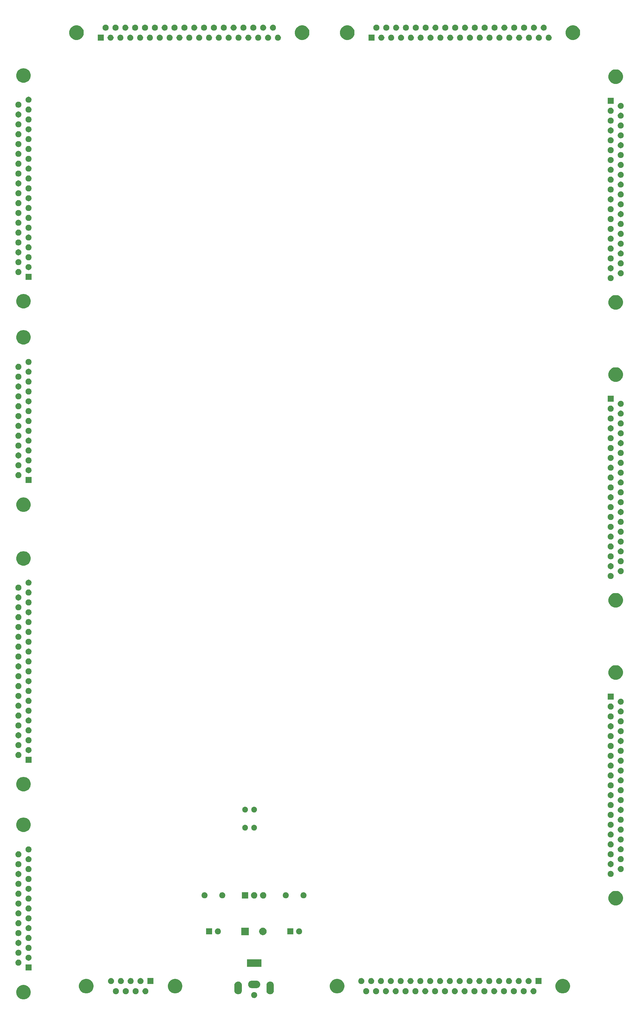
<source format=gbr>
G04 #@! TF.GenerationSoftware,KiCad,Pcbnew,5.1.5-52549c5~84~ubuntu18.04.1*
G04 #@! TF.CreationDate,2020-06-07T21:28:07-07:00*
G04 #@! TF.ProjectId,motherboard,6d6f7468-6572-4626-9f61-72642e6b6963,rev?*
G04 #@! TF.SameCoordinates,Original*
G04 #@! TF.FileFunction,Soldermask,Bot*
G04 #@! TF.FilePolarity,Negative*
%FSLAX46Y46*%
G04 Gerber Fmt 4.6, Leading zero omitted, Abs format (unit mm)*
G04 Created by KiCad (PCBNEW 5.1.5-52549c5~84~ubuntu18.04.1) date 2020-06-07 21:28:07*
%MOMM*%
%LPD*%
G04 APERTURE LIST*
%ADD10C,0.100000*%
G04 APERTURE END LIST*
D10*
G36*
X314138254Y-311027818D02*
G01*
X314511511Y-311182426D01*
X314511513Y-311182427D01*
X314847436Y-311406884D01*
X315133116Y-311692564D01*
X315315722Y-311965852D01*
X315357574Y-312028489D01*
X315512182Y-312401746D01*
X315591000Y-312797993D01*
X315591000Y-313202007D01*
X315512182Y-313598254D01*
X315463333Y-313716185D01*
X315357573Y-313971513D01*
X315133116Y-314307436D01*
X314847436Y-314593116D01*
X314511513Y-314817573D01*
X314511512Y-314817574D01*
X314511511Y-314817574D01*
X314138254Y-314972182D01*
X313742007Y-315051000D01*
X313337993Y-315051000D01*
X312941746Y-314972182D01*
X312568489Y-314817574D01*
X312568488Y-314817574D01*
X312568487Y-314817573D01*
X312232564Y-314593116D01*
X311946884Y-314307436D01*
X311722427Y-313971513D01*
X311616667Y-313716185D01*
X311567818Y-313598254D01*
X311489000Y-313202007D01*
X311489000Y-312797993D01*
X311567818Y-312401746D01*
X311722426Y-312028489D01*
X311764279Y-311965852D01*
X311946884Y-311692564D01*
X312232564Y-311406884D01*
X312568487Y-311182427D01*
X312568489Y-311182426D01*
X312941746Y-311027818D01*
X313337993Y-310949000D01*
X313742007Y-310949000D01*
X314138254Y-311027818D01*
G37*
G36*
X378708228Y-312981703D02*
G01*
X378863100Y-313045853D01*
X379002481Y-313138985D01*
X379121015Y-313257519D01*
X379214147Y-313396900D01*
X379278297Y-313551772D01*
X379311000Y-313716184D01*
X379311000Y-313883816D01*
X379278297Y-314048228D01*
X379214147Y-314203100D01*
X379121015Y-314342481D01*
X379002481Y-314461015D01*
X378863100Y-314554147D01*
X378708228Y-314618297D01*
X378543816Y-314651000D01*
X378376184Y-314651000D01*
X378211772Y-314618297D01*
X378056900Y-314554147D01*
X377917519Y-314461015D01*
X377798985Y-314342481D01*
X377705853Y-314203100D01*
X377641703Y-314048228D01*
X377609000Y-313883816D01*
X377609000Y-313716184D01*
X377641703Y-313551772D01*
X377705853Y-313396900D01*
X377798985Y-313257519D01*
X377917519Y-313138985D01*
X378056900Y-313045853D01*
X378211772Y-312981703D01*
X378376184Y-312949000D01*
X378543816Y-312949000D01*
X378708228Y-312981703D01*
G37*
G36*
X383166031Y-310014207D02*
G01*
X383294687Y-310053235D01*
X383364148Y-310074306D01*
X383430030Y-310109521D01*
X383546729Y-310171897D01*
X383706765Y-310303235D01*
X383838103Y-310463271D01*
X383838104Y-310463273D01*
X383935694Y-310645851D01*
X383935694Y-310645852D01*
X383935695Y-310645854D01*
X383995793Y-310843968D01*
X384011000Y-310998370D01*
X384011000Y-312601630D01*
X383995793Y-312756032D01*
X383954208Y-312893116D01*
X383935694Y-312954149D01*
X383928168Y-312968229D01*
X383838103Y-313136729D01*
X383706765Y-313296765D01*
X383546729Y-313428103D01*
X383460975Y-313473939D01*
X383364149Y-313525694D01*
X383364146Y-313525695D01*
X383166032Y-313585793D01*
X382960000Y-313606085D01*
X382753969Y-313585793D01*
X382555855Y-313525695D01*
X382555852Y-313525694D01*
X382459026Y-313473939D01*
X382373272Y-313428103D01*
X382213236Y-313296765D01*
X382081898Y-313136729D01*
X382033324Y-313045853D01*
X381984305Y-312954146D01*
X381924207Y-312756033D01*
X381909000Y-312601631D01*
X381909000Y-310998370D01*
X381924207Y-310843971D01*
X381924207Y-310843969D01*
X381984305Y-310645855D01*
X381984306Y-310645852D01*
X382019521Y-310579970D01*
X382081897Y-310463271D01*
X382213235Y-310303235D01*
X382373271Y-310171897D01*
X382459025Y-310126061D01*
X382555851Y-310074306D01*
X382625312Y-310053235D01*
X382753968Y-310014207D01*
X382960000Y-309993915D01*
X383166031Y-310014207D01*
G37*
G36*
X374166031Y-310014207D02*
G01*
X374294687Y-310053235D01*
X374364148Y-310074306D01*
X374430030Y-310109521D01*
X374546729Y-310171897D01*
X374706765Y-310303235D01*
X374838103Y-310463271D01*
X374838104Y-310463273D01*
X374935694Y-310645851D01*
X374935694Y-310645852D01*
X374935695Y-310645854D01*
X374995793Y-310843968D01*
X375011000Y-310998370D01*
X375011000Y-312601630D01*
X374995793Y-312756032D01*
X374954208Y-312893116D01*
X374935694Y-312954149D01*
X374928168Y-312968229D01*
X374838103Y-313136729D01*
X374706765Y-313296765D01*
X374546729Y-313428103D01*
X374460975Y-313473939D01*
X374364149Y-313525694D01*
X374364146Y-313525695D01*
X374166032Y-313585793D01*
X373960000Y-313606085D01*
X373753969Y-313585793D01*
X373555855Y-313525695D01*
X373555852Y-313525694D01*
X373459026Y-313473939D01*
X373373272Y-313428103D01*
X373213236Y-313296765D01*
X373081898Y-313136729D01*
X373033324Y-313045853D01*
X372984305Y-312954146D01*
X372924207Y-312756033D01*
X372909000Y-312601631D01*
X372909000Y-310998370D01*
X372924207Y-310843971D01*
X372924207Y-310843969D01*
X372984305Y-310645855D01*
X372984306Y-310645852D01*
X373019521Y-310579970D01*
X373081897Y-310463271D01*
X373213235Y-310303235D01*
X373373271Y-310171897D01*
X373459025Y-310126061D01*
X373555851Y-310074306D01*
X373625312Y-310053235D01*
X373753968Y-310014207D01*
X373960000Y-309993915D01*
X374166031Y-310014207D01*
G37*
G36*
X454563228Y-311901703D02*
G01*
X454718100Y-311965853D01*
X454857481Y-312058985D01*
X454976015Y-312177519D01*
X455069147Y-312316900D01*
X455133297Y-312471772D01*
X455166000Y-312636184D01*
X455166000Y-312803816D01*
X455133297Y-312968228D01*
X455069147Y-313123100D01*
X454976015Y-313262481D01*
X454857481Y-313381015D01*
X454718100Y-313474147D01*
X454563228Y-313538297D01*
X454398816Y-313571000D01*
X454231184Y-313571000D01*
X454066772Y-313538297D01*
X453911900Y-313474147D01*
X453772519Y-313381015D01*
X453653985Y-313262481D01*
X453560853Y-313123100D01*
X453496703Y-312968228D01*
X453464000Y-312803816D01*
X453464000Y-312636184D01*
X453496703Y-312471772D01*
X453560853Y-312316900D01*
X453653985Y-312177519D01*
X453772519Y-312058985D01*
X453911900Y-311965853D01*
X454066772Y-311901703D01*
X454231184Y-311869000D01*
X454398816Y-311869000D01*
X454563228Y-311901703D01*
G37*
G36*
X345343228Y-311901703D02*
G01*
X345498100Y-311965853D01*
X345637481Y-312058985D01*
X345756015Y-312177519D01*
X345849147Y-312316900D01*
X345913297Y-312471772D01*
X345946000Y-312636184D01*
X345946000Y-312803816D01*
X345913297Y-312968228D01*
X345849147Y-313123100D01*
X345756015Y-313262481D01*
X345637481Y-313381015D01*
X345498100Y-313474147D01*
X345343228Y-313538297D01*
X345178816Y-313571000D01*
X345011184Y-313571000D01*
X344846772Y-313538297D01*
X344691900Y-313474147D01*
X344552519Y-313381015D01*
X344433985Y-313262481D01*
X344340853Y-313123100D01*
X344276703Y-312968228D01*
X344244000Y-312803816D01*
X344244000Y-312636184D01*
X344276703Y-312471772D01*
X344340853Y-312316900D01*
X344433985Y-312177519D01*
X344552519Y-312058985D01*
X344691900Y-311965853D01*
X344846772Y-311901703D01*
X345011184Y-311869000D01*
X345178816Y-311869000D01*
X345343228Y-311901703D01*
G37*
G36*
X342573228Y-311901703D02*
G01*
X342728100Y-311965853D01*
X342867481Y-312058985D01*
X342986015Y-312177519D01*
X343079147Y-312316900D01*
X343143297Y-312471772D01*
X343176000Y-312636184D01*
X343176000Y-312803816D01*
X343143297Y-312968228D01*
X343079147Y-313123100D01*
X342986015Y-313262481D01*
X342867481Y-313381015D01*
X342728100Y-313474147D01*
X342573228Y-313538297D01*
X342408816Y-313571000D01*
X342241184Y-313571000D01*
X342076772Y-313538297D01*
X341921900Y-313474147D01*
X341782519Y-313381015D01*
X341663985Y-313262481D01*
X341570853Y-313123100D01*
X341506703Y-312968228D01*
X341474000Y-312803816D01*
X341474000Y-312636184D01*
X341506703Y-312471772D01*
X341570853Y-312316900D01*
X341663985Y-312177519D01*
X341782519Y-312058985D01*
X341921900Y-311965853D01*
X342076772Y-311901703D01*
X342241184Y-311869000D01*
X342408816Y-311869000D01*
X342573228Y-311901703D01*
G37*
G36*
X339803228Y-311901703D02*
G01*
X339958100Y-311965853D01*
X340097481Y-312058985D01*
X340216015Y-312177519D01*
X340309147Y-312316900D01*
X340373297Y-312471772D01*
X340406000Y-312636184D01*
X340406000Y-312803816D01*
X340373297Y-312968228D01*
X340309147Y-313123100D01*
X340216015Y-313262481D01*
X340097481Y-313381015D01*
X339958100Y-313474147D01*
X339803228Y-313538297D01*
X339638816Y-313571000D01*
X339471184Y-313571000D01*
X339306772Y-313538297D01*
X339151900Y-313474147D01*
X339012519Y-313381015D01*
X338893985Y-313262481D01*
X338800853Y-313123100D01*
X338736703Y-312968228D01*
X338704000Y-312803816D01*
X338704000Y-312636184D01*
X338736703Y-312471772D01*
X338800853Y-312316900D01*
X338893985Y-312177519D01*
X339012519Y-312058985D01*
X339151900Y-311965853D01*
X339306772Y-311901703D01*
X339471184Y-311869000D01*
X339638816Y-311869000D01*
X339803228Y-311901703D01*
G37*
G36*
X457333228Y-311901703D02*
G01*
X457488100Y-311965853D01*
X457627481Y-312058985D01*
X457746015Y-312177519D01*
X457839147Y-312316900D01*
X457903297Y-312471772D01*
X457936000Y-312636184D01*
X457936000Y-312803816D01*
X457903297Y-312968228D01*
X457839147Y-313123100D01*
X457746015Y-313262481D01*
X457627481Y-313381015D01*
X457488100Y-313474147D01*
X457333228Y-313538297D01*
X457168816Y-313571000D01*
X457001184Y-313571000D01*
X456836772Y-313538297D01*
X456681900Y-313474147D01*
X456542519Y-313381015D01*
X456423985Y-313262481D01*
X456330853Y-313123100D01*
X456266703Y-312968228D01*
X456234000Y-312803816D01*
X456234000Y-312636184D01*
X456266703Y-312471772D01*
X456330853Y-312316900D01*
X456423985Y-312177519D01*
X456542519Y-312058985D01*
X456681900Y-311965853D01*
X456836772Y-311901703D01*
X457001184Y-311869000D01*
X457168816Y-311869000D01*
X457333228Y-311901703D01*
G37*
G36*
X451793228Y-311901703D02*
G01*
X451948100Y-311965853D01*
X452087481Y-312058985D01*
X452206015Y-312177519D01*
X452299147Y-312316900D01*
X452363297Y-312471772D01*
X452396000Y-312636184D01*
X452396000Y-312803816D01*
X452363297Y-312968228D01*
X452299147Y-313123100D01*
X452206015Y-313262481D01*
X452087481Y-313381015D01*
X451948100Y-313474147D01*
X451793228Y-313538297D01*
X451628816Y-313571000D01*
X451461184Y-313571000D01*
X451296772Y-313538297D01*
X451141900Y-313474147D01*
X451002519Y-313381015D01*
X450883985Y-313262481D01*
X450790853Y-313123100D01*
X450726703Y-312968228D01*
X450694000Y-312803816D01*
X450694000Y-312636184D01*
X450726703Y-312471772D01*
X450790853Y-312316900D01*
X450883985Y-312177519D01*
X451002519Y-312058985D01*
X451141900Y-311965853D01*
X451296772Y-311901703D01*
X451461184Y-311869000D01*
X451628816Y-311869000D01*
X451793228Y-311901703D01*
G37*
G36*
X449023228Y-311901703D02*
G01*
X449178100Y-311965853D01*
X449317481Y-312058985D01*
X449436015Y-312177519D01*
X449529147Y-312316900D01*
X449593297Y-312471772D01*
X449626000Y-312636184D01*
X449626000Y-312803816D01*
X449593297Y-312968228D01*
X449529147Y-313123100D01*
X449436015Y-313262481D01*
X449317481Y-313381015D01*
X449178100Y-313474147D01*
X449023228Y-313538297D01*
X448858816Y-313571000D01*
X448691184Y-313571000D01*
X448526772Y-313538297D01*
X448371900Y-313474147D01*
X448232519Y-313381015D01*
X448113985Y-313262481D01*
X448020853Y-313123100D01*
X447956703Y-312968228D01*
X447924000Y-312803816D01*
X447924000Y-312636184D01*
X447956703Y-312471772D01*
X448020853Y-312316900D01*
X448113985Y-312177519D01*
X448232519Y-312058985D01*
X448371900Y-311965853D01*
X448526772Y-311901703D01*
X448691184Y-311869000D01*
X448858816Y-311869000D01*
X449023228Y-311901703D01*
G37*
G36*
X446253228Y-311901703D02*
G01*
X446408100Y-311965853D01*
X446547481Y-312058985D01*
X446666015Y-312177519D01*
X446759147Y-312316900D01*
X446823297Y-312471772D01*
X446856000Y-312636184D01*
X446856000Y-312803816D01*
X446823297Y-312968228D01*
X446759147Y-313123100D01*
X446666015Y-313262481D01*
X446547481Y-313381015D01*
X446408100Y-313474147D01*
X446253228Y-313538297D01*
X446088816Y-313571000D01*
X445921184Y-313571000D01*
X445756772Y-313538297D01*
X445601900Y-313474147D01*
X445462519Y-313381015D01*
X445343985Y-313262481D01*
X445250853Y-313123100D01*
X445186703Y-312968228D01*
X445154000Y-312803816D01*
X445154000Y-312636184D01*
X445186703Y-312471772D01*
X445250853Y-312316900D01*
X445343985Y-312177519D01*
X445462519Y-312058985D01*
X445601900Y-311965853D01*
X445756772Y-311901703D01*
X445921184Y-311869000D01*
X446088816Y-311869000D01*
X446253228Y-311901703D01*
G37*
G36*
X443483228Y-311901703D02*
G01*
X443638100Y-311965853D01*
X443777481Y-312058985D01*
X443896015Y-312177519D01*
X443989147Y-312316900D01*
X444053297Y-312471772D01*
X444086000Y-312636184D01*
X444086000Y-312803816D01*
X444053297Y-312968228D01*
X443989147Y-313123100D01*
X443896015Y-313262481D01*
X443777481Y-313381015D01*
X443638100Y-313474147D01*
X443483228Y-313538297D01*
X443318816Y-313571000D01*
X443151184Y-313571000D01*
X442986772Y-313538297D01*
X442831900Y-313474147D01*
X442692519Y-313381015D01*
X442573985Y-313262481D01*
X442480853Y-313123100D01*
X442416703Y-312968228D01*
X442384000Y-312803816D01*
X442384000Y-312636184D01*
X442416703Y-312471772D01*
X442480853Y-312316900D01*
X442573985Y-312177519D01*
X442692519Y-312058985D01*
X442831900Y-311965853D01*
X442986772Y-311901703D01*
X443151184Y-311869000D01*
X443318816Y-311869000D01*
X443483228Y-311901703D01*
G37*
G36*
X440713228Y-311901703D02*
G01*
X440868100Y-311965853D01*
X441007481Y-312058985D01*
X441126015Y-312177519D01*
X441219147Y-312316900D01*
X441283297Y-312471772D01*
X441316000Y-312636184D01*
X441316000Y-312803816D01*
X441283297Y-312968228D01*
X441219147Y-313123100D01*
X441126015Y-313262481D01*
X441007481Y-313381015D01*
X440868100Y-313474147D01*
X440713228Y-313538297D01*
X440548816Y-313571000D01*
X440381184Y-313571000D01*
X440216772Y-313538297D01*
X440061900Y-313474147D01*
X439922519Y-313381015D01*
X439803985Y-313262481D01*
X439710853Y-313123100D01*
X439646703Y-312968228D01*
X439614000Y-312803816D01*
X439614000Y-312636184D01*
X439646703Y-312471772D01*
X439710853Y-312316900D01*
X439803985Y-312177519D01*
X439922519Y-312058985D01*
X440061900Y-311965853D01*
X440216772Y-311901703D01*
X440381184Y-311869000D01*
X440548816Y-311869000D01*
X440713228Y-311901703D01*
G37*
G36*
X437943228Y-311901703D02*
G01*
X438098100Y-311965853D01*
X438237481Y-312058985D01*
X438356015Y-312177519D01*
X438449147Y-312316900D01*
X438513297Y-312471772D01*
X438546000Y-312636184D01*
X438546000Y-312803816D01*
X438513297Y-312968228D01*
X438449147Y-313123100D01*
X438356015Y-313262481D01*
X438237481Y-313381015D01*
X438098100Y-313474147D01*
X437943228Y-313538297D01*
X437778816Y-313571000D01*
X437611184Y-313571000D01*
X437446772Y-313538297D01*
X437291900Y-313474147D01*
X437152519Y-313381015D01*
X437033985Y-313262481D01*
X436940853Y-313123100D01*
X436876703Y-312968228D01*
X436844000Y-312803816D01*
X436844000Y-312636184D01*
X436876703Y-312471772D01*
X436940853Y-312316900D01*
X437033985Y-312177519D01*
X437152519Y-312058985D01*
X437291900Y-311965853D01*
X437446772Y-311901703D01*
X437611184Y-311869000D01*
X437778816Y-311869000D01*
X437943228Y-311901703D01*
G37*
G36*
X435173228Y-311901703D02*
G01*
X435328100Y-311965853D01*
X435467481Y-312058985D01*
X435586015Y-312177519D01*
X435679147Y-312316900D01*
X435743297Y-312471772D01*
X435776000Y-312636184D01*
X435776000Y-312803816D01*
X435743297Y-312968228D01*
X435679147Y-313123100D01*
X435586015Y-313262481D01*
X435467481Y-313381015D01*
X435328100Y-313474147D01*
X435173228Y-313538297D01*
X435008816Y-313571000D01*
X434841184Y-313571000D01*
X434676772Y-313538297D01*
X434521900Y-313474147D01*
X434382519Y-313381015D01*
X434263985Y-313262481D01*
X434170853Y-313123100D01*
X434106703Y-312968228D01*
X434074000Y-312803816D01*
X434074000Y-312636184D01*
X434106703Y-312471772D01*
X434170853Y-312316900D01*
X434263985Y-312177519D01*
X434382519Y-312058985D01*
X434521900Y-311965853D01*
X434676772Y-311901703D01*
X434841184Y-311869000D01*
X435008816Y-311869000D01*
X435173228Y-311901703D01*
G37*
G36*
X429633228Y-311901703D02*
G01*
X429788100Y-311965853D01*
X429927481Y-312058985D01*
X430046015Y-312177519D01*
X430139147Y-312316900D01*
X430203297Y-312471772D01*
X430236000Y-312636184D01*
X430236000Y-312803816D01*
X430203297Y-312968228D01*
X430139147Y-313123100D01*
X430046015Y-313262481D01*
X429927481Y-313381015D01*
X429788100Y-313474147D01*
X429633228Y-313538297D01*
X429468816Y-313571000D01*
X429301184Y-313571000D01*
X429136772Y-313538297D01*
X428981900Y-313474147D01*
X428842519Y-313381015D01*
X428723985Y-313262481D01*
X428630853Y-313123100D01*
X428566703Y-312968228D01*
X428534000Y-312803816D01*
X428534000Y-312636184D01*
X428566703Y-312471772D01*
X428630853Y-312316900D01*
X428723985Y-312177519D01*
X428842519Y-312058985D01*
X428981900Y-311965853D01*
X429136772Y-311901703D01*
X429301184Y-311869000D01*
X429468816Y-311869000D01*
X429633228Y-311901703D01*
G37*
G36*
X426863228Y-311901703D02*
G01*
X427018100Y-311965853D01*
X427157481Y-312058985D01*
X427276015Y-312177519D01*
X427369147Y-312316900D01*
X427433297Y-312471772D01*
X427466000Y-312636184D01*
X427466000Y-312803816D01*
X427433297Y-312968228D01*
X427369147Y-313123100D01*
X427276015Y-313262481D01*
X427157481Y-313381015D01*
X427018100Y-313474147D01*
X426863228Y-313538297D01*
X426698816Y-313571000D01*
X426531184Y-313571000D01*
X426366772Y-313538297D01*
X426211900Y-313474147D01*
X426072519Y-313381015D01*
X425953985Y-313262481D01*
X425860853Y-313123100D01*
X425796703Y-312968228D01*
X425764000Y-312803816D01*
X425764000Y-312636184D01*
X425796703Y-312471772D01*
X425860853Y-312316900D01*
X425953985Y-312177519D01*
X426072519Y-312058985D01*
X426211900Y-311965853D01*
X426366772Y-311901703D01*
X426531184Y-311869000D01*
X426698816Y-311869000D01*
X426863228Y-311901703D01*
G37*
G36*
X424093228Y-311901703D02*
G01*
X424248100Y-311965853D01*
X424387481Y-312058985D01*
X424506015Y-312177519D01*
X424599147Y-312316900D01*
X424663297Y-312471772D01*
X424696000Y-312636184D01*
X424696000Y-312803816D01*
X424663297Y-312968228D01*
X424599147Y-313123100D01*
X424506015Y-313262481D01*
X424387481Y-313381015D01*
X424248100Y-313474147D01*
X424093228Y-313538297D01*
X423928816Y-313571000D01*
X423761184Y-313571000D01*
X423596772Y-313538297D01*
X423441900Y-313474147D01*
X423302519Y-313381015D01*
X423183985Y-313262481D01*
X423090853Y-313123100D01*
X423026703Y-312968228D01*
X422994000Y-312803816D01*
X422994000Y-312636184D01*
X423026703Y-312471772D01*
X423090853Y-312316900D01*
X423183985Y-312177519D01*
X423302519Y-312058985D01*
X423441900Y-311965853D01*
X423596772Y-311901703D01*
X423761184Y-311869000D01*
X423928816Y-311869000D01*
X424093228Y-311901703D01*
G37*
G36*
X421323228Y-311901703D02*
G01*
X421478100Y-311965853D01*
X421617481Y-312058985D01*
X421736015Y-312177519D01*
X421829147Y-312316900D01*
X421893297Y-312471772D01*
X421926000Y-312636184D01*
X421926000Y-312803816D01*
X421893297Y-312968228D01*
X421829147Y-313123100D01*
X421736015Y-313262481D01*
X421617481Y-313381015D01*
X421478100Y-313474147D01*
X421323228Y-313538297D01*
X421158816Y-313571000D01*
X420991184Y-313571000D01*
X420826772Y-313538297D01*
X420671900Y-313474147D01*
X420532519Y-313381015D01*
X420413985Y-313262481D01*
X420320853Y-313123100D01*
X420256703Y-312968228D01*
X420224000Y-312803816D01*
X420224000Y-312636184D01*
X420256703Y-312471772D01*
X420320853Y-312316900D01*
X420413985Y-312177519D01*
X420532519Y-312058985D01*
X420671900Y-311965853D01*
X420826772Y-311901703D01*
X420991184Y-311869000D01*
X421158816Y-311869000D01*
X421323228Y-311901703D01*
G37*
G36*
X418553228Y-311901703D02*
G01*
X418708100Y-311965853D01*
X418847481Y-312058985D01*
X418966015Y-312177519D01*
X419059147Y-312316900D01*
X419123297Y-312471772D01*
X419156000Y-312636184D01*
X419156000Y-312803816D01*
X419123297Y-312968228D01*
X419059147Y-313123100D01*
X418966015Y-313262481D01*
X418847481Y-313381015D01*
X418708100Y-313474147D01*
X418553228Y-313538297D01*
X418388816Y-313571000D01*
X418221184Y-313571000D01*
X418056772Y-313538297D01*
X417901900Y-313474147D01*
X417762519Y-313381015D01*
X417643985Y-313262481D01*
X417550853Y-313123100D01*
X417486703Y-312968228D01*
X417454000Y-312803816D01*
X417454000Y-312636184D01*
X417486703Y-312471772D01*
X417550853Y-312316900D01*
X417643985Y-312177519D01*
X417762519Y-312058985D01*
X417901900Y-311965853D01*
X418056772Y-311901703D01*
X418221184Y-311869000D01*
X418388816Y-311869000D01*
X418553228Y-311901703D01*
G37*
G36*
X415783228Y-311901703D02*
G01*
X415938100Y-311965853D01*
X416077481Y-312058985D01*
X416196015Y-312177519D01*
X416289147Y-312316900D01*
X416353297Y-312471772D01*
X416386000Y-312636184D01*
X416386000Y-312803816D01*
X416353297Y-312968228D01*
X416289147Y-313123100D01*
X416196015Y-313262481D01*
X416077481Y-313381015D01*
X415938100Y-313474147D01*
X415783228Y-313538297D01*
X415618816Y-313571000D01*
X415451184Y-313571000D01*
X415286772Y-313538297D01*
X415131900Y-313474147D01*
X414992519Y-313381015D01*
X414873985Y-313262481D01*
X414780853Y-313123100D01*
X414716703Y-312968228D01*
X414684000Y-312803816D01*
X414684000Y-312636184D01*
X414716703Y-312471772D01*
X414780853Y-312316900D01*
X414873985Y-312177519D01*
X414992519Y-312058985D01*
X415131900Y-311965853D01*
X415286772Y-311901703D01*
X415451184Y-311869000D01*
X415618816Y-311869000D01*
X415783228Y-311901703D01*
G37*
G36*
X413013228Y-311901703D02*
G01*
X413168100Y-311965853D01*
X413307481Y-312058985D01*
X413426015Y-312177519D01*
X413519147Y-312316900D01*
X413583297Y-312471772D01*
X413616000Y-312636184D01*
X413616000Y-312803816D01*
X413583297Y-312968228D01*
X413519147Y-313123100D01*
X413426015Y-313262481D01*
X413307481Y-313381015D01*
X413168100Y-313474147D01*
X413013228Y-313538297D01*
X412848816Y-313571000D01*
X412681184Y-313571000D01*
X412516772Y-313538297D01*
X412361900Y-313474147D01*
X412222519Y-313381015D01*
X412103985Y-313262481D01*
X412010853Y-313123100D01*
X411946703Y-312968228D01*
X411914000Y-312803816D01*
X411914000Y-312636184D01*
X411946703Y-312471772D01*
X412010853Y-312316900D01*
X412103985Y-312177519D01*
X412222519Y-312058985D01*
X412361900Y-311965853D01*
X412516772Y-311901703D01*
X412681184Y-311869000D01*
X412848816Y-311869000D01*
X413013228Y-311901703D01*
G37*
G36*
X410243228Y-311901703D02*
G01*
X410398100Y-311965853D01*
X410537481Y-312058985D01*
X410656015Y-312177519D01*
X410749147Y-312316900D01*
X410813297Y-312471772D01*
X410846000Y-312636184D01*
X410846000Y-312803816D01*
X410813297Y-312968228D01*
X410749147Y-313123100D01*
X410656015Y-313262481D01*
X410537481Y-313381015D01*
X410398100Y-313474147D01*
X410243228Y-313538297D01*
X410078816Y-313571000D01*
X409911184Y-313571000D01*
X409746772Y-313538297D01*
X409591900Y-313474147D01*
X409452519Y-313381015D01*
X409333985Y-313262481D01*
X409240853Y-313123100D01*
X409176703Y-312968228D01*
X409144000Y-312803816D01*
X409144000Y-312636184D01*
X409176703Y-312471772D01*
X409240853Y-312316900D01*
X409333985Y-312177519D01*
X409452519Y-312058985D01*
X409591900Y-311965853D01*
X409746772Y-311901703D01*
X409911184Y-311869000D01*
X410078816Y-311869000D01*
X410243228Y-311901703D01*
G37*
G36*
X348113228Y-311901703D02*
G01*
X348268100Y-311965853D01*
X348407481Y-312058985D01*
X348526015Y-312177519D01*
X348619147Y-312316900D01*
X348683297Y-312471772D01*
X348716000Y-312636184D01*
X348716000Y-312803816D01*
X348683297Y-312968228D01*
X348619147Y-313123100D01*
X348526015Y-313262481D01*
X348407481Y-313381015D01*
X348268100Y-313474147D01*
X348113228Y-313538297D01*
X347948816Y-313571000D01*
X347781184Y-313571000D01*
X347616772Y-313538297D01*
X347461900Y-313474147D01*
X347322519Y-313381015D01*
X347203985Y-313262481D01*
X347110853Y-313123100D01*
X347046703Y-312968228D01*
X347014000Y-312803816D01*
X347014000Y-312636184D01*
X347046703Y-312471772D01*
X347110853Y-312316900D01*
X347203985Y-312177519D01*
X347322519Y-312058985D01*
X347461900Y-311965853D01*
X347616772Y-311901703D01*
X347781184Y-311869000D01*
X347948816Y-311869000D01*
X348113228Y-311901703D01*
G37*
G36*
X432403228Y-311901703D02*
G01*
X432558100Y-311965853D01*
X432697481Y-312058985D01*
X432816015Y-312177519D01*
X432909147Y-312316900D01*
X432973297Y-312471772D01*
X433006000Y-312636184D01*
X433006000Y-312803816D01*
X432973297Y-312968228D01*
X432909147Y-313123100D01*
X432816015Y-313262481D01*
X432697481Y-313381015D01*
X432558100Y-313474147D01*
X432403228Y-313538297D01*
X432238816Y-313571000D01*
X432071184Y-313571000D01*
X431906772Y-313538297D01*
X431751900Y-313474147D01*
X431612519Y-313381015D01*
X431493985Y-313262481D01*
X431400853Y-313123100D01*
X431336703Y-312968228D01*
X431304000Y-312803816D01*
X431304000Y-312636184D01*
X431336703Y-312471772D01*
X431400853Y-312316900D01*
X431493985Y-312177519D01*
X431612519Y-312058985D01*
X431751900Y-311965853D01*
X431906772Y-311901703D01*
X432071184Y-311869000D01*
X432238816Y-311869000D01*
X432403228Y-311901703D01*
G37*
G36*
X356808254Y-309327818D02*
G01*
X357168170Y-309476900D01*
X357181513Y-309482427D01*
X357517436Y-309706884D01*
X357803116Y-309992564D01*
X357950589Y-310213272D01*
X358027574Y-310328489D01*
X358182182Y-310701746D01*
X358261000Y-311097993D01*
X358261000Y-311502007D01*
X358182182Y-311898254D01*
X358066506Y-312177520D01*
X358027573Y-312271513D01*
X357803116Y-312607436D01*
X357517436Y-312893116D01*
X357181513Y-313117573D01*
X357181512Y-313117574D01*
X357181511Y-313117574D01*
X356808254Y-313272182D01*
X356412007Y-313351000D01*
X356007993Y-313351000D01*
X355611746Y-313272182D01*
X355238489Y-313117574D01*
X355238488Y-313117574D01*
X355238487Y-313117573D01*
X354902564Y-312893116D01*
X354616884Y-312607436D01*
X354392427Y-312271513D01*
X354353494Y-312177520D01*
X354237818Y-311898254D01*
X354159000Y-311502007D01*
X354159000Y-311097993D01*
X354237818Y-310701746D01*
X354392426Y-310328489D01*
X354469412Y-310213272D01*
X354616884Y-309992564D01*
X354902564Y-309706884D01*
X355238487Y-309482427D01*
X355251830Y-309476900D01*
X355611746Y-309327818D01*
X356007993Y-309249000D01*
X356412007Y-309249000D01*
X356808254Y-309327818D01*
G37*
G36*
X331808254Y-309327818D02*
G01*
X332168170Y-309476900D01*
X332181513Y-309482427D01*
X332517436Y-309706884D01*
X332803116Y-309992564D01*
X332950589Y-310213272D01*
X333027574Y-310328489D01*
X333182182Y-310701746D01*
X333261000Y-311097993D01*
X333261000Y-311502007D01*
X333182182Y-311898254D01*
X333066506Y-312177520D01*
X333027573Y-312271513D01*
X332803116Y-312607436D01*
X332517436Y-312893116D01*
X332181513Y-313117573D01*
X332181512Y-313117574D01*
X332181511Y-313117574D01*
X331808254Y-313272182D01*
X331412007Y-313351000D01*
X331007993Y-313351000D01*
X330611746Y-313272182D01*
X330238489Y-313117574D01*
X330238488Y-313117574D01*
X330238487Y-313117573D01*
X329902564Y-312893116D01*
X329616884Y-312607436D01*
X329392427Y-312271513D01*
X329353494Y-312177520D01*
X329237818Y-311898254D01*
X329159000Y-311502007D01*
X329159000Y-311097993D01*
X329237818Y-310701746D01*
X329392426Y-310328489D01*
X329469412Y-310213272D01*
X329616884Y-309992564D01*
X329902564Y-309706884D01*
X330238487Y-309482427D01*
X330251830Y-309476900D01*
X330611746Y-309327818D01*
X331007993Y-309249000D01*
X331412007Y-309249000D01*
X331808254Y-309327818D01*
G37*
G36*
X465888254Y-309327818D02*
G01*
X466248170Y-309476900D01*
X466261513Y-309482427D01*
X466597436Y-309706884D01*
X466883116Y-309992564D01*
X467030589Y-310213272D01*
X467107574Y-310328489D01*
X467262182Y-310701746D01*
X467341000Y-311097993D01*
X467341000Y-311502007D01*
X467262182Y-311898254D01*
X467146506Y-312177520D01*
X467107573Y-312271513D01*
X466883116Y-312607436D01*
X466597436Y-312893116D01*
X466261513Y-313117573D01*
X466261512Y-313117574D01*
X466261511Y-313117574D01*
X465888254Y-313272182D01*
X465492007Y-313351000D01*
X465087993Y-313351000D01*
X464691746Y-313272182D01*
X464318489Y-313117574D01*
X464318488Y-313117574D01*
X464318487Y-313117573D01*
X463982564Y-312893116D01*
X463696884Y-312607436D01*
X463472427Y-312271513D01*
X463433494Y-312177520D01*
X463317818Y-311898254D01*
X463239000Y-311502007D01*
X463239000Y-311097993D01*
X463317818Y-310701746D01*
X463472426Y-310328489D01*
X463549412Y-310213272D01*
X463696884Y-309992564D01*
X463982564Y-309706884D01*
X464318487Y-309482427D01*
X464331830Y-309476900D01*
X464691746Y-309327818D01*
X465087993Y-309249000D01*
X465492007Y-309249000D01*
X465888254Y-309327818D01*
G37*
G36*
X402388254Y-309327818D02*
G01*
X402748170Y-309476900D01*
X402761513Y-309482427D01*
X403097436Y-309706884D01*
X403383116Y-309992564D01*
X403530589Y-310213272D01*
X403607574Y-310328489D01*
X403762182Y-310701746D01*
X403841000Y-311097993D01*
X403841000Y-311502007D01*
X403762182Y-311898254D01*
X403646506Y-312177520D01*
X403607573Y-312271513D01*
X403383116Y-312607436D01*
X403097436Y-312893116D01*
X402761513Y-313117573D01*
X402761512Y-313117574D01*
X402761511Y-313117574D01*
X402388254Y-313272182D01*
X401992007Y-313351000D01*
X401587993Y-313351000D01*
X401191746Y-313272182D01*
X400818489Y-313117574D01*
X400818488Y-313117574D01*
X400818487Y-313117573D01*
X400482564Y-312893116D01*
X400196884Y-312607436D01*
X399972427Y-312271513D01*
X399933494Y-312177520D01*
X399817818Y-311898254D01*
X399739000Y-311502007D01*
X399739000Y-311097993D01*
X399817818Y-310701746D01*
X399972426Y-310328489D01*
X400049412Y-310213272D01*
X400196884Y-309992564D01*
X400482564Y-309706884D01*
X400818487Y-309482427D01*
X400831830Y-309476900D01*
X401191746Y-309327818D01*
X401587993Y-309249000D01*
X401992007Y-309249000D01*
X402388254Y-309327818D01*
G37*
G36*
X379213097Y-309754069D02*
G01*
X379316032Y-309764207D01*
X379514146Y-309824305D01*
X379514149Y-309824306D01*
X379610975Y-309876061D01*
X379696729Y-309921897D01*
X379856765Y-310053235D01*
X379988103Y-310213271D01*
X380025427Y-310283100D01*
X380085694Y-310395851D01*
X380085695Y-310395854D01*
X380145793Y-310593968D01*
X380166085Y-310800000D01*
X380145793Y-311006032D01*
X380117896Y-311097994D01*
X380085694Y-311204149D01*
X380033939Y-311300975D01*
X379988103Y-311386729D01*
X379856765Y-311546765D01*
X379696729Y-311678103D01*
X379669674Y-311692564D01*
X379514149Y-311775694D01*
X379514146Y-311775695D01*
X379316032Y-311835793D01*
X379213097Y-311845931D01*
X379161631Y-311851000D01*
X377758369Y-311851000D01*
X377706903Y-311845931D01*
X377603968Y-311835793D01*
X377405854Y-311775695D01*
X377405851Y-311775694D01*
X377250326Y-311692564D01*
X377223271Y-311678103D01*
X377063235Y-311546765D01*
X376931897Y-311386729D01*
X376886061Y-311300975D01*
X376834306Y-311204149D01*
X376802104Y-311097994D01*
X376774207Y-311006032D01*
X376753915Y-310800000D01*
X376774207Y-310593968D01*
X376834305Y-310395854D01*
X376834306Y-310395851D01*
X376894573Y-310283100D01*
X376931897Y-310213271D01*
X377063235Y-310053235D01*
X377223271Y-309921897D01*
X377309025Y-309876061D01*
X377405851Y-309824306D01*
X377405854Y-309824305D01*
X377603968Y-309764207D01*
X377706903Y-309754069D01*
X377758369Y-309749000D01*
X379161631Y-309749000D01*
X379213097Y-309754069D01*
G37*
G36*
X341188228Y-309061703D02*
G01*
X341343100Y-309125853D01*
X341482481Y-309218985D01*
X341601015Y-309337519D01*
X341694147Y-309476900D01*
X341758297Y-309631772D01*
X341791000Y-309796184D01*
X341791000Y-309963816D01*
X341758297Y-310128228D01*
X341694147Y-310283100D01*
X341601015Y-310422481D01*
X341482481Y-310541015D01*
X341343100Y-310634147D01*
X341188228Y-310698297D01*
X341023816Y-310731000D01*
X340856184Y-310731000D01*
X340691772Y-310698297D01*
X340536900Y-310634147D01*
X340397519Y-310541015D01*
X340278985Y-310422481D01*
X340185853Y-310283100D01*
X340121703Y-310128228D01*
X340089000Y-309963816D01*
X340089000Y-309796184D01*
X340121703Y-309631772D01*
X340185853Y-309476900D01*
X340278985Y-309337519D01*
X340397519Y-309218985D01*
X340536900Y-309125853D01*
X340691772Y-309061703D01*
X340856184Y-309029000D01*
X341023816Y-309029000D01*
X341188228Y-309061703D01*
G37*
G36*
X338418228Y-309061703D02*
G01*
X338573100Y-309125853D01*
X338712481Y-309218985D01*
X338831015Y-309337519D01*
X338924147Y-309476900D01*
X338988297Y-309631772D01*
X339021000Y-309796184D01*
X339021000Y-309963816D01*
X338988297Y-310128228D01*
X338924147Y-310283100D01*
X338831015Y-310422481D01*
X338712481Y-310541015D01*
X338573100Y-310634147D01*
X338418228Y-310698297D01*
X338253816Y-310731000D01*
X338086184Y-310731000D01*
X337921772Y-310698297D01*
X337766900Y-310634147D01*
X337627519Y-310541015D01*
X337508985Y-310422481D01*
X337415853Y-310283100D01*
X337351703Y-310128228D01*
X337319000Y-309963816D01*
X337319000Y-309796184D01*
X337351703Y-309631772D01*
X337415853Y-309476900D01*
X337508985Y-309337519D01*
X337627519Y-309218985D01*
X337766900Y-309125853D01*
X337921772Y-309061703D01*
X338086184Y-309029000D01*
X338253816Y-309029000D01*
X338418228Y-309061703D01*
G37*
G36*
X459321000Y-310731000D02*
G01*
X457619000Y-310731000D01*
X457619000Y-309029000D01*
X459321000Y-309029000D01*
X459321000Y-310731000D01*
G37*
G36*
X343958228Y-309061703D02*
G01*
X344113100Y-309125853D01*
X344252481Y-309218985D01*
X344371015Y-309337519D01*
X344464147Y-309476900D01*
X344528297Y-309631772D01*
X344561000Y-309796184D01*
X344561000Y-309963816D01*
X344528297Y-310128228D01*
X344464147Y-310283100D01*
X344371015Y-310422481D01*
X344252481Y-310541015D01*
X344113100Y-310634147D01*
X343958228Y-310698297D01*
X343793816Y-310731000D01*
X343626184Y-310731000D01*
X343461772Y-310698297D01*
X343306900Y-310634147D01*
X343167519Y-310541015D01*
X343048985Y-310422481D01*
X342955853Y-310283100D01*
X342891703Y-310128228D01*
X342859000Y-309963816D01*
X342859000Y-309796184D01*
X342891703Y-309631772D01*
X342955853Y-309476900D01*
X343048985Y-309337519D01*
X343167519Y-309218985D01*
X343306900Y-309125853D01*
X343461772Y-309061703D01*
X343626184Y-309029000D01*
X343793816Y-309029000D01*
X343958228Y-309061703D01*
G37*
G36*
X455948228Y-309061703D02*
G01*
X456103100Y-309125853D01*
X456242481Y-309218985D01*
X456361015Y-309337519D01*
X456454147Y-309476900D01*
X456518297Y-309631772D01*
X456551000Y-309796184D01*
X456551000Y-309963816D01*
X456518297Y-310128228D01*
X456454147Y-310283100D01*
X456361015Y-310422481D01*
X456242481Y-310541015D01*
X456103100Y-310634147D01*
X455948228Y-310698297D01*
X455783816Y-310731000D01*
X455616184Y-310731000D01*
X455451772Y-310698297D01*
X455296900Y-310634147D01*
X455157519Y-310541015D01*
X455038985Y-310422481D01*
X454945853Y-310283100D01*
X454881703Y-310128228D01*
X454849000Y-309963816D01*
X454849000Y-309796184D01*
X454881703Y-309631772D01*
X454945853Y-309476900D01*
X455038985Y-309337519D01*
X455157519Y-309218985D01*
X455296900Y-309125853D01*
X455451772Y-309061703D01*
X455616184Y-309029000D01*
X455783816Y-309029000D01*
X455948228Y-309061703D01*
G37*
G36*
X453178228Y-309061703D02*
G01*
X453333100Y-309125853D01*
X453472481Y-309218985D01*
X453591015Y-309337519D01*
X453684147Y-309476900D01*
X453748297Y-309631772D01*
X453781000Y-309796184D01*
X453781000Y-309963816D01*
X453748297Y-310128228D01*
X453684147Y-310283100D01*
X453591015Y-310422481D01*
X453472481Y-310541015D01*
X453333100Y-310634147D01*
X453178228Y-310698297D01*
X453013816Y-310731000D01*
X452846184Y-310731000D01*
X452681772Y-310698297D01*
X452526900Y-310634147D01*
X452387519Y-310541015D01*
X452268985Y-310422481D01*
X452175853Y-310283100D01*
X452111703Y-310128228D01*
X452079000Y-309963816D01*
X452079000Y-309796184D01*
X452111703Y-309631772D01*
X452175853Y-309476900D01*
X452268985Y-309337519D01*
X452387519Y-309218985D01*
X452526900Y-309125853D01*
X452681772Y-309061703D01*
X452846184Y-309029000D01*
X453013816Y-309029000D01*
X453178228Y-309061703D01*
G37*
G36*
X450408228Y-309061703D02*
G01*
X450563100Y-309125853D01*
X450702481Y-309218985D01*
X450821015Y-309337519D01*
X450914147Y-309476900D01*
X450978297Y-309631772D01*
X451011000Y-309796184D01*
X451011000Y-309963816D01*
X450978297Y-310128228D01*
X450914147Y-310283100D01*
X450821015Y-310422481D01*
X450702481Y-310541015D01*
X450563100Y-310634147D01*
X450408228Y-310698297D01*
X450243816Y-310731000D01*
X450076184Y-310731000D01*
X449911772Y-310698297D01*
X449756900Y-310634147D01*
X449617519Y-310541015D01*
X449498985Y-310422481D01*
X449405853Y-310283100D01*
X449341703Y-310128228D01*
X449309000Y-309963816D01*
X449309000Y-309796184D01*
X449341703Y-309631772D01*
X449405853Y-309476900D01*
X449498985Y-309337519D01*
X449617519Y-309218985D01*
X449756900Y-309125853D01*
X449911772Y-309061703D01*
X450076184Y-309029000D01*
X450243816Y-309029000D01*
X450408228Y-309061703D01*
G37*
G36*
X447638228Y-309061703D02*
G01*
X447793100Y-309125853D01*
X447932481Y-309218985D01*
X448051015Y-309337519D01*
X448144147Y-309476900D01*
X448208297Y-309631772D01*
X448241000Y-309796184D01*
X448241000Y-309963816D01*
X448208297Y-310128228D01*
X448144147Y-310283100D01*
X448051015Y-310422481D01*
X447932481Y-310541015D01*
X447793100Y-310634147D01*
X447638228Y-310698297D01*
X447473816Y-310731000D01*
X447306184Y-310731000D01*
X447141772Y-310698297D01*
X446986900Y-310634147D01*
X446847519Y-310541015D01*
X446728985Y-310422481D01*
X446635853Y-310283100D01*
X446571703Y-310128228D01*
X446539000Y-309963816D01*
X446539000Y-309796184D01*
X446571703Y-309631772D01*
X446635853Y-309476900D01*
X446728985Y-309337519D01*
X446847519Y-309218985D01*
X446986900Y-309125853D01*
X447141772Y-309061703D01*
X447306184Y-309029000D01*
X447473816Y-309029000D01*
X447638228Y-309061703D01*
G37*
G36*
X444868228Y-309061703D02*
G01*
X445023100Y-309125853D01*
X445162481Y-309218985D01*
X445281015Y-309337519D01*
X445374147Y-309476900D01*
X445438297Y-309631772D01*
X445471000Y-309796184D01*
X445471000Y-309963816D01*
X445438297Y-310128228D01*
X445374147Y-310283100D01*
X445281015Y-310422481D01*
X445162481Y-310541015D01*
X445023100Y-310634147D01*
X444868228Y-310698297D01*
X444703816Y-310731000D01*
X444536184Y-310731000D01*
X444371772Y-310698297D01*
X444216900Y-310634147D01*
X444077519Y-310541015D01*
X443958985Y-310422481D01*
X443865853Y-310283100D01*
X443801703Y-310128228D01*
X443769000Y-309963816D01*
X443769000Y-309796184D01*
X443801703Y-309631772D01*
X443865853Y-309476900D01*
X443958985Y-309337519D01*
X444077519Y-309218985D01*
X444216900Y-309125853D01*
X444371772Y-309061703D01*
X444536184Y-309029000D01*
X444703816Y-309029000D01*
X444868228Y-309061703D01*
G37*
G36*
X439328228Y-309061703D02*
G01*
X439483100Y-309125853D01*
X439622481Y-309218985D01*
X439741015Y-309337519D01*
X439834147Y-309476900D01*
X439898297Y-309631772D01*
X439931000Y-309796184D01*
X439931000Y-309963816D01*
X439898297Y-310128228D01*
X439834147Y-310283100D01*
X439741015Y-310422481D01*
X439622481Y-310541015D01*
X439483100Y-310634147D01*
X439328228Y-310698297D01*
X439163816Y-310731000D01*
X438996184Y-310731000D01*
X438831772Y-310698297D01*
X438676900Y-310634147D01*
X438537519Y-310541015D01*
X438418985Y-310422481D01*
X438325853Y-310283100D01*
X438261703Y-310128228D01*
X438229000Y-309963816D01*
X438229000Y-309796184D01*
X438261703Y-309631772D01*
X438325853Y-309476900D01*
X438418985Y-309337519D01*
X438537519Y-309218985D01*
X438676900Y-309125853D01*
X438831772Y-309061703D01*
X438996184Y-309029000D01*
X439163816Y-309029000D01*
X439328228Y-309061703D01*
G37*
G36*
X436558228Y-309061703D02*
G01*
X436713100Y-309125853D01*
X436852481Y-309218985D01*
X436971015Y-309337519D01*
X437064147Y-309476900D01*
X437128297Y-309631772D01*
X437161000Y-309796184D01*
X437161000Y-309963816D01*
X437128297Y-310128228D01*
X437064147Y-310283100D01*
X436971015Y-310422481D01*
X436852481Y-310541015D01*
X436713100Y-310634147D01*
X436558228Y-310698297D01*
X436393816Y-310731000D01*
X436226184Y-310731000D01*
X436061772Y-310698297D01*
X435906900Y-310634147D01*
X435767519Y-310541015D01*
X435648985Y-310422481D01*
X435555853Y-310283100D01*
X435491703Y-310128228D01*
X435459000Y-309963816D01*
X435459000Y-309796184D01*
X435491703Y-309631772D01*
X435555853Y-309476900D01*
X435648985Y-309337519D01*
X435767519Y-309218985D01*
X435906900Y-309125853D01*
X436061772Y-309061703D01*
X436226184Y-309029000D01*
X436393816Y-309029000D01*
X436558228Y-309061703D01*
G37*
G36*
X433788228Y-309061703D02*
G01*
X433943100Y-309125853D01*
X434082481Y-309218985D01*
X434201015Y-309337519D01*
X434294147Y-309476900D01*
X434358297Y-309631772D01*
X434391000Y-309796184D01*
X434391000Y-309963816D01*
X434358297Y-310128228D01*
X434294147Y-310283100D01*
X434201015Y-310422481D01*
X434082481Y-310541015D01*
X433943100Y-310634147D01*
X433788228Y-310698297D01*
X433623816Y-310731000D01*
X433456184Y-310731000D01*
X433291772Y-310698297D01*
X433136900Y-310634147D01*
X432997519Y-310541015D01*
X432878985Y-310422481D01*
X432785853Y-310283100D01*
X432721703Y-310128228D01*
X432689000Y-309963816D01*
X432689000Y-309796184D01*
X432721703Y-309631772D01*
X432785853Y-309476900D01*
X432878985Y-309337519D01*
X432997519Y-309218985D01*
X433136900Y-309125853D01*
X433291772Y-309061703D01*
X433456184Y-309029000D01*
X433623816Y-309029000D01*
X433788228Y-309061703D01*
G37*
G36*
X350101000Y-310731000D02*
G01*
X348399000Y-310731000D01*
X348399000Y-309029000D01*
X350101000Y-309029000D01*
X350101000Y-310731000D01*
G37*
G36*
X346728228Y-309061703D02*
G01*
X346883100Y-309125853D01*
X347022481Y-309218985D01*
X347141015Y-309337519D01*
X347234147Y-309476900D01*
X347298297Y-309631772D01*
X347331000Y-309796184D01*
X347331000Y-309963816D01*
X347298297Y-310128228D01*
X347234147Y-310283100D01*
X347141015Y-310422481D01*
X347022481Y-310541015D01*
X346883100Y-310634147D01*
X346728228Y-310698297D01*
X346563816Y-310731000D01*
X346396184Y-310731000D01*
X346231772Y-310698297D01*
X346076900Y-310634147D01*
X345937519Y-310541015D01*
X345818985Y-310422481D01*
X345725853Y-310283100D01*
X345661703Y-310128228D01*
X345629000Y-309963816D01*
X345629000Y-309796184D01*
X345661703Y-309631772D01*
X345725853Y-309476900D01*
X345818985Y-309337519D01*
X345937519Y-309218985D01*
X346076900Y-309125853D01*
X346231772Y-309061703D01*
X346396184Y-309029000D01*
X346563816Y-309029000D01*
X346728228Y-309061703D01*
G37*
G36*
X408858228Y-309061703D02*
G01*
X409013100Y-309125853D01*
X409152481Y-309218985D01*
X409271015Y-309337519D01*
X409364147Y-309476900D01*
X409428297Y-309631772D01*
X409461000Y-309796184D01*
X409461000Y-309963816D01*
X409428297Y-310128228D01*
X409364147Y-310283100D01*
X409271015Y-310422481D01*
X409152481Y-310541015D01*
X409013100Y-310634147D01*
X408858228Y-310698297D01*
X408693816Y-310731000D01*
X408526184Y-310731000D01*
X408361772Y-310698297D01*
X408206900Y-310634147D01*
X408067519Y-310541015D01*
X407948985Y-310422481D01*
X407855853Y-310283100D01*
X407791703Y-310128228D01*
X407759000Y-309963816D01*
X407759000Y-309796184D01*
X407791703Y-309631772D01*
X407855853Y-309476900D01*
X407948985Y-309337519D01*
X408067519Y-309218985D01*
X408206900Y-309125853D01*
X408361772Y-309061703D01*
X408526184Y-309029000D01*
X408693816Y-309029000D01*
X408858228Y-309061703D01*
G37*
G36*
X431018228Y-309061703D02*
G01*
X431173100Y-309125853D01*
X431312481Y-309218985D01*
X431431015Y-309337519D01*
X431524147Y-309476900D01*
X431588297Y-309631772D01*
X431621000Y-309796184D01*
X431621000Y-309963816D01*
X431588297Y-310128228D01*
X431524147Y-310283100D01*
X431431015Y-310422481D01*
X431312481Y-310541015D01*
X431173100Y-310634147D01*
X431018228Y-310698297D01*
X430853816Y-310731000D01*
X430686184Y-310731000D01*
X430521772Y-310698297D01*
X430366900Y-310634147D01*
X430227519Y-310541015D01*
X430108985Y-310422481D01*
X430015853Y-310283100D01*
X429951703Y-310128228D01*
X429919000Y-309963816D01*
X429919000Y-309796184D01*
X429951703Y-309631772D01*
X430015853Y-309476900D01*
X430108985Y-309337519D01*
X430227519Y-309218985D01*
X430366900Y-309125853D01*
X430521772Y-309061703D01*
X430686184Y-309029000D01*
X430853816Y-309029000D01*
X431018228Y-309061703D01*
G37*
G36*
X428248228Y-309061703D02*
G01*
X428403100Y-309125853D01*
X428542481Y-309218985D01*
X428661015Y-309337519D01*
X428754147Y-309476900D01*
X428818297Y-309631772D01*
X428851000Y-309796184D01*
X428851000Y-309963816D01*
X428818297Y-310128228D01*
X428754147Y-310283100D01*
X428661015Y-310422481D01*
X428542481Y-310541015D01*
X428403100Y-310634147D01*
X428248228Y-310698297D01*
X428083816Y-310731000D01*
X427916184Y-310731000D01*
X427751772Y-310698297D01*
X427596900Y-310634147D01*
X427457519Y-310541015D01*
X427338985Y-310422481D01*
X427245853Y-310283100D01*
X427181703Y-310128228D01*
X427149000Y-309963816D01*
X427149000Y-309796184D01*
X427181703Y-309631772D01*
X427245853Y-309476900D01*
X427338985Y-309337519D01*
X427457519Y-309218985D01*
X427596900Y-309125853D01*
X427751772Y-309061703D01*
X427916184Y-309029000D01*
X428083816Y-309029000D01*
X428248228Y-309061703D01*
G37*
G36*
X425478228Y-309061703D02*
G01*
X425633100Y-309125853D01*
X425772481Y-309218985D01*
X425891015Y-309337519D01*
X425984147Y-309476900D01*
X426048297Y-309631772D01*
X426081000Y-309796184D01*
X426081000Y-309963816D01*
X426048297Y-310128228D01*
X425984147Y-310283100D01*
X425891015Y-310422481D01*
X425772481Y-310541015D01*
X425633100Y-310634147D01*
X425478228Y-310698297D01*
X425313816Y-310731000D01*
X425146184Y-310731000D01*
X424981772Y-310698297D01*
X424826900Y-310634147D01*
X424687519Y-310541015D01*
X424568985Y-310422481D01*
X424475853Y-310283100D01*
X424411703Y-310128228D01*
X424379000Y-309963816D01*
X424379000Y-309796184D01*
X424411703Y-309631772D01*
X424475853Y-309476900D01*
X424568985Y-309337519D01*
X424687519Y-309218985D01*
X424826900Y-309125853D01*
X424981772Y-309061703D01*
X425146184Y-309029000D01*
X425313816Y-309029000D01*
X425478228Y-309061703D01*
G37*
G36*
X422708228Y-309061703D02*
G01*
X422863100Y-309125853D01*
X423002481Y-309218985D01*
X423121015Y-309337519D01*
X423214147Y-309476900D01*
X423278297Y-309631772D01*
X423311000Y-309796184D01*
X423311000Y-309963816D01*
X423278297Y-310128228D01*
X423214147Y-310283100D01*
X423121015Y-310422481D01*
X423002481Y-310541015D01*
X422863100Y-310634147D01*
X422708228Y-310698297D01*
X422543816Y-310731000D01*
X422376184Y-310731000D01*
X422211772Y-310698297D01*
X422056900Y-310634147D01*
X421917519Y-310541015D01*
X421798985Y-310422481D01*
X421705853Y-310283100D01*
X421641703Y-310128228D01*
X421609000Y-309963816D01*
X421609000Y-309796184D01*
X421641703Y-309631772D01*
X421705853Y-309476900D01*
X421798985Y-309337519D01*
X421917519Y-309218985D01*
X422056900Y-309125853D01*
X422211772Y-309061703D01*
X422376184Y-309029000D01*
X422543816Y-309029000D01*
X422708228Y-309061703D01*
G37*
G36*
X417168228Y-309061703D02*
G01*
X417323100Y-309125853D01*
X417462481Y-309218985D01*
X417581015Y-309337519D01*
X417674147Y-309476900D01*
X417738297Y-309631772D01*
X417771000Y-309796184D01*
X417771000Y-309963816D01*
X417738297Y-310128228D01*
X417674147Y-310283100D01*
X417581015Y-310422481D01*
X417462481Y-310541015D01*
X417323100Y-310634147D01*
X417168228Y-310698297D01*
X417003816Y-310731000D01*
X416836184Y-310731000D01*
X416671772Y-310698297D01*
X416516900Y-310634147D01*
X416377519Y-310541015D01*
X416258985Y-310422481D01*
X416165853Y-310283100D01*
X416101703Y-310128228D01*
X416069000Y-309963816D01*
X416069000Y-309796184D01*
X416101703Y-309631772D01*
X416165853Y-309476900D01*
X416258985Y-309337519D01*
X416377519Y-309218985D01*
X416516900Y-309125853D01*
X416671772Y-309061703D01*
X416836184Y-309029000D01*
X417003816Y-309029000D01*
X417168228Y-309061703D01*
G37*
G36*
X414398228Y-309061703D02*
G01*
X414553100Y-309125853D01*
X414692481Y-309218985D01*
X414811015Y-309337519D01*
X414904147Y-309476900D01*
X414968297Y-309631772D01*
X415001000Y-309796184D01*
X415001000Y-309963816D01*
X414968297Y-310128228D01*
X414904147Y-310283100D01*
X414811015Y-310422481D01*
X414692481Y-310541015D01*
X414553100Y-310634147D01*
X414398228Y-310698297D01*
X414233816Y-310731000D01*
X414066184Y-310731000D01*
X413901772Y-310698297D01*
X413746900Y-310634147D01*
X413607519Y-310541015D01*
X413488985Y-310422481D01*
X413395853Y-310283100D01*
X413331703Y-310128228D01*
X413299000Y-309963816D01*
X413299000Y-309796184D01*
X413331703Y-309631772D01*
X413395853Y-309476900D01*
X413488985Y-309337519D01*
X413607519Y-309218985D01*
X413746900Y-309125853D01*
X413901772Y-309061703D01*
X414066184Y-309029000D01*
X414233816Y-309029000D01*
X414398228Y-309061703D01*
G37*
G36*
X411628228Y-309061703D02*
G01*
X411783100Y-309125853D01*
X411922481Y-309218985D01*
X412041015Y-309337519D01*
X412134147Y-309476900D01*
X412198297Y-309631772D01*
X412231000Y-309796184D01*
X412231000Y-309963816D01*
X412198297Y-310128228D01*
X412134147Y-310283100D01*
X412041015Y-310422481D01*
X411922481Y-310541015D01*
X411783100Y-310634147D01*
X411628228Y-310698297D01*
X411463816Y-310731000D01*
X411296184Y-310731000D01*
X411131772Y-310698297D01*
X410976900Y-310634147D01*
X410837519Y-310541015D01*
X410718985Y-310422481D01*
X410625853Y-310283100D01*
X410561703Y-310128228D01*
X410529000Y-309963816D01*
X410529000Y-309796184D01*
X410561703Y-309631772D01*
X410625853Y-309476900D01*
X410718985Y-309337519D01*
X410837519Y-309218985D01*
X410976900Y-309125853D01*
X411131772Y-309061703D01*
X411296184Y-309029000D01*
X411463816Y-309029000D01*
X411628228Y-309061703D01*
G37*
G36*
X442098228Y-309061703D02*
G01*
X442253100Y-309125853D01*
X442392481Y-309218985D01*
X442511015Y-309337519D01*
X442604147Y-309476900D01*
X442668297Y-309631772D01*
X442701000Y-309796184D01*
X442701000Y-309963816D01*
X442668297Y-310128228D01*
X442604147Y-310283100D01*
X442511015Y-310422481D01*
X442392481Y-310541015D01*
X442253100Y-310634147D01*
X442098228Y-310698297D01*
X441933816Y-310731000D01*
X441766184Y-310731000D01*
X441601772Y-310698297D01*
X441446900Y-310634147D01*
X441307519Y-310541015D01*
X441188985Y-310422481D01*
X441095853Y-310283100D01*
X441031703Y-310128228D01*
X440999000Y-309963816D01*
X440999000Y-309796184D01*
X441031703Y-309631772D01*
X441095853Y-309476900D01*
X441188985Y-309337519D01*
X441307519Y-309218985D01*
X441446900Y-309125853D01*
X441601772Y-309061703D01*
X441766184Y-309029000D01*
X441933816Y-309029000D01*
X442098228Y-309061703D01*
G37*
G36*
X419938228Y-309061703D02*
G01*
X420093100Y-309125853D01*
X420232481Y-309218985D01*
X420351015Y-309337519D01*
X420444147Y-309476900D01*
X420508297Y-309631772D01*
X420541000Y-309796184D01*
X420541000Y-309963816D01*
X420508297Y-310128228D01*
X420444147Y-310283100D01*
X420351015Y-310422481D01*
X420232481Y-310541015D01*
X420093100Y-310634147D01*
X419938228Y-310698297D01*
X419773816Y-310731000D01*
X419606184Y-310731000D01*
X419441772Y-310698297D01*
X419286900Y-310634147D01*
X419147519Y-310541015D01*
X419028985Y-310422481D01*
X418935853Y-310283100D01*
X418871703Y-310128228D01*
X418839000Y-309963816D01*
X418839000Y-309796184D01*
X418871703Y-309631772D01*
X418935853Y-309476900D01*
X419028985Y-309337519D01*
X419147519Y-309218985D01*
X419286900Y-309125853D01*
X419441772Y-309061703D01*
X419606184Y-309029000D01*
X419773816Y-309029000D01*
X419938228Y-309061703D01*
G37*
G36*
X315811000Y-306921000D02*
G01*
X314109000Y-306921000D01*
X314109000Y-305219000D01*
X315811000Y-305219000D01*
X315811000Y-306921000D01*
G37*
G36*
X380511000Y-305851000D02*
G01*
X376409000Y-305851000D01*
X376409000Y-303749000D01*
X380511000Y-303749000D01*
X380511000Y-305851000D01*
G37*
G36*
X312368228Y-303866703D02*
G01*
X312523100Y-303930853D01*
X312662481Y-304023985D01*
X312781015Y-304142519D01*
X312874147Y-304281900D01*
X312938297Y-304436772D01*
X312971000Y-304601184D01*
X312971000Y-304768816D01*
X312938297Y-304933228D01*
X312874147Y-305088100D01*
X312781015Y-305227481D01*
X312662481Y-305346015D01*
X312523100Y-305439147D01*
X312368228Y-305503297D01*
X312203816Y-305536000D01*
X312036184Y-305536000D01*
X311871772Y-305503297D01*
X311716900Y-305439147D01*
X311577519Y-305346015D01*
X311458985Y-305227481D01*
X311365853Y-305088100D01*
X311301703Y-304933228D01*
X311269000Y-304768816D01*
X311269000Y-304601184D01*
X311301703Y-304436772D01*
X311365853Y-304281900D01*
X311458985Y-304142519D01*
X311577519Y-304023985D01*
X311716900Y-303930853D01*
X311871772Y-303866703D01*
X312036184Y-303834000D01*
X312203816Y-303834000D01*
X312368228Y-303866703D01*
G37*
G36*
X315208228Y-302481703D02*
G01*
X315363100Y-302545853D01*
X315502481Y-302638985D01*
X315621015Y-302757519D01*
X315714147Y-302896900D01*
X315778297Y-303051772D01*
X315811000Y-303216184D01*
X315811000Y-303383816D01*
X315778297Y-303548228D01*
X315714147Y-303703100D01*
X315621015Y-303842481D01*
X315502481Y-303961015D01*
X315363100Y-304054147D01*
X315208228Y-304118297D01*
X315043816Y-304151000D01*
X314876184Y-304151000D01*
X314711772Y-304118297D01*
X314556900Y-304054147D01*
X314417519Y-303961015D01*
X314298985Y-303842481D01*
X314205853Y-303703100D01*
X314141703Y-303548228D01*
X314109000Y-303383816D01*
X314109000Y-303216184D01*
X314141703Y-303051772D01*
X314205853Y-302896900D01*
X314298985Y-302757519D01*
X314417519Y-302638985D01*
X314556900Y-302545853D01*
X314711772Y-302481703D01*
X314876184Y-302449000D01*
X315043816Y-302449000D01*
X315208228Y-302481703D01*
G37*
G36*
X312368228Y-301096703D02*
G01*
X312523100Y-301160853D01*
X312662481Y-301253985D01*
X312781015Y-301372519D01*
X312874147Y-301511900D01*
X312938297Y-301666772D01*
X312971000Y-301831184D01*
X312971000Y-301998816D01*
X312938297Y-302163228D01*
X312874147Y-302318100D01*
X312781015Y-302457481D01*
X312662481Y-302576015D01*
X312523100Y-302669147D01*
X312368228Y-302733297D01*
X312203816Y-302766000D01*
X312036184Y-302766000D01*
X311871772Y-302733297D01*
X311716900Y-302669147D01*
X311577519Y-302576015D01*
X311458985Y-302457481D01*
X311365853Y-302318100D01*
X311301703Y-302163228D01*
X311269000Y-301998816D01*
X311269000Y-301831184D01*
X311301703Y-301666772D01*
X311365853Y-301511900D01*
X311458985Y-301372519D01*
X311577519Y-301253985D01*
X311716900Y-301160853D01*
X311871772Y-301096703D01*
X312036184Y-301064000D01*
X312203816Y-301064000D01*
X312368228Y-301096703D01*
G37*
G36*
X315208228Y-299711703D02*
G01*
X315363100Y-299775853D01*
X315502481Y-299868985D01*
X315621015Y-299987519D01*
X315714147Y-300126900D01*
X315778297Y-300281772D01*
X315811000Y-300446184D01*
X315811000Y-300613816D01*
X315778297Y-300778228D01*
X315714147Y-300933100D01*
X315621015Y-301072481D01*
X315502481Y-301191015D01*
X315363100Y-301284147D01*
X315208228Y-301348297D01*
X315043816Y-301381000D01*
X314876184Y-301381000D01*
X314711772Y-301348297D01*
X314556900Y-301284147D01*
X314417519Y-301191015D01*
X314298985Y-301072481D01*
X314205853Y-300933100D01*
X314141703Y-300778228D01*
X314109000Y-300613816D01*
X314109000Y-300446184D01*
X314141703Y-300281772D01*
X314205853Y-300126900D01*
X314298985Y-299987519D01*
X314417519Y-299868985D01*
X314556900Y-299775853D01*
X314711772Y-299711703D01*
X314876184Y-299679000D01*
X315043816Y-299679000D01*
X315208228Y-299711703D01*
G37*
G36*
X312368228Y-298326703D02*
G01*
X312523100Y-298390853D01*
X312662481Y-298483985D01*
X312781015Y-298602519D01*
X312874147Y-298741900D01*
X312938297Y-298896772D01*
X312971000Y-299061184D01*
X312971000Y-299228816D01*
X312938297Y-299393228D01*
X312874147Y-299548100D01*
X312781015Y-299687481D01*
X312662481Y-299806015D01*
X312523100Y-299899147D01*
X312368228Y-299963297D01*
X312203816Y-299996000D01*
X312036184Y-299996000D01*
X311871772Y-299963297D01*
X311716900Y-299899147D01*
X311577519Y-299806015D01*
X311458985Y-299687481D01*
X311365853Y-299548100D01*
X311301703Y-299393228D01*
X311269000Y-299228816D01*
X311269000Y-299061184D01*
X311301703Y-298896772D01*
X311365853Y-298741900D01*
X311458985Y-298602519D01*
X311577519Y-298483985D01*
X311716900Y-298390853D01*
X311871772Y-298326703D01*
X312036184Y-298294000D01*
X312203816Y-298294000D01*
X312368228Y-298326703D01*
G37*
G36*
X315208228Y-296941703D02*
G01*
X315363100Y-297005853D01*
X315502481Y-297098985D01*
X315621015Y-297217519D01*
X315714147Y-297356900D01*
X315778297Y-297511772D01*
X315811000Y-297676184D01*
X315811000Y-297843816D01*
X315778297Y-298008228D01*
X315714147Y-298163100D01*
X315621015Y-298302481D01*
X315502481Y-298421015D01*
X315363100Y-298514147D01*
X315208228Y-298578297D01*
X315043816Y-298611000D01*
X314876184Y-298611000D01*
X314711772Y-298578297D01*
X314556900Y-298514147D01*
X314417519Y-298421015D01*
X314298985Y-298302481D01*
X314205853Y-298163100D01*
X314141703Y-298008228D01*
X314109000Y-297843816D01*
X314109000Y-297676184D01*
X314141703Y-297511772D01*
X314205853Y-297356900D01*
X314298985Y-297217519D01*
X314417519Y-297098985D01*
X314556900Y-297005853D01*
X314711772Y-296941703D01*
X314876184Y-296909000D01*
X315043816Y-296909000D01*
X315208228Y-296941703D01*
G37*
G36*
X312368228Y-295556703D02*
G01*
X312523100Y-295620853D01*
X312662481Y-295713985D01*
X312781015Y-295832519D01*
X312874147Y-295971900D01*
X312938297Y-296126772D01*
X312971000Y-296291184D01*
X312971000Y-296458816D01*
X312938297Y-296623228D01*
X312874147Y-296778100D01*
X312781015Y-296917481D01*
X312662481Y-297036015D01*
X312523100Y-297129147D01*
X312368228Y-297193297D01*
X312203816Y-297226000D01*
X312036184Y-297226000D01*
X311871772Y-297193297D01*
X311716900Y-297129147D01*
X311577519Y-297036015D01*
X311458985Y-296917481D01*
X311365853Y-296778100D01*
X311301703Y-296623228D01*
X311269000Y-296458816D01*
X311269000Y-296291184D01*
X311301703Y-296126772D01*
X311365853Y-295971900D01*
X311458985Y-295832519D01*
X311577519Y-295713985D01*
X311716900Y-295620853D01*
X311871772Y-295556703D01*
X312036184Y-295524000D01*
X312203816Y-295524000D01*
X312368228Y-295556703D01*
G37*
G36*
X381226564Y-294899389D02*
G01*
X381417833Y-294978615D01*
X381417835Y-294978616D01*
X381538138Y-295059000D01*
X381589973Y-295093635D01*
X381736365Y-295240027D01*
X381851385Y-295412167D01*
X381930611Y-295603436D01*
X381971000Y-295806484D01*
X381971000Y-296013516D01*
X381930611Y-296216564D01*
X381851385Y-296407833D01*
X381851384Y-296407835D01*
X381736365Y-296579973D01*
X381589973Y-296726365D01*
X381417835Y-296841384D01*
X381417834Y-296841385D01*
X381417833Y-296841385D01*
X381226564Y-296920611D01*
X381023516Y-296961000D01*
X380816484Y-296961000D01*
X380613436Y-296920611D01*
X380422167Y-296841385D01*
X380422166Y-296841385D01*
X380422165Y-296841384D01*
X380250027Y-296726365D01*
X380103635Y-296579973D01*
X379988616Y-296407835D01*
X379988615Y-296407833D01*
X379909389Y-296216564D01*
X379869000Y-296013516D01*
X379869000Y-295806484D01*
X379909389Y-295603436D01*
X379988615Y-295412167D01*
X380103635Y-295240027D01*
X380250027Y-295093635D01*
X380301862Y-295059000D01*
X380422165Y-294978616D01*
X380422167Y-294978615D01*
X380613436Y-294899389D01*
X380816484Y-294859000D01*
X381023516Y-294859000D01*
X381226564Y-294899389D01*
G37*
G36*
X376971000Y-296961000D02*
G01*
X374869000Y-296961000D01*
X374869000Y-294859000D01*
X376971000Y-294859000D01*
X376971000Y-296961000D01*
G37*
G36*
X366611000Y-296761000D02*
G01*
X364909000Y-296761000D01*
X364909000Y-295059000D01*
X366611000Y-295059000D01*
X366611000Y-296761000D01*
G37*
G36*
X368508228Y-295091703D02*
G01*
X368663100Y-295155853D01*
X368802481Y-295248985D01*
X368921015Y-295367519D01*
X369014147Y-295506900D01*
X369078297Y-295661772D01*
X369111000Y-295826184D01*
X369111000Y-295993816D01*
X369078297Y-296158228D01*
X369014147Y-296313100D01*
X368921015Y-296452481D01*
X368802481Y-296571015D01*
X368663100Y-296664147D01*
X368508228Y-296728297D01*
X368343816Y-296761000D01*
X368176184Y-296761000D01*
X368011772Y-296728297D01*
X367856900Y-296664147D01*
X367717519Y-296571015D01*
X367598985Y-296452481D01*
X367505853Y-296313100D01*
X367441703Y-296158228D01*
X367409000Y-295993816D01*
X367409000Y-295826184D01*
X367441703Y-295661772D01*
X367505853Y-295506900D01*
X367598985Y-295367519D01*
X367717519Y-295248985D01*
X367856900Y-295155853D01*
X368011772Y-295091703D01*
X368176184Y-295059000D01*
X368343816Y-295059000D01*
X368508228Y-295091703D01*
G37*
G36*
X389471000Y-296761000D02*
G01*
X387769000Y-296761000D01*
X387769000Y-295059000D01*
X389471000Y-295059000D01*
X389471000Y-296761000D01*
G37*
G36*
X391368228Y-295091703D02*
G01*
X391523100Y-295155853D01*
X391662481Y-295248985D01*
X391781015Y-295367519D01*
X391874147Y-295506900D01*
X391938297Y-295661772D01*
X391971000Y-295826184D01*
X391971000Y-295993816D01*
X391938297Y-296158228D01*
X391874147Y-296313100D01*
X391781015Y-296452481D01*
X391662481Y-296571015D01*
X391523100Y-296664147D01*
X391368228Y-296728297D01*
X391203816Y-296761000D01*
X391036184Y-296761000D01*
X390871772Y-296728297D01*
X390716900Y-296664147D01*
X390577519Y-296571015D01*
X390458985Y-296452481D01*
X390365853Y-296313100D01*
X390301703Y-296158228D01*
X390269000Y-295993816D01*
X390269000Y-295826184D01*
X390301703Y-295661772D01*
X390365853Y-295506900D01*
X390458985Y-295367519D01*
X390577519Y-295248985D01*
X390716900Y-295155853D01*
X390871772Y-295091703D01*
X391036184Y-295059000D01*
X391203816Y-295059000D01*
X391368228Y-295091703D01*
G37*
G36*
X315208228Y-294171703D02*
G01*
X315363100Y-294235853D01*
X315502481Y-294328985D01*
X315621015Y-294447519D01*
X315714147Y-294586900D01*
X315778297Y-294741772D01*
X315811000Y-294906184D01*
X315811000Y-295073816D01*
X315778297Y-295238228D01*
X315714147Y-295393100D01*
X315621015Y-295532481D01*
X315502481Y-295651015D01*
X315363100Y-295744147D01*
X315208228Y-295808297D01*
X315043816Y-295841000D01*
X314876184Y-295841000D01*
X314711772Y-295808297D01*
X314556900Y-295744147D01*
X314417519Y-295651015D01*
X314298985Y-295532481D01*
X314205853Y-295393100D01*
X314141703Y-295238228D01*
X314109000Y-295073816D01*
X314109000Y-294906184D01*
X314141703Y-294741772D01*
X314205853Y-294586900D01*
X314298985Y-294447519D01*
X314417519Y-294328985D01*
X314556900Y-294235853D01*
X314711772Y-294171703D01*
X314876184Y-294139000D01*
X315043816Y-294139000D01*
X315208228Y-294171703D01*
G37*
G36*
X312368228Y-292786703D02*
G01*
X312523100Y-292850853D01*
X312662481Y-292943985D01*
X312781015Y-293062519D01*
X312874147Y-293201900D01*
X312938297Y-293356772D01*
X312971000Y-293521184D01*
X312971000Y-293688816D01*
X312938297Y-293853228D01*
X312874147Y-294008100D01*
X312781015Y-294147481D01*
X312662481Y-294266015D01*
X312523100Y-294359147D01*
X312368228Y-294423297D01*
X312203816Y-294456000D01*
X312036184Y-294456000D01*
X311871772Y-294423297D01*
X311716900Y-294359147D01*
X311577519Y-294266015D01*
X311458985Y-294147481D01*
X311365853Y-294008100D01*
X311301703Y-293853228D01*
X311269000Y-293688816D01*
X311269000Y-293521184D01*
X311301703Y-293356772D01*
X311365853Y-293201900D01*
X311458985Y-293062519D01*
X311577519Y-292943985D01*
X311716900Y-292850853D01*
X311871772Y-292786703D01*
X312036184Y-292754000D01*
X312203816Y-292754000D01*
X312368228Y-292786703D01*
G37*
G36*
X315208228Y-291401703D02*
G01*
X315363100Y-291465853D01*
X315502481Y-291558985D01*
X315621015Y-291677519D01*
X315714147Y-291816900D01*
X315778297Y-291971772D01*
X315811000Y-292136184D01*
X315811000Y-292303816D01*
X315778297Y-292468228D01*
X315714147Y-292623100D01*
X315621015Y-292762481D01*
X315502481Y-292881015D01*
X315363100Y-292974147D01*
X315208228Y-293038297D01*
X315043816Y-293071000D01*
X314876184Y-293071000D01*
X314711772Y-293038297D01*
X314556900Y-292974147D01*
X314417519Y-292881015D01*
X314298985Y-292762481D01*
X314205853Y-292623100D01*
X314141703Y-292468228D01*
X314109000Y-292303816D01*
X314109000Y-292136184D01*
X314141703Y-291971772D01*
X314205853Y-291816900D01*
X314298985Y-291677519D01*
X314417519Y-291558985D01*
X314556900Y-291465853D01*
X314711772Y-291401703D01*
X314876184Y-291369000D01*
X315043816Y-291369000D01*
X315208228Y-291401703D01*
G37*
G36*
X312368228Y-290016703D02*
G01*
X312523100Y-290080853D01*
X312662481Y-290173985D01*
X312781015Y-290292519D01*
X312874147Y-290431900D01*
X312938297Y-290586772D01*
X312971000Y-290751184D01*
X312971000Y-290918816D01*
X312938297Y-291083228D01*
X312874147Y-291238100D01*
X312781015Y-291377481D01*
X312662481Y-291496015D01*
X312523100Y-291589147D01*
X312368228Y-291653297D01*
X312203816Y-291686000D01*
X312036184Y-291686000D01*
X311871772Y-291653297D01*
X311716900Y-291589147D01*
X311577519Y-291496015D01*
X311458985Y-291377481D01*
X311365853Y-291238100D01*
X311301703Y-291083228D01*
X311269000Y-290918816D01*
X311269000Y-290751184D01*
X311301703Y-290586772D01*
X311365853Y-290431900D01*
X311458985Y-290292519D01*
X311577519Y-290173985D01*
X311716900Y-290080853D01*
X311871772Y-290016703D01*
X312036184Y-289984000D01*
X312203816Y-289984000D01*
X312368228Y-290016703D01*
G37*
G36*
X315208228Y-288631703D02*
G01*
X315363100Y-288695853D01*
X315502481Y-288788985D01*
X315621015Y-288907519D01*
X315714147Y-289046900D01*
X315778297Y-289201772D01*
X315811000Y-289366184D01*
X315811000Y-289533816D01*
X315778297Y-289698228D01*
X315714147Y-289853100D01*
X315621015Y-289992481D01*
X315502481Y-290111015D01*
X315363100Y-290204147D01*
X315208228Y-290268297D01*
X315043816Y-290301000D01*
X314876184Y-290301000D01*
X314711772Y-290268297D01*
X314556900Y-290204147D01*
X314417519Y-290111015D01*
X314298985Y-289992481D01*
X314205853Y-289853100D01*
X314141703Y-289698228D01*
X314109000Y-289533816D01*
X314109000Y-289366184D01*
X314141703Y-289201772D01*
X314205853Y-289046900D01*
X314298985Y-288907519D01*
X314417519Y-288788985D01*
X314556900Y-288695853D01*
X314711772Y-288631703D01*
X314876184Y-288599000D01*
X315043816Y-288599000D01*
X315208228Y-288631703D01*
G37*
G36*
X312368228Y-287246703D02*
G01*
X312523100Y-287310853D01*
X312662481Y-287403985D01*
X312781015Y-287522519D01*
X312874147Y-287661900D01*
X312938297Y-287816772D01*
X312971000Y-287981184D01*
X312971000Y-288148816D01*
X312938297Y-288313228D01*
X312874147Y-288468100D01*
X312781015Y-288607481D01*
X312662481Y-288726015D01*
X312523100Y-288819147D01*
X312368228Y-288883297D01*
X312203816Y-288916000D01*
X312036184Y-288916000D01*
X311871772Y-288883297D01*
X311716900Y-288819147D01*
X311577519Y-288726015D01*
X311458985Y-288607481D01*
X311365853Y-288468100D01*
X311301703Y-288313228D01*
X311269000Y-288148816D01*
X311269000Y-287981184D01*
X311301703Y-287816772D01*
X311365853Y-287661900D01*
X311458985Y-287522519D01*
X311577519Y-287403985D01*
X311716900Y-287310853D01*
X311871772Y-287246703D01*
X312036184Y-287214000D01*
X312203816Y-287214000D01*
X312368228Y-287246703D01*
G37*
G36*
X480808254Y-284577818D02*
G01*
X481181511Y-284732426D01*
X481181513Y-284732427D01*
X481517436Y-284956884D01*
X481803116Y-285242564D01*
X482004014Y-285543228D01*
X482027574Y-285578489D01*
X482182182Y-285951746D01*
X482261000Y-286347993D01*
X482261000Y-286752007D01*
X482182182Y-287148254D01*
X482027574Y-287521511D01*
X482027573Y-287521513D01*
X481803116Y-287857436D01*
X481517436Y-288143116D01*
X481181513Y-288367573D01*
X481181512Y-288367574D01*
X481181511Y-288367574D01*
X480808254Y-288522182D01*
X480412007Y-288601000D01*
X480007993Y-288601000D01*
X479611746Y-288522182D01*
X479238489Y-288367574D01*
X479238488Y-288367574D01*
X479238487Y-288367573D01*
X478902564Y-288143116D01*
X478616884Y-287857436D01*
X478392427Y-287521513D01*
X478392426Y-287521511D01*
X478237818Y-287148254D01*
X478159000Y-286752007D01*
X478159000Y-286347993D01*
X478237818Y-285951746D01*
X478392426Y-285578489D01*
X478415987Y-285543228D01*
X478616884Y-285242564D01*
X478902564Y-284956884D01*
X479238487Y-284732427D01*
X479238489Y-284732426D01*
X479611746Y-284577818D01*
X480007993Y-284499000D01*
X480412007Y-284499000D01*
X480808254Y-284577818D01*
G37*
G36*
X315208228Y-285861703D02*
G01*
X315363100Y-285925853D01*
X315502481Y-286018985D01*
X315621015Y-286137519D01*
X315714147Y-286276900D01*
X315778297Y-286431772D01*
X315811000Y-286596184D01*
X315811000Y-286763816D01*
X315778297Y-286928228D01*
X315714147Y-287083100D01*
X315621015Y-287222481D01*
X315502481Y-287341015D01*
X315363100Y-287434147D01*
X315208228Y-287498297D01*
X315043816Y-287531000D01*
X314876184Y-287531000D01*
X314711772Y-287498297D01*
X314556900Y-287434147D01*
X314417519Y-287341015D01*
X314298985Y-287222481D01*
X314205853Y-287083100D01*
X314141703Y-286928228D01*
X314109000Y-286763816D01*
X314109000Y-286596184D01*
X314141703Y-286431772D01*
X314205853Y-286276900D01*
X314298985Y-286137519D01*
X314417519Y-286018985D01*
X314556900Y-285925853D01*
X314711772Y-285861703D01*
X314876184Y-285829000D01*
X315043816Y-285829000D01*
X315208228Y-285861703D01*
G37*
G36*
X381113512Y-284853927D02*
G01*
X381262812Y-284883624D01*
X381426784Y-284951544D01*
X381574354Y-285050147D01*
X381699853Y-285175646D01*
X381798456Y-285323216D01*
X381866376Y-285487188D01*
X381901000Y-285661259D01*
X381901000Y-285838741D01*
X381866376Y-286012812D01*
X381798456Y-286176784D01*
X381699853Y-286324354D01*
X381574354Y-286449853D01*
X381426784Y-286548456D01*
X381262812Y-286616376D01*
X381113512Y-286646073D01*
X381088742Y-286651000D01*
X380911258Y-286651000D01*
X380886488Y-286646073D01*
X380737188Y-286616376D01*
X380573216Y-286548456D01*
X380425646Y-286449853D01*
X380300147Y-286324354D01*
X380201544Y-286176784D01*
X380133624Y-286012812D01*
X380099000Y-285838741D01*
X380099000Y-285661259D01*
X380133624Y-285487188D01*
X380201544Y-285323216D01*
X380300147Y-285175646D01*
X380425646Y-285050147D01*
X380573216Y-284951544D01*
X380737188Y-284883624D01*
X380886488Y-284853927D01*
X380911258Y-284849000D01*
X381088742Y-284849000D01*
X381113512Y-284853927D01*
G37*
G36*
X376821000Y-286651000D02*
G01*
X375019000Y-286651000D01*
X375019000Y-284849000D01*
X376821000Y-284849000D01*
X376821000Y-286651000D01*
G37*
G36*
X378573512Y-284853927D02*
G01*
X378722812Y-284883624D01*
X378886784Y-284951544D01*
X379034354Y-285050147D01*
X379159853Y-285175646D01*
X379258456Y-285323216D01*
X379326376Y-285487188D01*
X379361000Y-285661259D01*
X379361000Y-285838741D01*
X379326376Y-286012812D01*
X379258456Y-286176784D01*
X379159853Y-286324354D01*
X379034354Y-286449853D01*
X378886784Y-286548456D01*
X378722812Y-286616376D01*
X378573512Y-286646073D01*
X378548742Y-286651000D01*
X378371258Y-286651000D01*
X378346488Y-286646073D01*
X378197188Y-286616376D01*
X378033216Y-286548456D01*
X377885646Y-286449853D01*
X377760147Y-286324354D01*
X377661544Y-286176784D01*
X377593624Y-286012812D01*
X377559000Y-285838741D01*
X377559000Y-285661259D01*
X377593624Y-285487188D01*
X377661544Y-285323216D01*
X377760147Y-285175646D01*
X377885646Y-285050147D01*
X378033216Y-284951544D01*
X378197188Y-284883624D01*
X378346488Y-284853927D01*
X378371258Y-284849000D01*
X378548742Y-284849000D01*
X378573512Y-284853927D01*
G37*
G36*
X392598228Y-284931703D02*
G01*
X392753100Y-284995853D01*
X392892481Y-285088985D01*
X393011015Y-285207519D01*
X393104147Y-285346900D01*
X393168297Y-285501772D01*
X393201000Y-285666184D01*
X393201000Y-285833816D01*
X393168297Y-285998228D01*
X393104147Y-286153100D01*
X393011015Y-286292481D01*
X392892481Y-286411015D01*
X392753100Y-286504147D01*
X392598228Y-286568297D01*
X392433816Y-286601000D01*
X392266184Y-286601000D01*
X392101772Y-286568297D01*
X391946900Y-286504147D01*
X391807519Y-286411015D01*
X391688985Y-286292481D01*
X391595853Y-286153100D01*
X391531703Y-285998228D01*
X391499000Y-285833816D01*
X391499000Y-285666184D01*
X391531703Y-285501772D01*
X391595853Y-285346900D01*
X391688985Y-285207519D01*
X391807519Y-285088985D01*
X391946900Y-284995853D01*
X392101772Y-284931703D01*
X392266184Y-284899000D01*
X392433816Y-284899000D01*
X392598228Y-284931703D01*
G37*
G36*
X387598228Y-284931703D02*
G01*
X387753100Y-284995853D01*
X387892481Y-285088985D01*
X388011015Y-285207519D01*
X388104147Y-285346900D01*
X388168297Y-285501772D01*
X388201000Y-285666184D01*
X388201000Y-285833816D01*
X388168297Y-285998228D01*
X388104147Y-286153100D01*
X388011015Y-286292481D01*
X387892481Y-286411015D01*
X387753100Y-286504147D01*
X387598228Y-286568297D01*
X387433816Y-286601000D01*
X387266184Y-286601000D01*
X387101772Y-286568297D01*
X386946900Y-286504147D01*
X386807519Y-286411015D01*
X386688985Y-286292481D01*
X386595853Y-286153100D01*
X386531703Y-285998228D01*
X386499000Y-285833816D01*
X386499000Y-285666184D01*
X386531703Y-285501772D01*
X386595853Y-285346900D01*
X386688985Y-285207519D01*
X386807519Y-285088985D01*
X386946900Y-284995853D01*
X387101772Y-284931703D01*
X387266184Y-284899000D01*
X387433816Y-284899000D01*
X387598228Y-284931703D01*
G37*
G36*
X369738228Y-284931703D02*
G01*
X369893100Y-284995853D01*
X370032481Y-285088985D01*
X370151015Y-285207519D01*
X370244147Y-285346900D01*
X370308297Y-285501772D01*
X370341000Y-285666184D01*
X370341000Y-285833816D01*
X370308297Y-285998228D01*
X370244147Y-286153100D01*
X370151015Y-286292481D01*
X370032481Y-286411015D01*
X369893100Y-286504147D01*
X369738228Y-286568297D01*
X369573816Y-286601000D01*
X369406184Y-286601000D01*
X369241772Y-286568297D01*
X369086900Y-286504147D01*
X368947519Y-286411015D01*
X368828985Y-286292481D01*
X368735853Y-286153100D01*
X368671703Y-285998228D01*
X368639000Y-285833816D01*
X368639000Y-285666184D01*
X368671703Y-285501772D01*
X368735853Y-285346900D01*
X368828985Y-285207519D01*
X368947519Y-285088985D01*
X369086900Y-284995853D01*
X369241772Y-284931703D01*
X369406184Y-284899000D01*
X369573816Y-284899000D01*
X369738228Y-284931703D01*
G37*
G36*
X364738228Y-284931703D02*
G01*
X364893100Y-284995853D01*
X365032481Y-285088985D01*
X365151015Y-285207519D01*
X365244147Y-285346900D01*
X365308297Y-285501772D01*
X365341000Y-285666184D01*
X365341000Y-285833816D01*
X365308297Y-285998228D01*
X365244147Y-286153100D01*
X365151015Y-286292481D01*
X365032481Y-286411015D01*
X364893100Y-286504147D01*
X364738228Y-286568297D01*
X364573816Y-286601000D01*
X364406184Y-286601000D01*
X364241772Y-286568297D01*
X364086900Y-286504147D01*
X363947519Y-286411015D01*
X363828985Y-286292481D01*
X363735853Y-286153100D01*
X363671703Y-285998228D01*
X363639000Y-285833816D01*
X363639000Y-285666184D01*
X363671703Y-285501772D01*
X363735853Y-285346900D01*
X363828985Y-285207519D01*
X363947519Y-285088985D01*
X364086900Y-284995853D01*
X364241772Y-284931703D01*
X364406184Y-284899000D01*
X364573816Y-284899000D01*
X364738228Y-284931703D01*
G37*
G36*
X312368228Y-284476703D02*
G01*
X312523100Y-284540853D01*
X312662481Y-284633985D01*
X312781015Y-284752519D01*
X312874147Y-284891900D01*
X312938297Y-285046772D01*
X312971000Y-285211184D01*
X312971000Y-285378816D01*
X312938297Y-285543228D01*
X312874147Y-285698100D01*
X312781015Y-285837481D01*
X312662481Y-285956015D01*
X312523100Y-286049147D01*
X312368228Y-286113297D01*
X312203816Y-286146000D01*
X312036184Y-286146000D01*
X311871772Y-286113297D01*
X311716900Y-286049147D01*
X311577519Y-285956015D01*
X311458985Y-285837481D01*
X311365853Y-285698100D01*
X311301703Y-285543228D01*
X311269000Y-285378816D01*
X311269000Y-285211184D01*
X311301703Y-285046772D01*
X311365853Y-284891900D01*
X311458985Y-284752519D01*
X311577519Y-284633985D01*
X311716900Y-284540853D01*
X311871772Y-284476703D01*
X312036184Y-284444000D01*
X312203816Y-284444000D01*
X312368228Y-284476703D01*
G37*
G36*
X315208228Y-283091703D02*
G01*
X315363100Y-283155853D01*
X315502481Y-283248985D01*
X315621015Y-283367519D01*
X315714147Y-283506900D01*
X315778297Y-283661772D01*
X315811000Y-283826184D01*
X315811000Y-283993816D01*
X315778297Y-284158228D01*
X315714147Y-284313100D01*
X315621015Y-284452481D01*
X315502481Y-284571015D01*
X315363100Y-284664147D01*
X315208228Y-284728297D01*
X315043816Y-284761000D01*
X314876184Y-284761000D01*
X314711772Y-284728297D01*
X314556900Y-284664147D01*
X314417519Y-284571015D01*
X314298985Y-284452481D01*
X314205853Y-284313100D01*
X314141703Y-284158228D01*
X314109000Y-283993816D01*
X314109000Y-283826184D01*
X314141703Y-283661772D01*
X314205853Y-283506900D01*
X314298985Y-283367519D01*
X314417519Y-283248985D01*
X314556900Y-283155853D01*
X314711772Y-283091703D01*
X314876184Y-283059000D01*
X315043816Y-283059000D01*
X315208228Y-283091703D01*
G37*
G36*
X312368228Y-281706703D02*
G01*
X312523100Y-281770853D01*
X312662481Y-281863985D01*
X312781015Y-281982519D01*
X312874147Y-282121900D01*
X312938297Y-282276772D01*
X312971000Y-282441184D01*
X312971000Y-282608816D01*
X312938297Y-282773228D01*
X312874147Y-282928100D01*
X312781015Y-283067481D01*
X312662481Y-283186015D01*
X312523100Y-283279147D01*
X312368228Y-283343297D01*
X312203816Y-283376000D01*
X312036184Y-283376000D01*
X311871772Y-283343297D01*
X311716900Y-283279147D01*
X311577519Y-283186015D01*
X311458985Y-283067481D01*
X311365853Y-282928100D01*
X311301703Y-282773228D01*
X311269000Y-282608816D01*
X311269000Y-282441184D01*
X311301703Y-282276772D01*
X311365853Y-282121900D01*
X311458985Y-281982519D01*
X311577519Y-281863985D01*
X311716900Y-281770853D01*
X311871772Y-281706703D01*
X312036184Y-281674000D01*
X312203816Y-281674000D01*
X312368228Y-281706703D01*
G37*
G36*
X315208228Y-280321703D02*
G01*
X315363100Y-280385853D01*
X315502481Y-280478985D01*
X315621015Y-280597519D01*
X315714147Y-280736900D01*
X315778297Y-280891772D01*
X315811000Y-281056184D01*
X315811000Y-281223816D01*
X315778297Y-281388228D01*
X315714147Y-281543100D01*
X315621015Y-281682481D01*
X315502481Y-281801015D01*
X315363100Y-281894147D01*
X315208228Y-281958297D01*
X315043816Y-281991000D01*
X314876184Y-281991000D01*
X314711772Y-281958297D01*
X314556900Y-281894147D01*
X314417519Y-281801015D01*
X314298985Y-281682481D01*
X314205853Y-281543100D01*
X314141703Y-281388228D01*
X314109000Y-281223816D01*
X314109000Y-281056184D01*
X314141703Y-280891772D01*
X314205853Y-280736900D01*
X314298985Y-280597519D01*
X314417519Y-280478985D01*
X314556900Y-280385853D01*
X314711772Y-280321703D01*
X314876184Y-280289000D01*
X315043816Y-280289000D01*
X315208228Y-280321703D01*
G37*
G36*
X312368228Y-278936703D02*
G01*
X312523100Y-279000853D01*
X312662481Y-279093985D01*
X312781015Y-279212519D01*
X312874147Y-279351900D01*
X312938297Y-279506772D01*
X312971000Y-279671184D01*
X312971000Y-279838816D01*
X312938297Y-280003228D01*
X312874147Y-280158100D01*
X312781015Y-280297481D01*
X312662481Y-280416015D01*
X312523100Y-280509147D01*
X312368228Y-280573297D01*
X312203816Y-280606000D01*
X312036184Y-280606000D01*
X311871772Y-280573297D01*
X311716900Y-280509147D01*
X311577519Y-280416015D01*
X311458985Y-280297481D01*
X311365853Y-280158100D01*
X311301703Y-280003228D01*
X311269000Y-279838816D01*
X311269000Y-279671184D01*
X311301703Y-279506772D01*
X311365853Y-279351900D01*
X311458985Y-279212519D01*
X311577519Y-279093985D01*
X311716900Y-279000853D01*
X311871772Y-278936703D01*
X312036184Y-278904000D01*
X312203816Y-278904000D01*
X312368228Y-278936703D01*
G37*
G36*
X479038228Y-278911703D02*
G01*
X479193100Y-278975853D01*
X479332481Y-279068985D01*
X479451015Y-279187519D01*
X479544147Y-279326900D01*
X479608297Y-279481772D01*
X479641000Y-279646184D01*
X479641000Y-279813816D01*
X479608297Y-279978228D01*
X479544147Y-280133100D01*
X479451015Y-280272481D01*
X479332481Y-280391015D01*
X479193100Y-280484147D01*
X479038228Y-280548297D01*
X478873816Y-280581000D01*
X478706184Y-280581000D01*
X478541772Y-280548297D01*
X478386900Y-280484147D01*
X478247519Y-280391015D01*
X478128985Y-280272481D01*
X478035853Y-280133100D01*
X477971703Y-279978228D01*
X477939000Y-279813816D01*
X477939000Y-279646184D01*
X477971703Y-279481772D01*
X478035853Y-279326900D01*
X478128985Y-279187519D01*
X478247519Y-279068985D01*
X478386900Y-278975853D01*
X478541772Y-278911703D01*
X478706184Y-278879000D01*
X478873816Y-278879000D01*
X479038228Y-278911703D01*
G37*
G36*
X315208228Y-277551703D02*
G01*
X315363100Y-277615853D01*
X315502481Y-277708985D01*
X315621015Y-277827519D01*
X315714147Y-277966900D01*
X315778297Y-278121772D01*
X315811000Y-278286184D01*
X315811000Y-278453816D01*
X315778297Y-278618228D01*
X315714147Y-278773100D01*
X315621015Y-278912481D01*
X315502481Y-279031015D01*
X315363100Y-279124147D01*
X315208228Y-279188297D01*
X315043816Y-279221000D01*
X314876184Y-279221000D01*
X314711772Y-279188297D01*
X314556900Y-279124147D01*
X314417519Y-279031015D01*
X314298985Y-278912481D01*
X314205853Y-278773100D01*
X314141703Y-278618228D01*
X314109000Y-278453816D01*
X314109000Y-278286184D01*
X314141703Y-278121772D01*
X314205853Y-277966900D01*
X314298985Y-277827519D01*
X314417519Y-277708985D01*
X314556900Y-277615853D01*
X314711772Y-277551703D01*
X314876184Y-277519000D01*
X315043816Y-277519000D01*
X315208228Y-277551703D01*
G37*
G36*
X481878228Y-277526703D02*
G01*
X482033100Y-277590853D01*
X482172481Y-277683985D01*
X482291015Y-277802519D01*
X482384147Y-277941900D01*
X482448297Y-278096772D01*
X482481000Y-278261184D01*
X482481000Y-278428816D01*
X482448297Y-278593228D01*
X482384147Y-278748100D01*
X482291015Y-278887481D01*
X482172481Y-279006015D01*
X482033100Y-279099147D01*
X481878228Y-279163297D01*
X481713816Y-279196000D01*
X481546184Y-279196000D01*
X481381772Y-279163297D01*
X481226900Y-279099147D01*
X481087519Y-279006015D01*
X480968985Y-278887481D01*
X480875853Y-278748100D01*
X480811703Y-278593228D01*
X480779000Y-278428816D01*
X480779000Y-278261184D01*
X480811703Y-278096772D01*
X480875853Y-277941900D01*
X480968985Y-277802519D01*
X481087519Y-277683985D01*
X481226900Y-277590853D01*
X481381772Y-277526703D01*
X481546184Y-277494000D01*
X481713816Y-277494000D01*
X481878228Y-277526703D01*
G37*
G36*
X312368228Y-276166703D02*
G01*
X312523100Y-276230853D01*
X312662481Y-276323985D01*
X312781015Y-276442519D01*
X312874147Y-276581900D01*
X312938297Y-276736772D01*
X312971000Y-276901184D01*
X312971000Y-277068816D01*
X312938297Y-277233228D01*
X312874147Y-277388100D01*
X312781015Y-277527481D01*
X312662481Y-277646015D01*
X312523100Y-277739147D01*
X312368228Y-277803297D01*
X312203816Y-277836000D01*
X312036184Y-277836000D01*
X311871772Y-277803297D01*
X311716900Y-277739147D01*
X311577519Y-277646015D01*
X311458985Y-277527481D01*
X311365853Y-277388100D01*
X311301703Y-277233228D01*
X311269000Y-277068816D01*
X311269000Y-276901184D01*
X311301703Y-276736772D01*
X311365853Y-276581900D01*
X311458985Y-276442519D01*
X311577519Y-276323985D01*
X311716900Y-276230853D01*
X311871772Y-276166703D01*
X312036184Y-276134000D01*
X312203816Y-276134000D01*
X312368228Y-276166703D01*
G37*
G36*
X479038228Y-276141703D02*
G01*
X479193100Y-276205853D01*
X479332481Y-276298985D01*
X479451015Y-276417519D01*
X479544147Y-276556900D01*
X479608297Y-276711772D01*
X479641000Y-276876184D01*
X479641000Y-277043816D01*
X479608297Y-277208228D01*
X479544147Y-277363100D01*
X479451015Y-277502481D01*
X479332481Y-277621015D01*
X479193100Y-277714147D01*
X479038228Y-277778297D01*
X478873816Y-277811000D01*
X478706184Y-277811000D01*
X478541772Y-277778297D01*
X478386900Y-277714147D01*
X478247519Y-277621015D01*
X478128985Y-277502481D01*
X478035853Y-277363100D01*
X477971703Y-277208228D01*
X477939000Y-277043816D01*
X477939000Y-276876184D01*
X477971703Y-276711772D01*
X478035853Y-276556900D01*
X478128985Y-276417519D01*
X478247519Y-276298985D01*
X478386900Y-276205853D01*
X478541772Y-276141703D01*
X478706184Y-276109000D01*
X478873816Y-276109000D01*
X479038228Y-276141703D01*
G37*
G36*
X315208228Y-274781703D02*
G01*
X315363100Y-274845853D01*
X315502481Y-274938985D01*
X315621015Y-275057519D01*
X315714147Y-275196900D01*
X315778297Y-275351772D01*
X315811000Y-275516184D01*
X315811000Y-275683816D01*
X315778297Y-275848228D01*
X315714147Y-276003100D01*
X315621015Y-276142481D01*
X315502481Y-276261015D01*
X315363100Y-276354147D01*
X315208228Y-276418297D01*
X315043816Y-276451000D01*
X314876184Y-276451000D01*
X314711772Y-276418297D01*
X314556900Y-276354147D01*
X314417519Y-276261015D01*
X314298985Y-276142481D01*
X314205853Y-276003100D01*
X314141703Y-275848228D01*
X314109000Y-275683816D01*
X314109000Y-275516184D01*
X314141703Y-275351772D01*
X314205853Y-275196900D01*
X314298985Y-275057519D01*
X314417519Y-274938985D01*
X314556900Y-274845853D01*
X314711772Y-274781703D01*
X314876184Y-274749000D01*
X315043816Y-274749000D01*
X315208228Y-274781703D01*
G37*
G36*
X481878228Y-274756703D02*
G01*
X482033100Y-274820853D01*
X482172481Y-274913985D01*
X482291015Y-275032519D01*
X482384147Y-275171900D01*
X482448297Y-275326772D01*
X482481000Y-275491184D01*
X482481000Y-275658816D01*
X482448297Y-275823228D01*
X482384147Y-275978100D01*
X482291015Y-276117481D01*
X482172481Y-276236015D01*
X482033100Y-276329147D01*
X481878228Y-276393297D01*
X481713816Y-276426000D01*
X481546184Y-276426000D01*
X481381772Y-276393297D01*
X481226900Y-276329147D01*
X481087519Y-276236015D01*
X480968985Y-276117481D01*
X480875853Y-275978100D01*
X480811703Y-275823228D01*
X480779000Y-275658816D01*
X480779000Y-275491184D01*
X480811703Y-275326772D01*
X480875853Y-275171900D01*
X480968985Y-275032519D01*
X481087519Y-274913985D01*
X481226900Y-274820853D01*
X481381772Y-274756703D01*
X481546184Y-274724000D01*
X481713816Y-274724000D01*
X481878228Y-274756703D01*
G37*
G36*
X312368228Y-273396703D02*
G01*
X312523100Y-273460853D01*
X312662481Y-273553985D01*
X312781015Y-273672519D01*
X312874147Y-273811900D01*
X312938297Y-273966772D01*
X312971000Y-274131184D01*
X312971000Y-274298816D01*
X312938297Y-274463228D01*
X312874147Y-274618100D01*
X312781015Y-274757481D01*
X312662481Y-274876015D01*
X312523100Y-274969147D01*
X312368228Y-275033297D01*
X312203816Y-275066000D01*
X312036184Y-275066000D01*
X311871772Y-275033297D01*
X311716900Y-274969147D01*
X311577519Y-274876015D01*
X311458985Y-274757481D01*
X311365853Y-274618100D01*
X311301703Y-274463228D01*
X311269000Y-274298816D01*
X311269000Y-274131184D01*
X311301703Y-273966772D01*
X311365853Y-273811900D01*
X311458985Y-273672519D01*
X311577519Y-273553985D01*
X311716900Y-273460853D01*
X311871772Y-273396703D01*
X312036184Y-273364000D01*
X312203816Y-273364000D01*
X312368228Y-273396703D01*
G37*
G36*
X479038228Y-273371703D02*
G01*
X479193100Y-273435853D01*
X479332481Y-273528985D01*
X479451015Y-273647519D01*
X479544147Y-273786900D01*
X479608297Y-273941772D01*
X479641000Y-274106184D01*
X479641000Y-274273816D01*
X479608297Y-274438228D01*
X479544147Y-274593100D01*
X479451015Y-274732481D01*
X479332481Y-274851015D01*
X479193100Y-274944147D01*
X479038228Y-275008297D01*
X478873816Y-275041000D01*
X478706184Y-275041000D01*
X478541772Y-275008297D01*
X478386900Y-274944147D01*
X478247519Y-274851015D01*
X478128985Y-274732481D01*
X478035853Y-274593100D01*
X477971703Y-274438228D01*
X477939000Y-274273816D01*
X477939000Y-274106184D01*
X477971703Y-273941772D01*
X478035853Y-273786900D01*
X478128985Y-273647519D01*
X478247519Y-273528985D01*
X478386900Y-273435853D01*
X478541772Y-273371703D01*
X478706184Y-273339000D01*
X478873816Y-273339000D01*
X479038228Y-273371703D01*
G37*
G36*
X315208228Y-272011703D02*
G01*
X315363100Y-272075853D01*
X315502481Y-272168985D01*
X315621015Y-272287519D01*
X315714147Y-272426900D01*
X315778297Y-272581772D01*
X315811000Y-272746184D01*
X315811000Y-272913816D01*
X315778297Y-273078228D01*
X315714147Y-273233100D01*
X315621015Y-273372481D01*
X315502481Y-273491015D01*
X315363100Y-273584147D01*
X315208228Y-273648297D01*
X315043816Y-273681000D01*
X314876184Y-273681000D01*
X314711772Y-273648297D01*
X314556900Y-273584147D01*
X314417519Y-273491015D01*
X314298985Y-273372481D01*
X314205853Y-273233100D01*
X314141703Y-273078228D01*
X314109000Y-272913816D01*
X314109000Y-272746184D01*
X314141703Y-272581772D01*
X314205853Y-272426900D01*
X314298985Y-272287519D01*
X314417519Y-272168985D01*
X314556900Y-272075853D01*
X314711772Y-272011703D01*
X314876184Y-271979000D01*
X315043816Y-271979000D01*
X315208228Y-272011703D01*
G37*
G36*
X481878228Y-271986703D02*
G01*
X482033100Y-272050853D01*
X482172481Y-272143985D01*
X482291015Y-272262519D01*
X482384147Y-272401900D01*
X482448297Y-272556772D01*
X482481000Y-272721184D01*
X482481000Y-272888816D01*
X482448297Y-273053228D01*
X482384147Y-273208100D01*
X482291015Y-273347481D01*
X482172481Y-273466015D01*
X482033100Y-273559147D01*
X481878228Y-273623297D01*
X481713816Y-273656000D01*
X481546184Y-273656000D01*
X481381772Y-273623297D01*
X481226900Y-273559147D01*
X481087519Y-273466015D01*
X480968985Y-273347481D01*
X480875853Y-273208100D01*
X480811703Y-273053228D01*
X480779000Y-272888816D01*
X480779000Y-272721184D01*
X480811703Y-272556772D01*
X480875853Y-272401900D01*
X480968985Y-272262519D01*
X481087519Y-272143985D01*
X481226900Y-272050853D01*
X481381772Y-271986703D01*
X481546184Y-271954000D01*
X481713816Y-271954000D01*
X481878228Y-271986703D01*
G37*
G36*
X479038228Y-270601703D02*
G01*
X479193100Y-270665853D01*
X479332481Y-270758985D01*
X479451015Y-270877519D01*
X479544147Y-271016900D01*
X479608297Y-271171772D01*
X479641000Y-271336184D01*
X479641000Y-271503816D01*
X479608297Y-271668228D01*
X479544147Y-271823100D01*
X479451015Y-271962481D01*
X479332481Y-272081015D01*
X479193100Y-272174147D01*
X479038228Y-272238297D01*
X478873816Y-272271000D01*
X478706184Y-272271000D01*
X478541772Y-272238297D01*
X478386900Y-272174147D01*
X478247519Y-272081015D01*
X478128985Y-271962481D01*
X478035853Y-271823100D01*
X477971703Y-271668228D01*
X477939000Y-271503816D01*
X477939000Y-271336184D01*
X477971703Y-271171772D01*
X478035853Y-271016900D01*
X478128985Y-270877519D01*
X478247519Y-270758985D01*
X478386900Y-270665853D01*
X478541772Y-270601703D01*
X478706184Y-270569000D01*
X478873816Y-270569000D01*
X479038228Y-270601703D01*
G37*
G36*
X481878228Y-269216703D02*
G01*
X482033100Y-269280853D01*
X482172481Y-269373985D01*
X482291015Y-269492519D01*
X482384147Y-269631900D01*
X482448297Y-269786772D01*
X482481000Y-269951184D01*
X482481000Y-270118816D01*
X482448297Y-270283228D01*
X482384147Y-270438100D01*
X482291015Y-270577481D01*
X482172481Y-270696015D01*
X482033100Y-270789147D01*
X481878228Y-270853297D01*
X481713816Y-270886000D01*
X481546184Y-270886000D01*
X481381772Y-270853297D01*
X481226900Y-270789147D01*
X481087519Y-270696015D01*
X480968985Y-270577481D01*
X480875853Y-270438100D01*
X480811703Y-270283228D01*
X480779000Y-270118816D01*
X480779000Y-269951184D01*
X480811703Y-269786772D01*
X480875853Y-269631900D01*
X480968985Y-269492519D01*
X481087519Y-269373985D01*
X481226900Y-269280853D01*
X481381772Y-269216703D01*
X481546184Y-269184000D01*
X481713816Y-269184000D01*
X481878228Y-269216703D01*
G37*
G36*
X479038228Y-267831703D02*
G01*
X479193100Y-267895853D01*
X479332481Y-267988985D01*
X479451015Y-268107519D01*
X479544147Y-268246900D01*
X479608297Y-268401772D01*
X479641000Y-268566184D01*
X479641000Y-268733816D01*
X479608297Y-268898228D01*
X479544147Y-269053100D01*
X479451015Y-269192481D01*
X479332481Y-269311015D01*
X479193100Y-269404147D01*
X479038228Y-269468297D01*
X478873816Y-269501000D01*
X478706184Y-269501000D01*
X478541772Y-269468297D01*
X478386900Y-269404147D01*
X478247519Y-269311015D01*
X478128985Y-269192481D01*
X478035853Y-269053100D01*
X477971703Y-268898228D01*
X477939000Y-268733816D01*
X477939000Y-268566184D01*
X477971703Y-268401772D01*
X478035853Y-268246900D01*
X478128985Y-268107519D01*
X478247519Y-267988985D01*
X478386900Y-267895853D01*
X478541772Y-267831703D01*
X478706184Y-267799000D01*
X478873816Y-267799000D01*
X479038228Y-267831703D01*
G37*
G36*
X481878228Y-266446703D02*
G01*
X482033100Y-266510853D01*
X482172481Y-266603985D01*
X482291015Y-266722519D01*
X482384147Y-266861900D01*
X482448297Y-267016772D01*
X482481000Y-267181184D01*
X482481000Y-267348816D01*
X482448297Y-267513228D01*
X482384147Y-267668100D01*
X482291015Y-267807481D01*
X482172481Y-267926015D01*
X482033100Y-268019147D01*
X481878228Y-268083297D01*
X481713816Y-268116000D01*
X481546184Y-268116000D01*
X481381772Y-268083297D01*
X481226900Y-268019147D01*
X481087519Y-267926015D01*
X480968985Y-267807481D01*
X480875853Y-267668100D01*
X480811703Y-267513228D01*
X480779000Y-267348816D01*
X480779000Y-267181184D01*
X480811703Y-267016772D01*
X480875853Y-266861900D01*
X480968985Y-266722519D01*
X481087519Y-266603985D01*
X481226900Y-266510853D01*
X481381772Y-266446703D01*
X481546184Y-266414000D01*
X481713816Y-266414000D01*
X481878228Y-266446703D01*
G37*
G36*
X314138254Y-263927818D02*
G01*
X314511511Y-264082426D01*
X314511513Y-264082427D01*
X314757471Y-264246771D01*
X314847436Y-264306884D01*
X315133116Y-264592564D01*
X315357574Y-264928489D01*
X315512182Y-265301746D01*
X315591000Y-265697993D01*
X315591000Y-266102007D01*
X315512182Y-266498254D01*
X315395448Y-266780074D01*
X315357573Y-266871513D01*
X315133116Y-267207436D01*
X314847436Y-267493116D01*
X314511513Y-267717573D01*
X314511512Y-267717574D01*
X314511511Y-267717574D01*
X314138254Y-267872182D01*
X313742007Y-267951000D01*
X313337993Y-267951000D01*
X312941746Y-267872182D01*
X312568489Y-267717574D01*
X312568488Y-267717574D01*
X312568487Y-267717573D01*
X312232564Y-267493116D01*
X311946884Y-267207436D01*
X311722427Y-266871513D01*
X311684552Y-266780074D01*
X311567818Y-266498254D01*
X311489000Y-266102007D01*
X311489000Y-265697993D01*
X311567818Y-265301746D01*
X311722426Y-264928489D01*
X311946884Y-264592564D01*
X312232564Y-264306884D01*
X312322529Y-264246771D01*
X312568487Y-264082427D01*
X312568489Y-264082426D01*
X312941746Y-263927818D01*
X313337993Y-263849000D01*
X313742007Y-263849000D01*
X314138254Y-263927818D01*
G37*
G36*
X376157142Y-265918242D02*
G01*
X376305101Y-265979529D01*
X376438255Y-266068499D01*
X376551501Y-266181745D01*
X376640471Y-266314899D01*
X376701758Y-266462858D01*
X376733000Y-266619925D01*
X376733000Y-266780075D01*
X376701758Y-266937142D01*
X376640471Y-267085101D01*
X376551501Y-267218255D01*
X376438255Y-267331501D01*
X376305101Y-267420471D01*
X376157142Y-267481758D01*
X376000075Y-267513000D01*
X375839925Y-267513000D01*
X375682858Y-267481758D01*
X375534899Y-267420471D01*
X375401745Y-267331501D01*
X375288499Y-267218255D01*
X375199529Y-267085101D01*
X375138242Y-266937142D01*
X375107000Y-266780075D01*
X375107000Y-266619925D01*
X375138242Y-266462858D01*
X375199529Y-266314899D01*
X375288499Y-266181745D01*
X375401745Y-266068499D01*
X375534899Y-265979529D01*
X375682858Y-265918242D01*
X375839925Y-265887000D01*
X376000075Y-265887000D01*
X376157142Y-265918242D01*
G37*
G36*
X378697142Y-265918242D02*
G01*
X378845101Y-265979529D01*
X378978255Y-266068499D01*
X379091501Y-266181745D01*
X379180471Y-266314899D01*
X379241758Y-266462858D01*
X379273000Y-266619925D01*
X379273000Y-266780075D01*
X379241758Y-266937142D01*
X379180471Y-267085101D01*
X379091501Y-267218255D01*
X378978255Y-267331501D01*
X378845101Y-267420471D01*
X378697142Y-267481758D01*
X378540075Y-267513000D01*
X378379925Y-267513000D01*
X378222858Y-267481758D01*
X378074899Y-267420471D01*
X377941745Y-267331501D01*
X377828499Y-267218255D01*
X377739529Y-267085101D01*
X377678242Y-266937142D01*
X377647000Y-266780075D01*
X377647000Y-266619925D01*
X377678242Y-266462858D01*
X377739529Y-266314899D01*
X377828499Y-266181745D01*
X377941745Y-266068499D01*
X378074899Y-265979529D01*
X378222858Y-265918242D01*
X378379925Y-265887000D01*
X378540075Y-265887000D01*
X378697142Y-265918242D01*
G37*
G36*
X479038228Y-265061703D02*
G01*
X479193100Y-265125853D01*
X479332481Y-265218985D01*
X479451015Y-265337519D01*
X479544147Y-265476900D01*
X479608297Y-265631772D01*
X479641000Y-265796184D01*
X479641000Y-265963816D01*
X479608297Y-266128228D01*
X479544147Y-266283100D01*
X479451015Y-266422481D01*
X479332481Y-266541015D01*
X479193100Y-266634147D01*
X479038228Y-266698297D01*
X478873816Y-266731000D01*
X478706184Y-266731000D01*
X478541772Y-266698297D01*
X478386900Y-266634147D01*
X478247519Y-266541015D01*
X478128985Y-266422481D01*
X478035853Y-266283100D01*
X477971703Y-266128228D01*
X477939000Y-265963816D01*
X477939000Y-265796184D01*
X477971703Y-265631772D01*
X478035853Y-265476900D01*
X478128985Y-265337519D01*
X478247519Y-265218985D01*
X478386900Y-265125853D01*
X478541772Y-265061703D01*
X478706184Y-265029000D01*
X478873816Y-265029000D01*
X479038228Y-265061703D01*
G37*
G36*
X481878228Y-263676703D02*
G01*
X482033100Y-263740853D01*
X482172481Y-263833985D01*
X482291015Y-263952519D01*
X482384147Y-264091900D01*
X482448297Y-264246772D01*
X482481000Y-264411184D01*
X482481000Y-264578816D01*
X482448297Y-264743228D01*
X482384147Y-264898100D01*
X482291015Y-265037481D01*
X482172481Y-265156015D01*
X482033100Y-265249147D01*
X481878228Y-265313297D01*
X481713816Y-265346000D01*
X481546184Y-265346000D01*
X481381772Y-265313297D01*
X481226900Y-265249147D01*
X481087519Y-265156015D01*
X480968985Y-265037481D01*
X480875853Y-264898100D01*
X480811703Y-264743228D01*
X480779000Y-264578816D01*
X480779000Y-264411184D01*
X480811703Y-264246772D01*
X480875853Y-264091900D01*
X480968985Y-263952519D01*
X481087519Y-263833985D01*
X481226900Y-263740853D01*
X481381772Y-263676703D01*
X481546184Y-263644000D01*
X481713816Y-263644000D01*
X481878228Y-263676703D01*
G37*
G36*
X479038228Y-262291703D02*
G01*
X479193100Y-262355853D01*
X479332481Y-262448985D01*
X479451015Y-262567519D01*
X479544147Y-262706900D01*
X479608297Y-262861772D01*
X479641000Y-263026184D01*
X479641000Y-263193816D01*
X479608297Y-263358228D01*
X479544147Y-263513100D01*
X479451015Y-263652481D01*
X479332481Y-263771015D01*
X479193100Y-263864147D01*
X479038228Y-263928297D01*
X478873816Y-263961000D01*
X478706184Y-263961000D01*
X478541772Y-263928297D01*
X478386900Y-263864147D01*
X478247519Y-263771015D01*
X478128985Y-263652481D01*
X478035853Y-263513100D01*
X477971703Y-263358228D01*
X477939000Y-263193816D01*
X477939000Y-263026184D01*
X477971703Y-262861772D01*
X478035853Y-262706900D01*
X478128985Y-262567519D01*
X478247519Y-262448985D01*
X478386900Y-262355853D01*
X478541772Y-262291703D01*
X478706184Y-262259000D01*
X478873816Y-262259000D01*
X479038228Y-262291703D01*
G37*
G36*
X481878228Y-260906703D02*
G01*
X482033100Y-260970853D01*
X482172481Y-261063985D01*
X482291015Y-261182519D01*
X482384147Y-261321900D01*
X482448297Y-261476772D01*
X482481000Y-261641184D01*
X482481000Y-261808816D01*
X482448297Y-261973228D01*
X482384147Y-262128100D01*
X482291015Y-262267481D01*
X482172481Y-262386015D01*
X482033100Y-262479147D01*
X481878228Y-262543297D01*
X481713816Y-262576000D01*
X481546184Y-262576000D01*
X481381772Y-262543297D01*
X481226900Y-262479147D01*
X481087519Y-262386015D01*
X480968985Y-262267481D01*
X480875853Y-262128100D01*
X480811703Y-261973228D01*
X480779000Y-261808816D01*
X480779000Y-261641184D01*
X480811703Y-261476772D01*
X480875853Y-261321900D01*
X480968985Y-261182519D01*
X481087519Y-261063985D01*
X481226900Y-260970853D01*
X481381772Y-260906703D01*
X481546184Y-260874000D01*
X481713816Y-260874000D01*
X481878228Y-260906703D01*
G37*
G36*
X376157142Y-260838242D02*
G01*
X376305101Y-260899529D01*
X376438255Y-260988499D01*
X376551501Y-261101745D01*
X376640471Y-261234899D01*
X376701758Y-261382858D01*
X376733000Y-261539925D01*
X376733000Y-261700075D01*
X376701758Y-261857142D01*
X376640471Y-262005101D01*
X376551501Y-262138255D01*
X376438255Y-262251501D01*
X376305101Y-262340471D01*
X376157142Y-262401758D01*
X376000075Y-262433000D01*
X375839925Y-262433000D01*
X375682858Y-262401758D01*
X375534899Y-262340471D01*
X375401745Y-262251501D01*
X375288499Y-262138255D01*
X375199529Y-262005101D01*
X375138242Y-261857142D01*
X375107000Y-261700075D01*
X375107000Y-261539925D01*
X375138242Y-261382858D01*
X375199529Y-261234899D01*
X375288499Y-261101745D01*
X375401745Y-260988499D01*
X375534899Y-260899529D01*
X375682858Y-260838242D01*
X375839925Y-260807000D01*
X376000075Y-260807000D01*
X376157142Y-260838242D01*
G37*
G36*
X378697142Y-260838242D02*
G01*
X378845101Y-260899529D01*
X378978255Y-260988499D01*
X379091501Y-261101745D01*
X379180471Y-261234899D01*
X379241758Y-261382858D01*
X379273000Y-261539925D01*
X379273000Y-261700075D01*
X379241758Y-261857142D01*
X379180471Y-262005101D01*
X379091501Y-262138255D01*
X378978255Y-262251501D01*
X378845101Y-262340471D01*
X378697142Y-262401758D01*
X378540075Y-262433000D01*
X378379925Y-262433000D01*
X378222858Y-262401758D01*
X378074899Y-262340471D01*
X377941745Y-262251501D01*
X377828499Y-262138255D01*
X377739529Y-262005101D01*
X377678242Y-261857142D01*
X377647000Y-261700075D01*
X377647000Y-261539925D01*
X377678242Y-261382858D01*
X377739529Y-261234899D01*
X377828499Y-261101745D01*
X377941745Y-260988499D01*
X378074899Y-260899529D01*
X378222858Y-260838242D01*
X378379925Y-260807000D01*
X378540075Y-260807000D01*
X378697142Y-260838242D01*
G37*
G36*
X479038228Y-259521703D02*
G01*
X479193100Y-259585853D01*
X479332481Y-259678985D01*
X479451015Y-259797519D01*
X479544147Y-259936900D01*
X479608297Y-260091772D01*
X479641000Y-260256184D01*
X479641000Y-260423816D01*
X479608297Y-260588228D01*
X479544147Y-260743100D01*
X479451015Y-260882481D01*
X479332481Y-261001015D01*
X479193100Y-261094147D01*
X479038228Y-261158297D01*
X478873816Y-261191000D01*
X478706184Y-261191000D01*
X478541772Y-261158297D01*
X478386900Y-261094147D01*
X478247519Y-261001015D01*
X478128985Y-260882481D01*
X478035853Y-260743100D01*
X477971703Y-260588228D01*
X477939000Y-260423816D01*
X477939000Y-260256184D01*
X477971703Y-260091772D01*
X478035853Y-259936900D01*
X478128985Y-259797519D01*
X478247519Y-259678985D01*
X478386900Y-259585853D01*
X478541772Y-259521703D01*
X478706184Y-259489000D01*
X478873816Y-259489000D01*
X479038228Y-259521703D01*
G37*
G36*
X481878228Y-258136703D02*
G01*
X482033100Y-258200853D01*
X482172481Y-258293985D01*
X482291015Y-258412519D01*
X482384147Y-258551900D01*
X482448297Y-258706772D01*
X482481000Y-258871184D01*
X482481000Y-259038816D01*
X482448297Y-259203228D01*
X482384147Y-259358100D01*
X482291015Y-259497481D01*
X482172481Y-259616015D01*
X482033100Y-259709147D01*
X481878228Y-259773297D01*
X481713816Y-259806000D01*
X481546184Y-259806000D01*
X481381772Y-259773297D01*
X481226900Y-259709147D01*
X481087519Y-259616015D01*
X480968985Y-259497481D01*
X480875853Y-259358100D01*
X480811703Y-259203228D01*
X480779000Y-259038816D01*
X480779000Y-258871184D01*
X480811703Y-258706772D01*
X480875853Y-258551900D01*
X480968985Y-258412519D01*
X481087519Y-258293985D01*
X481226900Y-258200853D01*
X481381772Y-258136703D01*
X481546184Y-258104000D01*
X481713816Y-258104000D01*
X481878228Y-258136703D01*
G37*
G36*
X479038228Y-256751703D02*
G01*
X479193100Y-256815853D01*
X479332481Y-256908985D01*
X479451015Y-257027519D01*
X479544147Y-257166900D01*
X479608297Y-257321772D01*
X479641000Y-257486184D01*
X479641000Y-257653816D01*
X479608297Y-257818228D01*
X479544147Y-257973100D01*
X479451015Y-258112481D01*
X479332481Y-258231015D01*
X479193100Y-258324147D01*
X479038228Y-258388297D01*
X478873816Y-258421000D01*
X478706184Y-258421000D01*
X478541772Y-258388297D01*
X478386900Y-258324147D01*
X478247519Y-258231015D01*
X478128985Y-258112481D01*
X478035853Y-257973100D01*
X477971703Y-257818228D01*
X477939000Y-257653816D01*
X477939000Y-257486184D01*
X477971703Y-257321772D01*
X478035853Y-257166900D01*
X478128985Y-257027519D01*
X478247519Y-256908985D01*
X478386900Y-256815853D01*
X478541772Y-256751703D01*
X478706184Y-256719000D01*
X478873816Y-256719000D01*
X479038228Y-256751703D01*
G37*
G36*
X481878228Y-255366703D02*
G01*
X482033100Y-255430853D01*
X482172481Y-255523985D01*
X482291015Y-255642519D01*
X482384147Y-255781900D01*
X482448297Y-255936772D01*
X482481000Y-256101184D01*
X482481000Y-256268816D01*
X482448297Y-256433228D01*
X482384147Y-256588100D01*
X482291015Y-256727481D01*
X482172481Y-256846015D01*
X482033100Y-256939147D01*
X481878228Y-257003297D01*
X481713816Y-257036000D01*
X481546184Y-257036000D01*
X481381772Y-257003297D01*
X481226900Y-256939147D01*
X481087519Y-256846015D01*
X480968985Y-256727481D01*
X480875853Y-256588100D01*
X480811703Y-256433228D01*
X480779000Y-256268816D01*
X480779000Y-256101184D01*
X480811703Y-255936772D01*
X480875853Y-255781900D01*
X480968985Y-255642519D01*
X481087519Y-255523985D01*
X481226900Y-255430853D01*
X481381772Y-255366703D01*
X481546184Y-255334000D01*
X481713816Y-255334000D01*
X481878228Y-255366703D01*
G37*
G36*
X314138254Y-252497818D02*
G01*
X314511511Y-252652426D01*
X314511513Y-252652427D01*
X314708647Y-252784148D01*
X314847436Y-252876884D01*
X315133116Y-253162564D01*
X315357574Y-253498489D01*
X315512182Y-253871746D01*
X315591000Y-254267993D01*
X315591000Y-254672007D01*
X315512182Y-255068254D01*
X315361989Y-255430852D01*
X315357573Y-255441513D01*
X315133116Y-255777436D01*
X314847436Y-256063116D01*
X314511513Y-256287573D01*
X314511512Y-256287574D01*
X314511511Y-256287574D01*
X314138254Y-256442182D01*
X313742007Y-256521000D01*
X313337993Y-256521000D01*
X312941746Y-256442182D01*
X312568489Y-256287574D01*
X312568488Y-256287574D01*
X312568487Y-256287573D01*
X312232564Y-256063116D01*
X311946884Y-255777436D01*
X311722427Y-255441513D01*
X311718011Y-255430852D01*
X311567818Y-255068254D01*
X311489000Y-254672007D01*
X311489000Y-254267993D01*
X311567818Y-253871746D01*
X311722426Y-253498489D01*
X311946884Y-253162564D01*
X312232564Y-252876884D01*
X312371353Y-252784148D01*
X312568487Y-252652427D01*
X312568489Y-252652426D01*
X312941746Y-252497818D01*
X313337993Y-252419000D01*
X313742007Y-252419000D01*
X314138254Y-252497818D01*
G37*
G36*
X479038228Y-253981703D02*
G01*
X479193100Y-254045853D01*
X479332481Y-254138985D01*
X479451015Y-254257519D01*
X479544147Y-254396900D01*
X479608297Y-254551772D01*
X479641000Y-254716184D01*
X479641000Y-254883816D01*
X479608297Y-255048228D01*
X479544147Y-255203100D01*
X479451015Y-255342481D01*
X479332481Y-255461015D01*
X479193100Y-255554147D01*
X479038228Y-255618297D01*
X478873816Y-255651000D01*
X478706184Y-255651000D01*
X478541772Y-255618297D01*
X478386900Y-255554147D01*
X478247519Y-255461015D01*
X478128985Y-255342481D01*
X478035853Y-255203100D01*
X477971703Y-255048228D01*
X477939000Y-254883816D01*
X477939000Y-254716184D01*
X477971703Y-254551772D01*
X478035853Y-254396900D01*
X478128985Y-254257519D01*
X478247519Y-254138985D01*
X478386900Y-254045853D01*
X478541772Y-253981703D01*
X478706184Y-253949000D01*
X478873816Y-253949000D01*
X479038228Y-253981703D01*
G37*
G36*
X481878228Y-252596703D02*
G01*
X482033100Y-252660853D01*
X482172481Y-252753985D01*
X482291015Y-252872519D01*
X482384147Y-253011900D01*
X482448297Y-253166772D01*
X482481000Y-253331184D01*
X482481000Y-253498816D01*
X482448297Y-253663228D01*
X482384147Y-253818100D01*
X482291015Y-253957481D01*
X482172481Y-254076015D01*
X482033100Y-254169147D01*
X481878228Y-254233297D01*
X481713816Y-254266000D01*
X481546184Y-254266000D01*
X481381772Y-254233297D01*
X481226900Y-254169147D01*
X481087519Y-254076015D01*
X480968985Y-253957481D01*
X480875853Y-253818100D01*
X480811703Y-253663228D01*
X480779000Y-253498816D01*
X480779000Y-253331184D01*
X480811703Y-253166772D01*
X480875853Y-253011900D01*
X480968985Y-252872519D01*
X481087519Y-252753985D01*
X481226900Y-252660853D01*
X481381772Y-252596703D01*
X481546184Y-252564000D01*
X481713816Y-252564000D01*
X481878228Y-252596703D01*
G37*
G36*
X479038228Y-251211703D02*
G01*
X479193100Y-251275853D01*
X479332481Y-251368985D01*
X479451015Y-251487519D01*
X479544147Y-251626900D01*
X479608297Y-251781772D01*
X479641000Y-251946184D01*
X479641000Y-252113816D01*
X479608297Y-252278228D01*
X479544147Y-252433100D01*
X479451015Y-252572481D01*
X479332481Y-252691015D01*
X479193100Y-252784147D01*
X479038228Y-252848297D01*
X478873816Y-252881000D01*
X478706184Y-252881000D01*
X478541772Y-252848297D01*
X478386900Y-252784147D01*
X478247519Y-252691015D01*
X478128985Y-252572481D01*
X478035853Y-252433100D01*
X477971703Y-252278228D01*
X477939000Y-252113816D01*
X477939000Y-251946184D01*
X477971703Y-251781772D01*
X478035853Y-251626900D01*
X478128985Y-251487519D01*
X478247519Y-251368985D01*
X478386900Y-251275853D01*
X478541772Y-251211703D01*
X478706184Y-251179000D01*
X478873816Y-251179000D01*
X479038228Y-251211703D01*
G37*
G36*
X481878228Y-249826703D02*
G01*
X482033100Y-249890853D01*
X482172481Y-249983985D01*
X482291015Y-250102519D01*
X482384147Y-250241900D01*
X482448297Y-250396772D01*
X482481000Y-250561184D01*
X482481000Y-250728816D01*
X482448297Y-250893228D01*
X482384147Y-251048100D01*
X482291015Y-251187481D01*
X482172481Y-251306015D01*
X482033100Y-251399147D01*
X481878228Y-251463297D01*
X481713816Y-251496000D01*
X481546184Y-251496000D01*
X481381772Y-251463297D01*
X481226900Y-251399147D01*
X481087519Y-251306015D01*
X480968985Y-251187481D01*
X480875853Y-251048100D01*
X480811703Y-250893228D01*
X480779000Y-250728816D01*
X480779000Y-250561184D01*
X480811703Y-250396772D01*
X480875853Y-250241900D01*
X480968985Y-250102519D01*
X481087519Y-249983985D01*
X481226900Y-249890853D01*
X481381772Y-249826703D01*
X481546184Y-249794000D01*
X481713816Y-249794000D01*
X481878228Y-249826703D01*
G37*
G36*
X479038228Y-248441703D02*
G01*
X479193100Y-248505853D01*
X479332481Y-248598985D01*
X479451015Y-248717519D01*
X479544147Y-248856900D01*
X479608297Y-249011772D01*
X479641000Y-249176184D01*
X479641000Y-249343816D01*
X479608297Y-249508228D01*
X479544147Y-249663100D01*
X479451015Y-249802481D01*
X479332481Y-249921015D01*
X479193100Y-250014147D01*
X479038228Y-250078297D01*
X478873816Y-250111000D01*
X478706184Y-250111000D01*
X478541772Y-250078297D01*
X478386900Y-250014147D01*
X478247519Y-249921015D01*
X478128985Y-249802481D01*
X478035853Y-249663100D01*
X477971703Y-249508228D01*
X477939000Y-249343816D01*
X477939000Y-249176184D01*
X477971703Y-249011772D01*
X478035853Y-248856900D01*
X478128985Y-248717519D01*
X478247519Y-248598985D01*
X478386900Y-248505853D01*
X478541772Y-248441703D01*
X478706184Y-248409000D01*
X478873816Y-248409000D01*
X479038228Y-248441703D01*
G37*
G36*
X481878228Y-247056703D02*
G01*
X482033100Y-247120853D01*
X482172481Y-247213985D01*
X482291015Y-247332519D01*
X482384147Y-247471900D01*
X482448297Y-247626772D01*
X482481000Y-247791184D01*
X482481000Y-247958816D01*
X482448297Y-248123228D01*
X482384147Y-248278100D01*
X482291015Y-248417481D01*
X482172481Y-248536015D01*
X482033100Y-248629147D01*
X481878228Y-248693297D01*
X481713816Y-248726000D01*
X481546184Y-248726000D01*
X481381772Y-248693297D01*
X481226900Y-248629147D01*
X481087519Y-248536015D01*
X480968985Y-248417481D01*
X480875853Y-248278100D01*
X480811703Y-248123228D01*
X480779000Y-247958816D01*
X480779000Y-247791184D01*
X480811703Y-247626772D01*
X480875853Y-247471900D01*
X480968985Y-247332519D01*
X481087519Y-247213985D01*
X481226900Y-247120853D01*
X481381772Y-247056703D01*
X481546184Y-247024000D01*
X481713816Y-247024000D01*
X481878228Y-247056703D01*
G37*
G36*
X315811000Y-248501000D02*
G01*
X314109000Y-248501000D01*
X314109000Y-246799000D01*
X315811000Y-246799000D01*
X315811000Y-248501000D01*
G37*
G36*
X479038228Y-245671703D02*
G01*
X479193100Y-245735853D01*
X479332481Y-245828985D01*
X479451015Y-245947519D01*
X479544147Y-246086900D01*
X479608297Y-246241772D01*
X479641000Y-246406184D01*
X479641000Y-246573816D01*
X479608297Y-246738228D01*
X479544147Y-246893100D01*
X479451015Y-247032481D01*
X479332481Y-247151015D01*
X479193100Y-247244147D01*
X479038228Y-247308297D01*
X478873816Y-247341000D01*
X478706184Y-247341000D01*
X478541772Y-247308297D01*
X478386900Y-247244147D01*
X478247519Y-247151015D01*
X478128985Y-247032481D01*
X478035853Y-246893100D01*
X477971703Y-246738228D01*
X477939000Y-246573816D01*
X477939000Y-246406184D01*
X477971703Y-246241772D01*
X478035853Y-246086900D01*
X478128985Y-245947519D01*
X478247519Y-245828985D01*
X478386900Y-245735853D01*
X478541772Y-245671703D01*
X478706184Y-245639000D01*
X478873816Y-245639000D01*
X479038228Y-245671703D01*
G37*
G36*
X312368228Y-245446703D02*
G01*
X312523100Y-245510853D01*
X312662481Y-245603985D01*
X312781015Y-245722519D01*
X312874147Y-245861900D01*
X312938297Y-246016772D01*
X312971000Y-246181184D01*
X312971000Y-246348816D01*
X312938297Y-246513228D01*
X312874147Y-246668100D01*
X312781015Y-246807481D01*
X312662481Y-246926015D01*
X312523100Y-247019147D01*
X312368228Y-247083297D01*
X312203816Y-247116000D01*
X312036184Y-247116000D01*
X311871772Y-247083297D01*
X311716900Y-247019147D01*
X311577519Y-246926015D01*
X311458985Y-246807481D01*
X311365853Y-246668100D01*
X311301703Y-246513228D01*
X311269000Y-246348816D01*
X311269000Y-246181184D01*
X311301703Y-246016772D01*
X311365853Y-245861900D01*
X311458985Y-245722519D01*
X311577519Y-245603985D01*
X311716900Y-245510853D01*
X311871772Y-245446703D01*
X312036184Y-245414000D01*
X312203816Y-245414000D01*
X312368228Y-245446703D01*
G37*
G36*
X481878228Y-244286703D02*
G01*
X482033100Y-244350853D01*
X482172481Y-244443985D01*
X482291015Y-244562519D01*
X482384147Y-244701900D01*
X482448297Y-244856772D01*
X482481000Y-245021184D01*
X482481000Y-245188816D01*
X482448297Y-245353228D01*
X482384147Y-245508100D01*
X482291015Y-245647481D01*
X482172481Y-245766015D01*
X482033100Y-245859147D01*
X481878228Y-245923297D01*
X481713816Y-245956000D01*
X481546184Y-245956000D01*
X481381772Y-245923297D01*
X481226900Y-245859147D01*
X481087519Y-245766015D01*
X480968985Y-245647481D01*
X480875853Y-245508100D01*
X480811703Y-245353228D01*
X480779000Y-245188816D01*
X480779000Y-245021184D01*
X480811703Y-244856772D01*
X480875853Y-244701900D01*
X480968985Y-244562519D01*
X481087519Y-244443985D01*
X481226900Y-244350853D01*
X481381772Y-244286703D01*
X481546184Y-244254000D01*
X481713816Y-244254000D01*
X481878228Y-244286703D01*
G37*
G36*
X315208228Y-244061703D02*
G01*
X315363100Y-244125853D01*
X315502481Y-244218985D01*
X315621015Y-244337519D01*
X315714147Y-244476900D01*
X315778297Y-244631772D01*
X315811000Y-244796184D01*
X315811000Y-244963816D01*
X315778297Y-245128228D01*
X315714147Y-245283100D01*
X315621015Y-245422481D01*
X315502481Y-245541015D01*
X315363100Y-245634147D01*
X315208228Y-245698297D01*
X315043816Y-245731000D01*
X314876184Y-245731000D01*
X314711772Y-245698297D01*
X314556900Y-245634147D01*
X314417519Y-245541015D01*
X314298985Y-245422481D01*
X314205853Y-245283100D01*
X314141703Y-245128228D01*
X314109000Y-244963816D01*
X314109000Y-244796184D01*
X314141703Y-244631772D01*
X314205853Y-244476900D01*
X314298985Y-244337519D01*
X314417519Y-244218985D01*
X314556900Y-244125853D01*
X314711772Y-244061703D01*
X314876184Y-244029000D01*
X315043816Y-244029000D01*
X315208228Y-244061703D01*
G37*
G36*
X479038228Y-242901703D02*
G01*
X479193100Y-242965853D01*
X479332481Y-243058985D01*
X479451015Y-243177519D01*
X479544147Y-243316900D01*
X479608297Y-243471772D01*
X479641000Y-243636184D01*
X479641000Y-243803816D01*
X479608297Y-243968228D01*
X479544147Y-244123100D01*
X479451015Y-244262481D01*
X479332481Y-244381015D01*
X479193100Y-244474147D01*
X479038228Y-244538297D01*
X478873816Y-244571000D01*
X478706184Y-244571000D01*
X478541772Y-244538297D01*
X478386900Y-244474147D01*
X478247519Y-244381015D01*
X478128985Y-244262481D01*
X478035853Y-244123100D01*
X477971703Y-243968228D01*
X477939000Y-243803816D01*
X477939000Y-243636184D01*
X477971703Y-243471772D01*
X478035853Y-243316900D01*
X478128985Y-243177519D01*
X478247519Y-243058985D01*
X478386900Y-242965853D01*
X478541772Y-242901703D01*
X478706184Y-242869000D01*
X478873816Y-242869000D01*
X479038228Y-242901703D01*
G37*
G36*
X312368228Y-242676703D02*
G01*
X312523100Y-242740853D01*
X312662481Y-242833985D01*
X312781015Y-242952519D01*
X312874147Y-243091900D01*
X312938297Y-243246772D01*
X312971000Y-243411184D01*
X312971000Y-243578816D01*
X312938297Y-243743228D01*
X312874147Y-243898100D01*
X312781015Y-244037481D01*
X312662481Y-244156015D01*
X312523100Y-244249147D01*
X312368228Y-244313297D01*
X312203816Y-244346000D01*
X312036184Y-244346000D01*
X311871772Y-244313297D01*
X311716900Y-244249147D01*
X311577519Y-244156015D01*
X311458985Y-244037481D01*
X311365853Y-243898100D01*
X311301703Y-243743228D01*
X311269000Y-243578816D01*
X311269000Y-243411184D01*
X311301703Y-243246772D01*
X311365853Y-243091900D01*
X311458985Y-242952519D01*
X311577519Y-242833985D01*
X311716900Y-242740853D01*
X311871772Y-242676703D01*
X312036184Y-242644000D01*
X312203816Y-242644000D01*
X312368228Y-242676703D01*
G37*
G36*
X481878228Y-241516703D02*
G01*
X482033100Y-241580853D01*
X482172481Y-241673985D01*
X482291015Y-241792519D01*
X482384147Y-241931900D01*
X482448297Y-242086772D01*
X482481000Y-242251184D01*
X482481000Y-242418816D01*
X482448297Y-242583228D01*
X482384147Y-242738100D01*
X482291015Y-242877481D01*
X482172481Y-242996015D01*
X482033100Y-243089147D01*
X481878228Y-243153297D01*
X481713816Y-243186000D01*
X481546184Y-243186000D01*
X481381772Y-243153297D01*
X481226900Y-243089147D01*
X481087519Y-242996015D01*
X480968985Y-242877481D01*
X480875853Y-242738100D01*
X480811703Y-242583228D01*
X480779000Y-242418816D01*
X480779000Y-242251184D01*
X480811703Y-242086772D01*
X480875853Y-241931900D01*
X480968985Y-241792519D01*
X481087519Y-241673985D01*
X481226900Y-241580853D01*
X481381772Y-241516703D01*
X481546184Y-241484000D01*
X481713816Y-241484000D01*
X481878228Y-241516703D01*
G37*
G36*
X315208228Y-241291703D02*
G01*
X315363100Y-241355853D01*
X315502481Y-241448985D01*
X315621015Y-241567519D01*
X315714147Y-241706900D01*
X315778297Y-241861772D01*
X315811000Y-242026184D01*
X315811000Y-242193816D01*
X315778297Y-242358228D01*
X315714147Y-242513100D01*
X315621015Y-242652481D01*
X315502481Y-242771015D01*
X315363100Y-242864147D01*
X315208228Y-242928297D01*
X315043816Y-242961000D01*
X314876184Y-242961000D01*
X314711772Y-242928297D01*
X314556900Y-242864147D01*
X314417519Y-242771015D01*
X314298985Y-242652481D01*
X314205853Y-242513100D01*
X314141703Y-242358228D01*
X314109000Y-242193816D01*
X314109000Y-242026184D01*
X314141703Y-241861772D01*
X314205853Y-241706900D01*
X314298985Y-241567519D01*
X314417519Y-241448985D01*
X314556900Y-241355853D01*
X314711772Y-241291703D01*
X314876184Y-241259000D01*
X315043816Y-241259000D01*
X315208228Y-241291703D01*
G37*
G36*
X479038228Y-240131703D02*
G01*
X479193100Y-240195853D01*
X479332481Y-240288985D01*
X479451015Y-240407519D01*
X479544147Y-240546900D01*
X479608297Y-240701772D01*
X479641000Y-240866184D01*
X479641000Y-241033816D01*
X479608297Y-241198228D01*
X479544147Y-241353100D01*
X479451015Y-241492481D01*
X479332481Y-241611015D01*
X479193100Y-241704147D01*
X479038228Y-241768297D01*
X478873816Y-241801000D01*
X478706184Y-241801000D01*
X478541772Y-241768297D01*
X478386900Y-241704147D01*
X478247519Y-241611015D01*
X478128985Y-241492481D01*
X478035853Y-241353100D01*
X477971703Y-241198228D01*
X477939000Y-241033816D01*
X477939000Y-240866184D01*
X477971703Y-240701772D01*
X478035853Y-240546900D01*
X478128985Y-240407519D01*
X478247519Y-240288985D01*
X478386900Y-240195853D01*
X478541772Y-240131703D01*
X478706184Y-240099000D01*
X478873816Y-240099000D01*
X479038228Y-240131703D01*
G37*
G36*
X312368228Y-239906703D02*
G01*
X312523100Y-239970853D01*
X312662481Y-240063985D01*
X312781015Y-240182519D01*
X312874147Y-240321900D01*
X312938297Y-240476772D01*
X312971000Y-240641184D01*
X312971000Y-240808816D01*
X312938297Y-240973228D01*
X312874147Y-241128100D01*
X312781015Y-241267481D01*
X312662481Y-241386015D01*
X312523100Y-241479147D01*
X312368228Y-241543297D01*
X312203816Y-241576000D01*
X312036184Y-241576000D01*
X311871772Y-241543297D01*
X311716900Y-241479147D01*
X311577519Y-241386015D01*
X311458985Y-241267481D01*
X311365853Y-241128100D01*
X311301703Y-240973228D01*
X311269000Y-240808816D01*
X311269000Y-240641184D01*
X311301703Y-240476772D01*
X311365853Y-240321900D01*
X311458985Y-240182519D01*
X311577519Y-240063985D01*
X311716900Y-239970853D01*
X311871772Y-239906703D01*
X312036184Y-239874000D01*
X312203816Y-239874000D01*
X312368228Y-239906703D01*
G37*
G36*
X481878228Y-238746703D02*
G01*
X482033100Y-238810853D01*
X482172481Y-238903985D01*
X482291015Y-239022519D01*
X482384147Y-239161900D01*
X482448297Y-239316772D01*
X482481000Y-239481184D01*
X482481000Y-239648816D01*
X482448297Y-239813228D01*
X482384147Y-239968100D01*
X482291015Y-240107481D01*
X482172481Y-240226015D01*
X482033100Y-240319147D01*
X481878228Y-240383297D01*
X481713816Y-240416000D01*
X481546184Y-240416000D01*
X481381772Y-240383297D01*
X481226900Y-240319147D01*
X481087519Y-240226015D01*
X480968985Y-240107481D01*
X480875853Y-239968100D01*
X480811703Y-239813228D01*
X480779000Y-239648816D01*
X480779000Y-239481184D01*
X480811703Y-239316772D01*
X480875853Y-239161900D01*
X480968985Y-239022519D01*
X481087519Y-238903985D01*
X481226900Y-238810853D01*
X481381772Y-238746703D01*
X481546184Y-238714000D01*
X481713816Y-238714000D01*
X481878228Y-238746703D01*
G37*
G36*
X315208228Y-238521703D02*
G01*
X315363100Y-238585853D01*
X315502481Y-238678985D01*
X315621015Y-238797519D01*
X315714147Y-238936900D01*
X315778297Y-239091772D01*
X315811000Y-239256184D01*
X315811000Y-239423816D01*
X315778297Y-239588228D01*
X315714147Y-239743100D01*
X315621015Y-239882481D01*
X315502481Y-240001015D01*
X315363100Y-240094147D01*
X315208228Y-240158297D01*
X315043816Y-240191000D01*
X314876184Y-240191000D01*
X314711772Y-240158297D01*
X314556900Y-240094147D01*
X314417519Y-240001015D01*
X314298985Y-239882481D01*
X314205853Y-239743100D01*
X314141703Y-239588228D01*
X314109000Y-239423816D01*
X314109000Y-239256184D01*
X314141703Y-239091772D01*
X314205853Y-238936900D01*
X314298985Y-238797519D01*
X314417519Y-238678985D01*
X314556900Y-238585853D01*
X314711772Y-238521703D01*
X314876184Y-238489000D01*
X315043816Y-238489000D01*
X315208228Y-238521703D01*
G37*
G36*
X479038228Y-237361703D02*
G01*
X479193100Y-237425853D01*
X479332481Y-237518985D01*
X479451015Y-237637519D01*
X479544147Y-237776900D01*
X479608297Y-237931772D01*
X479641000Y-238096184D01*
X479641000Y-238263816D01*
X479608297Y-238428228D01*
X479544147Y-238583100D01*
X479451015Y-238722481D01*
X479332481Y-238841015D01*
X479193100Y-238934147D01*
X479038228Y-238998297D01*
X478873816Y-239031000D01*
X478706184Y-239031000D01*
X478541772Y-238998297D01*
X478386900Y-238934147D01*
X478247519Y-238841015D01*
X478128985Y-238722481D01*
X478035853Y-238583100D01*
X477971703Y-238428228D01*
X477939000Y-238263816D01*
X477939000Y-238096184D01*
X477971703Y-237931772D01*
X478035853Y-237776900D01*
X478128985Y-237637519D01*
X478247519Y-237518985D01*
X478386900Y-237425853D01*
X478541772Y-237361703D01*
X478706184Y-237329000D01*
X478873816Y-237329000D01*
X479038228Y-237361703D01*
G37*
G36*
X312368228Y-237136703D02*
G01*
X312523100Y-237200853D01*
X312662481Y-237293985D01*
X312781015Y-237412519D01*
X312874147Y-237551900D01*
X312938297Y-237706772D01*
X312971000Y-237871184D01*
X312971000Y-238038816D01*
X312938297Y-238203228D01*
X312874147Y-238358100D01*
X312781015Y-238497481D01*
X312662481Y-238616015D01*
X312523100Y-238709147D01*
X312368228Y-238773297D01*
X312203816Y-238806000D01*
X312036184Y-238806000D01*
X311871772Y-238773297D01*
X311716900Y-238709147D01*
X311577519Y-238616015D01*
X311458985Y-238497481D01*
X311365853Y-238358100D01*
X311301703Y-238203228D01*
X311269000Y-238038816D01*
X311269000Y-237871184D01*
X311301703Y-237706772D01*
X311365853Y-237551900D01*
X311458985Y-237412519D01*
X311577519Y-237293985D01*
X311716900Y-237200853D01*
X311871772Y-237136703D01*
X312036184Y-237104000D01*
X312203816Y-237104000D01*
X312368228Y-237136703D01*
G37*
G36*
X481878228Y-235976703D02*
G01*
X482033100Y-236040853D01*
X482172481Y-236133985D01*
X482291015Y-236252519D01*
X482384147Y-236391900D01*
X482448297Y-236546772D01*
X482481000Y-236711184D01*
X482481000Y-236878816D01*
X482448297Y-237043228D01*
X482384147Y-237198100D01*
X482291015Y-237337481D01*
X482172481Y-237456015D01*
X482033100Y-237549147D01*
X481878228Y-237613297D01*
X481713816Y-237646000D01*
X481546184Y-237646000D01*
X481381772Y-237613297D01*
X481226900Y-237549147D01*
X481087519Y-237456015D01*
X480968985Y-237337481D01*
X480875853Y-237198100D01*
X480811703Y-237043228D01*
X480779000Y-236878816D01*
X480779000Y-236711184D01*
X480811703Y-236546772D01*
X480875853Y-236391900D01*
X480968985Y-236252519D01*
X481087519Y-236133985D01*
X481226900Y-236040853D01*
X481381772Y-235976703D01*
X481546184Y-235944000D01*
X481713816Y-235944000D01*
X481878228Y-235976703D01*
G37*
G36*
X315208228Y-235751703D02*
G01*
X315363100Y-235815853D01*
X315502481Y-235908985D01*
X315621015Y-236027519D01*
X315714147Y-236166900D01*
X315778297Y-236321772D01*
X315811000Y-236486184D01*
X315811000Y-236653816D01*
X315778297Y-236818228D01*
X315714147Y-236973100D01*
X315621015Y-237112481D01*
X315502481Y-237231015D01*
X315363100Y-237324147D01*
X315208228Y-237388297D01*
X315043816Y-237421000D01*
X314876184Y-237421000D01*
X314711772Y-237388297D01*
X314556900Y-237324147D01*
X314417519Y-237231015D01*
X314298985Y-237112481D01*
X314205853Y-236973100D01*
X314141703Y-236818228D01*
X314109000Y-236653816D01*
X314109000Y-236486184D01*
X314141703Y-236321772D01*
X314205853Y-236166900D01*
X314298985Y-236027519D01*
X314417519Y-235908985D01*
X314556900Y-235815853D01*
X314711772Y-235751703D01*
X314876184Y-235719000D01*
X315043816Y-235719000D01*
X315208228Y-235751703D01*
G37*
G36*
X479038228Y-234591703D02*
G01*
X479193100Y-234655853D01*
X479332481Y-234748985D01*
X479451015Y-234867519D01*
X479544147Y-235006900D01*
X479608297Y-235161772D01*
X479641000Y-235326184D01*
X479641000Y-235493816D01*
X479608297Y-235658228D01*
X479544147Y-235813100D01*
X479451015Y-235952481D01*
X479332481Y-236071015D01*
X479193100Y-236164147D01*
X479038228Y-236228297D01*
X478873816Y-236261000D01*
X478706184Y-236261000D01*
X478541772Y-236228297D01*
X478386900Y-236164147D01*
X478247519Y-236071015D01*
X478128985Y-235952481D01*
X478035853Y-235813100D01*
X477971703Y-235658228D01*
X477939000Y-235493816D01*
X477939000Y-235326184D01*
X477971703Y-235161772D01*
X478035853Y-235006900D01*
X478128985Y-234867519D01*
X478247519Y-234748985D01*
X478386900Y-234655853D01*
X478541772Y-234591703D01*
X478706184Y-234559000D01*
X478873816Y-234559000D01*
X479038228Y-234591703D01*
G37*
G36*
X312368228Y-234366703D02*
G01*
X312523100Y-234430853D01*
X312662481Y-234523985D01*
X312781015Y-234642519D01*
X312874147Y-234781900D01*
X312938297Y-234936772D01*
X312971000Y-235101184D01*
X312971000Y-235268816D01*
X312938297Y-235433228D01*
X312874147Y-235588100D01*
X312781015Y-235727481D01*
X312662481Y-235846015D01*
X312523100Y-235939147D01*
X312368228Y-236003297D01*
X312203816Y-236036000D01*
X312036184Y-236036000D01*
X311871772Y-236003297D01*
X311716900Y-235939147D01*
X311577519Y-235846015D01*
X311458985Y-235727481D01*
X311365853Y-235588100D01*
X311301703Y-235433228D01*
X311269000Y-235268816D01*
X311269000Y-235101184D01*
X311301703Y-234936772D01*
X311365853Y-234781900D01*
X311458985Y-234642519D01*
X311577519Y-234523985D01*
X311716900Y-234430853D01*
X311871772Y-234366703D01*
X312036184Y-234334000D01*
X312203816Y-234334000D01*
X312368228Y-234366703D01*
G37*
G36*
X481878228Y-233206703D02*
G01*
X482033100Y-233270853D01*
X482172481Y-233363985D01*
X482291015Y-233482519D01*
X482384147Y-233621900D01*
X482448297Y-233776772D01*
X482481000Y-233941184D01*
X482481000Y-234108816D01*
X482448297Y-234273228D01*
X482384147Y-234428100D01*
X482291015Y-234567481D01*
X482172481Y-234686015D01*
X482033100Y-234779147D01*
X481878228Y-234843297D01*
X481713816Y-234876000D01*
X481546184Y-234876000D01*
X481381772Y-234843297D01*
X481226900Y-234779147D01*
X481087519Y-234686015D01*
X480968985Y-234567481D01*
X480875853Y-234428100D01*
X480811703Y-234273228D01*
X480779000Y-234108816D01*
X480779000Y-233941184D01*
X480811703Y-233776772D01*
X480875853Y-233621900D01*
X480968985Y-233482519D01*
X481087519Y-233363985D01*
X481226900Y-233270853D01*
X481381772Y-233206703D01*
X481546184Y-233174000D01*
X481713816Y-233174000D01*
X481878228Y-233206703D01*
G37*
G36*
X315208228Y-232981703D02*
G01*
X315363100Y-233045853D01*
X315502481Y-233138985D01*
X315621015Y-233257519D01*
X315714147Y-233396900D01*
X315778297Y-233551772D01*
X315811000Y-233716184D01*
X315811000Y-233883816D01*
X315778297Y-234048228D01*
X315714147Y-234203100D01*
X315621015Y-234342481D01*
X315502481Y-234461015D01*
X315363100Y-234554147D01*
X315208228Y-234618297D01*
X315043816Y-234651000D01*
X314876184Y-234651000D01*
X314711772Y-234618297D01*
X314556900Y-234554147D01*
X314417519Y-234461015D01*
X314298985Y-234342481D01*
X314205853Y-234203100D01*
X314141703Y-234048228D01*
X314109000Y-233883816D01*
X314109000Y-233716184D01*
X314141703Y-233551772D01*
X314205853Y-233396900D01*
X314298985Y-233257519D01*
X314417519Y-233138985D01*
X314556900Y-233045853D01*
X314711772Y-232981703D01*
X314876184Y-232949000D01*
X315043816Y-232949000D01*
X315208228Y-232981703D01*
G37*
G36*
X479038228Y-231821703D02*
G01*
X479193100Y-231885853D01*
X479332481Y-231978985D01*
X479451015Y-232097519D01*
X479544147Y-232236900D01*
X479608297Y-232391772D01*
X479641000Y-232556184D01*
X479641000Y-232723816D01*
X479608297Y-232888228D01*
X479544147Y-233043100D01*
X479451015Y-233182481D01*
X479332481Y-233301015D01*
X479193100Y-233394147D01*
X479038228Y-233458297D01*
X478873816Y-233491000D01*
X478706184Y-233491000D01*
X478541772Y-233458297D01*
X478386900Y-233394147D01*
X478247519Y-233301015D01*
X478128985Y-233182481D01*
X478035853Y-233043100D01*
X477971703Y-232888228D01*
X477939000Y-232723816D01*
X477939000Y-232556184D01*
X477971703Y-232391772D01*
X478035853Y-232236900D01*
X478128985Y-232097519D01*
X478247519Y-231978985D01*
X478386900Y-231885853D01*
X478541772Y-231821703D01*
X478706184Y-231789000D01*
X478873816Y-231789000D01*
X479038228Y-231821703D01*
G37*
G36*
X312368228Y-231596703D02*
G01*
X312523100Y-231660853D01*
X312662481Y-231753985D01*
X312781015Y-231872519D01*
X312874147Y-232011900D01*
X312938297Y-232166772D01*
X312971000Y-232331184D01*
X312971000Y-232498816D01*
X312938297Y-232663228D01*
X312874147Y-232818100D01*
X312781015Y-232957481D01*
X312662481Y-233076015D01*
X312523100Y-233169147D01*
X312368228Y-233233297D01*
X312203816Y-233266000D01*
X312036184Y-233266000D01*
X311871772Y-233233297D01*
X311716900Y-233169147D01*
X311577519Y-233076015D01*
X311458985Y-232957481D01*
X311365853Y-232818100D01*
X311301703Y-232663228D01*
X311269000Y-232498816D01*
X311269000Y-232331184D01*
X311301703Y-232166772D01*
X311365853Y-232011900D01*
X311458985Y-231872519D01*
X311577519Y-231753985D01*
X311716900Y-231660853D01*
X311871772Y-231596703D01*
X312036184Y-231564000D01*
X312203816Y-231564000D01*
X312368228Y-231596703D01*
G37*
G36*
X481878228Y-230436703D02*
G01*
X482033100Y-230500853D01*
X482172481Y-230593985D01*
X482291015Y-230712519D01*
X482384147Y-230851900D01*
X482448297Y-231006772D01*
X482481000Y-231171184D01*
X482481000Y-231338816D01*
X482448297Y-231503228D01*
X482384147Y-231658100D01*
X482291015Y-231797481D01*
X482172481Y-231916015D01*
X482033100Y-232009147D01*
X481878228Y-232073297D01*
X481713816Y-232106000D01*
X481546184Y-232106000D01*
X481381772Y-232073297D01*
X481226900Y-232009147D01*
X481087519Y-231916015D01*
X480968985Y-231797481D01*
X480875853Y-231658100D01*
X480811703Y-231503228D01*
X480779000Y-231338816D01*
X480779000Y-231171184D01*
X480811703Y-231006772D01*
X480875853Y-230851900D01*
X480968985Y-230712519D01*
X481087519Y-230593985D01*
X481226900Y-230500853D01*
X481381772Y-230436703D01*
X481546184Y-230404000D01*
X481713816Y-230404000D01*
X481878228Y-230436703D01*
G37*
G36*
X315208228Y-230211703D02*
G01*
X315363100Y-230275853D01*
X315502481Y-230368985D01*
X315621015Y-230487519D01*
X315714147Y-230626900D01*
X315778297Y-230781772D01*
X315811000Y-230946184D01*
X315811000Y-231113816D01*
X315778297Y-231278228D01*
X315714147Y-231433100D01*
X315621015Y-231572481D01*
X315502481Y-231691015D01*
X315363100Y-231784147D01*
X315208228Y-231848297D01*
X315043816Y-231881000D01*
X314876184Y-231881000D01*
X314711772Y-231848297D01*
X314556900Y-231784147D01*
X314417519Y-231691015D01*
X314298985Y-231572481D01*
X314205853Y-231433100D01*
X314141703Y-231278228D01*
X314109000Y-231113816D01*
X314109000Y-230946184D01*
X314141703Y-230781772D01*
X314205853Y-230626900D01*
X314298985Y-230487519D01*
X314417519Y-230368985D01*
X314556900Y-230275853D01*
X314711772Y-230211703D01*
X314876184Y-230179000D01*
X315043816Y-230179000D01*
X315208228Y-230211703D01*
G37*
G36*
X479641000Y-230721000D02*
G01*
X477939000Y-230721000D01*
X477939000Y-229019000D01*
X479641000Y-229019000D01*
X479641000Y-230721000D01*
G37*
G36*
X312368228Y-228826703D02*
G01*
X312523100Y-228890853D01*
X312662481Y-228983985D01*
X312781015Y-229102519D01*
X312874147Y-229241900D01*
X312938297Y-229396772D01*
X312971000Y-229561184D01*
X312971000Y-229728816D01*
X312938297Y-229893228D01*
X312874147Y-230048100D01*
X312781015Y-230187481D01*
X312662481Y-230306015D01*
X312523100Y-230399147D01*
X312368228Y-230463297D01*
X312203816Y-230496000D01*
X312036184Y-230496000D01*
X311871772Y-230463297D01*
X311716900Y-230399147D01*
X311577519Y-230306015D01*
X311458985Y-230187481D01*
X311365853Y-230048100D01*
X311301703Y-229893228D01*
X311269000Y-229728816D01*
X311269000Y-229561184D01*
X311301703Y-229396772D01*
X311365853Y-229241900D01*
X311458985Y-229102519D01*
X311577519Y-228983985D01*
X311716900Y-228890853D01*
X311871772Y-228826703D01*
X312036184Y-228794000D01*
X312203816Y-228794000D01*
X312368228Y-228826703D01*
G37*
G36*
X315208228Y-227441703D02*
G01*
X315363100Y-227505853D01*
X315502481Y-227598985D01*
X315621015Y-227717519D01*
X315714147Y-227856900D01*
X315778297Y-228011772D01*
X315811000Y-228176184D01*
X315811000Y-228343816D01*
X315778297Y-228508228D01*
X315714147Y-228663100D01*
X315621015Y-228802481D01*
X315502481Y-228921015D01*
X315363100Y-229014147D01*
X315208228Y-229078297D01*
X315043816Y-229111000D01*
X314876184Y-229111000D01*
X314711772Y-229078297D01*
X314556900Y-229014147D01*
X314417519Y-228921015D01*
X314298985Y-228802481D01*
X314205853Y-228663100D01*
X314141703Y-228508228D01*
X314109000Y-228343816D01*
X314109000Y-228176184D01*
X314141703Y-228011772D01*
X314205853Y-227856900D01*
X314298985Y-227717519D01*
X314417519Y-227598985D01*
X314556900Y-227505853D01*
X314711772Y-227441703D01*
X314876184Y-227409000D01*
X315043816Y-227409000D01*
X315208228Y-227441703D01*
G37*
G36*
X312368228Y-226056703D02*
G01*
X312523100Y-226120853D01*
X312662481Y-226213985D01*
X312781015Y-226332519D01*
X312874147Y-226471900D01*
X312938297Y-226626772D01*
X312971000Y-226791184D01*
X312971000Y-226958816D01*
X312938297Y-227123228D01*
X312874147Y-227278100D01*
X312781015Y-227417481D01*
X312662481Y-227536015D01*
X312523100Y-227629147D01*
X312368228Y-227693297D01*
X312203816Y-227726000D01*
X312036184Y-227726000D01*
X311871772Y-227693297D01*
X311716900Y-227629147D01*
X311577519Y-227536015D01*
X311458985Y-227417481D01*
X311365853Y-227278100D01*
X311301703Y-227123228D01*
X311269000Y-226958816D01*
X311269000Y-226791184D01*
X311301703Y-226626772D01*
X311365853Y-226471900D01*
X311458985Y-226332519D01*
X311577519Y-226213985D01*
X311716900Y-226120853D01*
X311871772Y-226056703D01*
X312036184Y-226024000D01*
X312203816Y-226024000D01*
X312368228Y-226056703D01*
G37*
G36*
X315208228Y-224671703D02*
G01*
X315363100Y-224735853D01*
X315502481Y-224828985D01*
X315621015Y-224947519D01*
X315714147Y-225086900D01*
X315778297Y-225241772D01*
X315811000Y-225406184D01*
X315811000Y-225573816D01*
X315778297Y-225738228D01*
X315714147Y-225893100D01*
X315621015Y-226032481D01*
X315502481Y-226151015D01*
X315363100Y-226244147D01*
X315208228Y-226308297D01*
X315043816Y-226341000D01*
X314876184Y-226341000D01*
X314711772Y-226308297D01*
X314556900Y-226244147D01*
X314417519Y-226151015D01*
X314298985Y-226032481D01*
X314205853Y-225893100D01*
X314141703Y-225738228D01*
X314109000Y-225573816D01*
X314109000Y-225406184D01*
X314141703Y-225241772D01*
X314205853Y-225086900D01*
X314298985Y-224947519D01*
X314417519Y-224828985D01*
X314556900Y-224735853D01*
X314711772Y-224671703D01*
X314876184Y-224639000D01*
X315043816Y-224639000D01*
X315208228Y-224671703D01*
G37*
G36*
X480808254Y-221077818D02*
G01*
X481181511Y-221232426D01*
X481181513Y-221232427D01*
X481517436Y-221456884D01*
X481803116Y-221742564D01*
X481952313Y-221965852D01*
X482027574Y-222078489D01*
X482182182Y-222451746D01*
X482261000Y-222847993D01*
X482261000Y-223252007D01*
X482182182Y-223648254D01*
X482095811Y-223856771D01*
X482027573Y-224021513D01*
X481803116Y-224357436D01*
X481517436Y-224643116D01*
X481181513Y-224867573D01*
X481181512Y-224867574D01*
X481181511Y-224867574D01*
X480808254Y-225022182D01*
X480412007Y-225101000D01*
X480007993Y-225101000D01*
X479611746Y-225022182D01*
X479238489Y-224867574D01*
X479238488Y-224867574D01*
X479238487Y-224867573D01*
X478902564Y-224643116D01*
X478616884Y-224357436D01*
X478392427Y-224021513D01*
X478324189Y-223856771D01*
X478237818Y-223648254D01*
X478159000Y-223252007D01*
X478159000Y-222847993D01*
X478237818Y-222451746D01*
X478392426Y-222078489D01*
X478467688Y-221965852D01*
X478616884Y-221742564D01*
X478902564Y-221456884D01*
X479238487Y-221232427D01*
X479238489Y-221232426D01*
X479611746Y-221077818D01*
X480007993Y-220999000D01*
X480412007Y-220999000D01*
X480808254Y-221077818D01*
G37*
G36*
X312368228Y-223286703D02*
G01*
X312523100Y-223350853D01*
X312662481Y-223443985D01*
X312781015Y-223562519D01*
X312874147Y-223701900D01*
X312938297Y-223856772D01*
X312971000Y-224021184D01*
X312971000Y-224188816D01*
X312938297Y-224353228D01*
X312874147Y-224508100D01*
X312781015Y-224647481D01*
X312662481Y-224766015D01*
X312523100Y-224859147D01*
X312368228Y-224923297D01*
X312203816Y-224956000D01*
X312036184Y-224956000D01*
X311871772Y-224923297D01*
X311716900Y-224859147D01*
X311577519Y-224766015D01*
X311458985Y-224647481D01*
X311365853Y-224508100D01*
X311301703Y-224353228D01*
X311269000Y-224188816D01*
X311269000Y-224021184D01*
X311301703Y-223856772D01*
X311365853Y-223701900D01*
X311458985Y-223562519D01*
X311577519Y-223443985D01*
X311716900Y-223350853D01*
X311871772Y-223286703D01*
X312036184Y-223254000D01*
X312203816Y-223254000D01*
X312368228Y-223286703D01*
G37*
G36*
X315208228Y-221901703D02*
G01*
X315363100Y-221965853D01*
X315502481Y-222058985D01*
X315621015Y-222177519D01*
X315714147Y-222316900D01*
X315778297Y-222471772D01*
X315811000Y-222636184D01*
X315811000Y-222803816D01*
X315778297Y-222968228D01*
X315714147Y-223123100D01*
X315621015Y-223262481D01*
X315502481Y-223381015D01*
X315363100Y-223474147D01*
X315208228Y-223538297D01*
X315043816Y-223571000D01*
X314876184Y-223571000D01*
X314711772Y-223538297D01*
X314556900Y-223474147D01*
X314417519Y-223381015D01*
X314298985Y-223262481D01*
X314205853Y-223123100D01*
X314141703Y-222968228D01*
X314109000Y-222803816D01*
X314109000Y-222636184D01*
X314141703Y-222471772D01*
X314205853Y-222316900D01*
X314298985Y-222177519D01*
X314417519Y-222058985D01*
X314556900Y-221965853D01*
X314711772Y-221901703D01*
X314876184Y-221869000D01*
X315043816Y-221869000D01*
X315208228Y-221901703D01*
G37*
G36*
X312368228Y-220516703D02*
G01*
X312523100Y-220580853D01*
X312662481Y-220673985D01*
X312781015Y-220792519D01*
X312874147Y-220931900D01*
X312938297Y-221086772D01*
X312971000Y-221251184D01*
X312971000Y-221418816D01*
X312938297Y-221583228D01*
X312874147Y-221738100D01*
X312781015Y-221877481D01*
X312662481Y-221996015D01*
X312523100Y-222089147D01*
X312368228Y-222153297D01*
X312203816Y-222186000D01*
X312036184Y-222186000D01*
X311871772Y-222153297D01*
X311716900Y-222089147D01*
X311577519Y-221996015D01*
X311458985Y-221877481D01*
X311365853Y-221738100D01*
X311301703Y-221583228D01*
X311269000Y-221418816D01*
X311269000Y-221251184D01*
X311301703Y-221086772D01*
X311365853Y-220931900D01*
X311458985Y-220792519D01*
X311577519Y-220673985D01*
X311716900Y-220580853D01*
X311871772Y-220516703D01*
X312036184Y-220484000D01*
X312203816Y-220484000D01*
X312368228Y-220516703D01*
G37*
G36*
X315208228Y-219131703D02*
G01*
X315363100Y-219195853D01*
X315502481Y-219288985D01*
X315621015Y-219407519D01*
X315714147Y-219546900D01*
X315778297Y-219701772D01*
X315811000Y-219866184D01*
X315811000Y-220033816D01*
X315778297Y-220198228D01*
X315714147Y-220353100D01*
X315621015Y-220492481D01*
X315502481Y-220611015D01*
X315363100Y-220704147D01*
X315208228Y-220768297D01*
X315043816Y-220801000D01*
X314876184Y-220801000D01*
X314711772Y-220768297D01*
X314556900Y-220704147D01*
X314417519Y-220611015D01*
X314298985Y-220492481D01*
X314205853Y-220353100D01*
X314141703Y-220198228D01*
X314109000Y-220033816D01*
X314109000Y-219866184D01*
X314141703Y-219701772D01*
X314205853Y-219546900D01*
X314298985Y-219407519D01*
X314417519Y-219288985D01*
X314556900Y-219195853D01*
X314711772Y-219131703D01*
X314876184Y-219099000D01*
X315043816Y-219099000D01*
X315208228Y-219131703D01*
G37*
G36*
X312368228Y-217746703D02*
G01*
X312523100Y-217810853D01*
X312662481Y-217903985D01*
X312781015Y-218022519D01*
X312874147Y-218161900D01*
X312938297Y-218316772D01*
X312971000Y-218481184D01*
X312971000Y-218648816D01*
X312938297Y-218813228D01*
X312874147Y-218968100D01*
X312781015Y-219107481D01*
X312662481Y-219226015D01*
X312523100Y-219319147D01*
X312368228Y-219383297D01*
X312203816Y-219416000D01*
X312036184Y-219416000D01*
X311871772Y-219383297D01*
X311716900Y-219319147D01*
X311577519Y-219226015D01*
X311458985Y-219107481D01*
X311365853Y-218968100D01*
X311301703Y-218813228D01*
X311269000Y-218648816D01*
X311269000Y-218481184D01*
X311301703Y-218316772D01*
X311365853Y-218161900D01*
X311458985Y-218022519D01*
X311577519Y-217903985D01*
X311716900Y-217810853D01*
X311871772Y-217746703D01*
X312036184Y-217714000D01*
X312203816Y-217714000D01*
X312368228Y-217746703D01*
G37*
G36*
X315208228Y-216361703D02*
G01*
X315363100Y-216425853D01*
X315502481Y-216518985D01*
X315621015Y-216637519D01*
X315714147Y-216776900D01*
X315778297Y-216931772D01*
X315811000Y-217096184D01*
X315811000Y-217263816D01*
X315778297Y-217428228D01*
X315714147Y-217583100D01*
X315621015Y-217722481D01*
X315502481Y-217841015D01*
X315363100Y-217934147D01*
X315208228Y-217998297D01*
X315043816Y-218031000D01*
X314876184Y-218031000D01*
X314711772Y-217998297D01*
X314556900Y-217934147D01*
X314417519Y-217841015D01*
X314298985Y-217722481D01*
X314205853Y-217583100D01*
X314141703Y-217428228D01*
X314109000Y-217263816D01*
X314109000Y-217096184D01*
X314141703Y-216931772D01*
X314205853Y-216776900D01*
X314298985Y-216637519D01*
X314417519Y-216518985D01*
X314556900Y-216425853D01*
X314711772Y-216361703D01*
X314876184Y-216329000D01*
X315043816Y-216329000D01*
X315208228Y-216361703D01*
G37*
G36*
X312368228Y-214976703D02*
G01*
X312523100Y-215040853D01*
X312662481Y-215133985D01*
X312781015Y-215252519D01*
X312874147Y-215391900D01*
X312938297Y-215546772D01*
X312971000Y-215711184D01*
X312971000Y-215878816D01*
X312938297Y-216043228D01*
X312874147Y-216198100D01*
X312781015Y-216337481D01*
X312662481Y-216456015D01*
X312523100Y-216549147D01*
X312368228Y-216613297D01*
X312203816Y-216646000D01*
X312036184Y-216646000D01*
X311871772Y-216613297D01*
X311716900Y-216549147D01*
X311577519Y-216456015D01*
X311458985Y-216337481D01*
X311365853Y-216198100D01*
X311301703Y-216043228D01*
X311269000Y-215878816D01*
X311269000Y-215711184D01*
X311301703Y-215546772D01*
X311365853Y-215391900D01*
X311458985Y-215252519D01*
X311577519Y-215133985D01*
X311716900Y-215040853D01*
X311871772Y-214976703D01*
X312036184Y-214944000D01*
X312203816Y-214944000D01*
X312368228Y-214976703D01*
G37*
G36*
X315208228Y-213591703D02*
G01*
X315363100Y-213655853D01*
X315502481Y-213748985D01*
X315621015Y-213867519D01*
X315714147Y-214006900D01*
X315778297Y-214161772D01*
X315811000Y-214326184D01*
X315811000Y-214493816D01*
X315778297Y-214658228D01*
X315714147Y-214813100D01*
X315621015Y-214952481D01*
X315502481Y-215071015D01*
X315363100Y-215164147D01*
X315208228Y-215228297D01*
X315043816Y-215261000D01*
X314876184Y-215261000D01*
X314711772Y-215228297D01*
X314556900Y-215164147D01*
X314417519Y-215071015D01*
X314298985Y-214952481D01*
X314205853Y-214813100D01*
X314141703Y-214658228D01*
X314109000Y-214493816D01*
X314109000Y-214326184D01*
X314141703Y-214161772D01*
X314205853Y-214006900D01*
X314298985Y-213867519D01*
X314417519Y-213748985D01*
X314556900Y-213655853D01*
X314711772Y-213591703D01*
X314876184Y-213559000D01*
X315043816Y-213559000D01*
X315208228Y-213591703D01*
G37*
G36*
X312368228Y-212206703D02*
G01*
X312523100Y-212270853D01*
X312662481Y-212363985D01*
X312781015Y-212482519D01*
X312874147Y-212621900D01*
X312938297Y-212776772D01*
X312971000Y-212941184D01*
X312971000Y-213108816D01*
X312938297Y-213273228D01*
X312874147Y-213428100D01*
X312781015Y-213567481D01*
X312662481Y-213686015D01*
X312523100Y-213779147D01*
X312368228Y-213843297D01*
X312203816Y-213876000D01*
X312036184Y-213876000D01*
X311871772Y-213843297D01*
X311716900Y-213779147D01*
X311577519Y-213686015D01*
X311458985Y-213567481D01*
X311365853Y-213428100D01*
X311301703Y-213273228D01*
X311269000Y-213108816D01*
X311269000Y-212941184D01*
X311301703Y-212776772D01*
X311365853Y-212621900D01*
X311458985Y-212482519D01*
X311577519Y-212363985D01*
X311716900Y-212270853D01*
X311871772Y-212206703D01*
X312036184Y-212174000D01*
X312203816Y-212174000D01*
X312368228Y-212206703D01*
G37*
G36*
X315208228Y-210821703D02*
G01*
X315363100Y-210885853D01*
X315502481Y-210978985D01*
X315621015Y-211097519D01*
X315714147Y-211236900D01*
X315778297Y-211391772D01*
X315811000Y-211556184D01*
X315811000Y-211723816D01*
X315778297Y-211888228D01*
X315714147Y-212043100D01*
X315621015Y-212182481D01*
X315502481Y-212301015D01*
X315363100Y-212394147D01*
X315208228Y-212458297D01*
X315043816Y-212491000D01*
X314876184Y-212491000D01*
X314711772Y-212458297D01*
X314556900Y-212394147D01*
X314417519Y-212301015D01*
X314298985Y-212182481D01*
X314205853Y-212043100D01*
X314141703Y-211888228D01*
X314109000Y-211723816D01*
X314109000Y-211556184D01*
X314141703Y-211391772D01*
X314205853Y-211236900D01*
X314298985Y-211097519D01*
X314417519Y-210978985D01*
X314556900Y-210885853D01*
X314711772Y-210821703D01*
X314876184Y-210789000D01*
X315043816Y-210789000D01*
X315208228Y-210821703D01*
G37*
G36*
X312368228Y-209436703D02*
G01*
X312523100Y-209500853D01*
X312662481Y-209593985D01*
X312781015Y-209712519D01*
X312874147Y-209851900D01*
X312938297Y-210006772D01*
X312971000Y-210171184D01*
X312971000Y-210338816D01*
X312938297Y-210503228D01*
X312874147Y-210658100D01*
X312781015Y-210797481D01*
X312662481Y-210916015D01*
X312523100Y-211009147D01*
X312368228Y-211073297D01*
X312203816Y-211106000D01*
X312036184Y-211106000D01*
X311871772Y-211073297D01*
X311716900Y-211009147D01*
X311577519Y-210916015D01*
X311458985Y-210797481D01*
X311365853Y-210658100D01*
X311301703Y-210503228D01*
X311269000Y-210338816D01*
X311269000Y-210171184D01*
X311301703Y-210006772D01*
X311365853Y-209851900D01*
X311458985Y-209712519D01*
X311577519Y-209593985D01*
X311716900Y-209500853D01*
X311871772Y-209436703D01*
X312036184Y-209404000D01*
X312203816Y-209404000D01*
X312368228Y-209436703D01*
G37*
G36*
X315208228Y-208051703D02*
G01*
X315363100Y-208115853D01*
X315502481Y-208208985D01*
X315621015Y-208327519D01*
X315714147Y-208466900D01*
X315778297Y-208621772D01*
X315811000Y-208786184D01*
X315811000Y-208953816D01*
X315778297Y-209118228D01*
X315714147Y-209273100D01*
X315621015Y-209412481D01*
X315502481Y-209531015D01*
X315363100Y-209624147D01*
X315208228Y-209688297D01*
X315043816Y-209721000D01*
X314876184Y-209721000D01*
X314711772Y-209688297D01*
X314556900Y-209624147D01*
X314417519Y-209531015D01*
X314298985Y-209412481D01*
X314205853Y-209273100D01*
X314141703Y-209118228D01*
X314109000Y-208953816D01*
X314109000Y-208786184D01*
X314141703Y-208621772D01*
X314205853Y-208466900D01*
X314298985Y-208327519D01*
X314417519Y-208208985D01*
X314556900Y-208115853D01*
X314711772Y-208051703D01*
X314876184Y-208019000D01*
X315043816Y-208019000D01*
X315208228Y-208051703D01*
G37*
G36*
X312368228Y-206666703D02*
G01*
X312523100Y-206730853D01*
X312662481Y-206823985D01*
X312781015Y-206942519D01*
X312874147Y-207081900D01*
X312938297Y-207236772D01*
X312971000Y-207401184D01*
X312971000Y-207568816D01*
X312938297Y-207733228D01*
X312874147Y-207888100D01*
X312781015Y-208027481D01*
X312662481Y-208146015D01*
X312523100Y-208239147D01*
X312368228Y-208303297D01*
X312203816Y-208336000D01*
X312036184Y-208336000D01*
X311871772Y-208303297D01*
X311716900Y-208239147D01*
X311577519Y-208146015D01*
X311458985Y-208027481D01*
X311365853Y-207888100D01*
X311301703Y-207733228D01*
X311269000Y-207568816D01*
X311269000Y-207401184D01*
X311301703Y-207236772D01*
X311365853Y-207081900D01*
X311458985Y-206942519D01*
X311577519Y-206823985D01*
X311716900Y-206730853D01*
X311871772Y-206666703D01*
X312036184Y-206634000D01*
X312203816Y-206634000D01*
X312368228Y-206666703D01*
G37*
G36*
X315208228Y-205281703D02*
G01*
X315363100Y-205345853D01*
X315502481Y-205438985D01*
X315621015Y-205557519D01*
X315714147Y-205696900D01*
X315778297Y-205851772D01*
X315811000Y-206016184D01*
X315811000Y-206183816D01*
X315778297Y-206348228D01*
X315714147Y-206503100D01*
X315621015Y-206642481D01*
X315502481Y-206761015D01*
X315363100Y-206854147D01*
X315208228Y-206918297D01*
X315043816Y-206951000D01*
X314876184Y-206951000D01*
X314711772Y-206918297D01*
X314556900Y-206854147D01*
X314417519Y-206761015D01*
X314298985Y-206642481D01*
X314205853Y-206503100D01*
X314141703Y-206348228D01*
X314109000Y-206183816D01*
X314109000Y-206016184D01*
X314141703Y-205851772D01*
X314205853Y-205696900D01*
X314298985Y-205557519D01*
X314417519Y-205438985D01*
X314556900Y-205345853D01*
X314711772Y-205281703D01*
X314876184Y-205249000D01*
X315043816Y-205249000D01*
X315208228Y-205281703D01*
G37*
G36*
X312368228Y-203896703D02*
G01*
X312523100Y-203960853D01*
X312662481Y-204053985D01*
X312781015Y-204172519D01*
X312874147Y-204311900D01*
X312938297Y-204466772D01*
X312971000Y-204631184D01*
X312971000Y-204798816D01*
X312938297Y-204963228D01*
X312874147Y-205118100D01*
X312781015Y-205257481D01*
X312662481Y-205376015D01*
X312523100Y-205469147D01*
X312368228Y-205533297D01*
X312203816Y-205566000D01*
X312036184Y-205566000D01*
X311871772Y-205533297D01*
X311716900Y-205469147D01*
X311577519Y-205376015D01*
X311458985Y-205257481D01*
X311365853Y-205118100D01*
X311301703Y-204963228D01*
X311269000Y-204798816D01*
X311269000Y-204631184D01*
X311301703Y-204466772D01*
X311365853Y-204311900D01*
X311458985Y-204172519D01*
X311577519Y-204053985D01*
X311716900Y-203960853D01*
X311871772Y-203896703D01*
X312036184Y-203864000D01*
X312203816Y-203864000D01*
X312368228Y-203896703D01*
G37*
G36*
X480808254Y-200757818D02*
G01*
X481181511Y-200912426D01*
X481181513Y-200912427D01*
X481517436Y-201136884D01*
X481803116Y-201422564D01*
X481986336Y-201696771D01*
X482027574Y-201758489D01*
X482182182Y-202131746D01*
X482261000Y-202527993D01*
X482261000Y-202932007D01*
X482182182Y-203328254D01*
X482146741Y-203413815D01*
X482027573Y-203701513D01*
X481803116Y-204037436D01*
X481517436Y-204323116D01*
X481181513Y-204547573D01*
X481181512Y-204547574D01*
X481181511Y-204547574D01*
X480808254Y-204702182D01*
X480412007Y-204781000D01*
X480007993Y-204781000D01*
X479611746Y-204702182D01*
X479238489Y-204547574D01*
X479238488Y-204547574D01*
X479238487Y-204547573D01*
X478902564Y-204323116D01*
X478616884Y-204037436D01*
X478392427Y-203701513D01*
X478273259Y-203413815D01*
X478237818Y-203328254D01*
X478159000Y-202932007D01*
X478159000Y-202527993D01*
X478237818Y-202131746D01*
X478392426Y-201758489D01*
X478433665Y-201696771D01*
X478616884Y-201422564D01*
X478902564Y-201136884D01*
X479238487Y-200912427D01*
X479238489Y-200912426D01*
X479611746Y-200757818D01*
X480007993Y-200679000D01*
X480412007Y-200679000D01*
X480808254Y-200757818D01*
G37*
G36*
X315208228Y-202511703D02*
G01*
X315363100Y-202575853D01*
X315502481Y-202668985D01*
X315621015Y-202787519D01*
X315714147Y-202926900D01*
X315778297Y-203081772D01*
X315811000Y-203246184D01*
X315811000Y-203413816D01*
X315778297Y-203578228D01*
X315714147Y-203733100D01*
X315621015Y-203872481D01*
X315502481Y-203991015D01*
X315363100Y-204084147D01*
X315208228Y-204148297D01*
X315043816Y-204181000D01*
X314876184Y-204181000D01*
X314711772Y-204148297D01*
X314556900Y-204084147D01*
X314417519Y-203991015D01*
X314298985Y-203872481D01*
X314205853Y-203733100D01*
X314141703Y-203578228D01*
X314109000Y-203413816D01*
X314109000Y-203246184D01*
X314141703Y-203081772D01*
X314205853Y-202926900D01*
X314298985Y-202787519D01*
X314417519Y-202668985D01*
X314556900Y-202575853D01*
X314711772Y-202511703D01*
X314876184Y-202479000D01*
X315043816Y-202479000D01*
X315208228Y-202511703D01*
G37*
G36*
X312368228Y-201126703D02*
G01*
X312523100Y-201190853D01*
X312662481Y-201283985D01*
X312781015Y-201402519D01*
X312874147Y-201541900D01*
X312938297Y-201696772D01*
X312971000Y-201861184D01*
X312971000Y-202028816D01*
X312938297Y-202193228D01*
X312874147Y-202348100D01*
X312781015Y-202487481D01*
X312662481Y-202606015D01*
X312523100Y-202699147D01*
X312368228Y-202763297D01*
X312203816Y-202796000D01*
X312036184Y-202796000D01*
X311871772Y-202763297D01*
X311716900Y-202699147D01*
X311577519Y-202606015D01*
X311458985Y-202487481D01*
X311365853Y-202348100D01*
X311301703Y-202193228D01*
X311269000Y-202028816D01*
X311269000Y-201861184D01*
X311301703Y-201696772D01*
X311365853Y-201541900D01*
X311458985Y-201402519D01*
X311577519Y-201283985D01*
X311716900Y-201190853D01*
X311871772Y-201126703D01*
X312036184Y-201094000D01*
X312203816Y-201094000D01*
X312368228Y-201126703D01*
G37*
G36*
X315208228Y-199741703D02*
G01*
X315363100Y-199805853D01*
X315502481Y-199898985D01*
X315621015Y-200017519D01*
X315714147Y-200156900D01*
X315778297Y-200311772D01*
X315811000Y-200476184D01*
X315811000Y-200643816D01*
X315778297Y-200808228D01*
X315714147Y-200963100D01*
X315621015Y-201102481D01*
X315502481Y-201221015D01*
X315363100Y-201314147D01*
X315208228Y-201378297D01*
X315043816Y-201411000D01*
X314876184Y-201411000D01*
X314711772Y-201378297D01*
X314556900Y-201314147D01*
X314417519Y-201221015D01*
X314298985Y-201102481D01*
X314205853Y-200963100D01*
X314141703Y-200808228D01*
X314109000Y-200643816D01*
X314109000Y-200476184D01*
X314141703Y-200311772D01*
X314205853Y-200156900D01*
X314298985Y-200017519D01*
X314417519Y-199898985D01*
X314556900Y-199805853D01*
X314711772Y-199741703D01*
X314876184Y-199709000D01*
X315043816Y-199709000D01*
X315208228Y-199741703D01*
G37*
G36*
X312368228Y-198356703D02*
G01*
X312523100Y-198420853D01*
X312662481Y-198513985D01*
X312781015Y-198632519D01*
X312874147Y-198771900D01*
X312938297Y-198926772D01*
X312971000Y-199091184D01*
X312971000Y-199258816D01*
X312938297Y-199423228D01*
X312874147Y-199578100D01*
X312781015Y-199717481D01*
X312662481Y-199836015D01*
X312523100Y-199929147D01*
X312368228Y-199993297D01*
X312203816Y-200026000D01*
X312036184Y-200026000D01*
X311871772Y-199993297D01*
X311716900Y-199929147D01*
X311577519Y-199836015D01*
X311458985Y-199717481D01*
X311365853Y-199578100D01*
X311301703Y-199423228D01*
X311269000Y-199258816D01*
X311269000Y-199091184D01*
X311301703Y-198926772D01*
X311365853Y-198771900D01*
X311458985Y-198632519D01*
X311577519Y-198513985D01*
X311716900Y-198420853D01*
X311871772Y-198356703D01*
X312036184Y-198324000D01*
X312203816Y-198324000D01*
X312368228Y-198356703D01*
G37*
G36*
X315208228Y-196971703D02*
G01*
X315363100Y-197035853D01*
X315502481Y-197128985D01*
X315621015Y-197247519D01*
X315714147Y-197386900D01*
X315778297Y-197541772D01*
X315811000Y-197706184D01*
X315811000Y-197873816D01*
X315778297Y-198038228D01*
X315714147Y-198193100D01*
X315621015Y-198332481D01*
X315502481Y-198451015D01*
X315363100Y-198544147D01*
X315208228Y-198608297D01*
X315043816Y-198641000D01*
X314876184Y-198641000D01*
X314711772Y-198608297D01*
X314556900Y-198544147D01*
X314417519Y-198451015D01*
X314298985Y-198332481D01*
X314205853Y-198193100D01*
X314141703Y-198038228D01*
X314109000Y-197873816D01*
X314109000Y-197706184D01*
X314141703Y-197541772D01*
X314205853Y-197386900D01*
X314298985Y-197247519D01*
X314417519Y-197128985D01*
X314556900Y-197035853D01*
X314711772Y-196971703D01*
X314876184Y-196939000D01*
X315043816Y-196939000D01*
X315208228Y-196971703D01*
G37*
G36*
X479038228Y-195091703D02*
G01*
X479193100Y-195155853D01*
X479332481Y-195248985D01*
X479451015Y-195367519D01*
X479544147Y-195506900D01*
X479608297Y-195661772D01*
X479641000Y-195826184D01*
X479641000Y-195993816D01*
X479608297Y-196158228D01*
X479544147Y-196313100D01*
X479451015Y-196452481D01*
X479332481Y-196571015D01*
X479193100Y-196664147D01*
X479038228Y-196728297D01*
X478873816Y-196761000D01*
X478706184Y-196761000D01*
X478541772Y-196728297D01*
X478386900Y-196664147D01*
X478247519Y-196571015D01*
X478128985Y-196452481D01*
X478035853Y-196313100D01*
X477971703Y-196158228D01*
X477939000Y-195993816D01*
X477939000Y-195826184D01*
X477971703Y-195661772D01*
X478035853Y-195506900D01*
X478128985Y-195367519D01*
X478247519Y-195248985D01*
X478386900Y-195155853D01*
X478541772Y-195091703D01*
X478706184Y-195059000D01*
X478873816Y-195059000D01*
X479038228Y-195091703D01*
G37*
G36*
X481878228Y-193706703D02*
G01*
X482033100Y-193770853D01*
X482172481Y-193863985D01*
X482291015Y-193982519D01*
X482384147Y-194121900D01*
X482448297Y-194276772D01*
X482481000Y-194441184D01*
X482481000Y-194608816D01*
X482448297Y-194773228D01*
X482384147Y-194928100D01*
X482291015Y-195067481D01*
X482172481Y-195186015D01*
X482033100Y-195279147D01*
X481878228Y-195343297D01*
X481713816Y-195376000D01*
X481546184Y-195376000D01*
X481381772Y-195343297D01*
X481226900Y-195279147D01*
X481087519Y-195186015D01*
X480968985Y-195067481D01*
X480875853Y-194928100D01*
X480811703Y-194773228D01*
X480779000Y-194608816D01*
X480779000Y-194441184D01*
X480811703Y-194276772D01*
X480875853Y-194121900D01*
X480968985Y-193982519D01*
X481087519Y-193863985D01*
X481226900Y-193770853D01*
X481381772Y-193706703D01*
X481546184Y-193674000D01*
X481713816Y-193674000D01*
X481878228Y-193706703D01*
G37*
G36*
X479038228Y-192321703D02*
G01*
X479193100Y-192385853D01*
X479332481Y-192478985D01*
X479451015Y-192597519D01*
X479544147Y-192736900D01*
X479608297Y-192891772D01*
X479641000Y-193056184D01*
X479641000Y-193223816D01*
X479608297Y-193388228D01*
X479544147Y-193543100D01*
X479451015Y-193682481D01*
X479332481Y-193801015D01*
X479193100Y-193894147D01*
X479038228Y-193958297D01*
X478873816Y-193991000D01*
X478706184Y-193991000D01*
X478541772Y-193958297D01*
X478386900Y-193894147D01*
X478247519Y-193801015D01*
X478128985Y-193682481D01*
X478035853Y-193543100D01*
X477971703Y-193388228D01*
X477939000Y-193223816D01*
X477939000Y-193056184D01*
X477971703Y-192891772D01*
X478035853Y-192736900D01*
X478128985Y-192597519D01*
X478247519Y-192478985D01*
X478386900Y-192385853D01*
X478541772Y-192321703D01*
X478706184Y-192289000D01*
X478873816Y-192289000D01*
X479038228Y-192321703D01*
G37*
G36*
X314138254Y-188997818D02*
G01*
X314309658Y-189068816D01*
X314511513Y-189152427D01*
X314847436Y-189376884D01*
X315133116Y-189662564D01*
X315243336Y-189827519D01*
X315357574Y-189998489D01*
X315512182Y-190371746D01*
X315591000Y-190767993D01*
X315591000Y-191172007D01*
X315512182Y-191568254D01*
X315357574Y-191941511D01*
X315357573Y-191941513D01*
X315133116Y-192277436D01*
X314847436Y-192563116D01*
X314511513Y-192787573D01*
X314511512Y-192787574D01*
X314511511Y-192787574D01*
X314138254Y-192942182D01*
X313742007Y-193021000D01*
X313337993Y-193021000D01*
X312941746Y-192942182D01*
X312568489Y-192787574D01*
X312568488Y-192787574D01*
X312568487Y-192787573D01*
X312232564Y-192563116D01*
X311946884Y-192277436D01*
X311722427Y-191941513D01*
X311722426Y-191941511D01*
X311567818Y-191568254D01*
X311489000Y-191172007D01*
X311489000Y-190767993D01*
X311567818Y-190371746D01*
X311722426Y-189998489D01*
X311836665Y-189827519D01*
X311946884Y-189662564D01*
X312232564Y-189376884D01*
X312568487Y-189152427D01*
X312770342Y-189068816D01*
X312941746Y-188997818D01*
X313337993Y-188919000D01*
X313742007Y-188919000D01*
X314138254Y-188997818D01*
G37*
G36*
X481878228Y-190936703D02*
G01*
X482033100Y-191000853D01*
X482172481Y-191093985D01*
X482291015Y-191212519D01*
X482384147Y-191351900D01*
X482448297Y-191506772D01*
X482481000Y-191671184D01*
X482481000Y-191838816D01*
X482448297Y-192003228D01*
X482384147Y-192158100D01*
X482291015Y-192297481D01*
X482172481Y-192416015D01*
X482033100Y-192509147D01*
X481878228Y-192573297D01*
X481713816Y-192606000D01*
X481546184Y-192606000D01*
X481381772Y-192573297D01*
X481226900Y-192509147D01*
X481087519Y-192416015D01*
X480968985Y-192297481D01*
X480875853Y-192158100D01*
X480811703Y-192003228D01*
X480779000Y-191838816D01*
X480779000Y-191671184D01*
X480811703Y-191506772D01*
X480875853Y-191351900D01*
X480968985Y-191212519D01*
X481087519Y-191093985D01*
X481226900Y-191000853D01*
X481381772Y-190936703D01*
X481546184Y-190904000D01*
X481713816Y-190904000D01*
X481878228Y-190936703D01*
G37*
G36*
X479038228Y-189551703D02*
G01*
X479193100Y-189615853D01*
X479332481Y-189708985D01*
X479451015Y-189827519D01*
X479544147Y-189966900D01*
X479608297Y-190121772D01*
X479641000Y-190286184D01*
X479641000Y-190453816D01*
X479608297Y-190618228D01*
X479544147Y-190773100D01*
X479451015Y-190912481D01*
X479332481Y-191031015D01*
X479193100Y-191124147D01*
X479038228Y-191188297D01*
X478873816Y-191221000D01*
X478706184Y-191221000D01*
X478541772Y-191188297D01*
X478386900Y-191124147D01*
X478247519Y-191031015D01*
X478128985Y-190912481D01*
X478035853Y-190773100D01*
X477971703Y-190618228D01*
X477939000Y-190453816D01*
X477939000Y-190286184D01*
X477971703Y-190121772D01*
X478035853Y-189966900D01*
X478128985Y-189827519D01*
X478247519Y-189708985D01*
X478386900Y-189615853D01*
X478541772Y-189551703D01*
X478706184Y-189519000D01*
X478873816Y-189519000D01*
X479038228Y-189551703D01*
G37*
G36*
X481878228Y-188166703D02*
G01*
X482033100Y-188230853D01*
X482172481Y-188323985D01*
X482291015Y-188442519D01*
X482384147Y-188581900D01*
X482448297Y-188736772D01*
X482481000Y-188901184D01*
X482481000Y-189068816D01*
X482448297Y-189233228D01*
X482384147Y-189388100D01*
X482291015Y-189527481D01*
X482172481Y-189646015D01*
X482033100Y-189739147D01*
X481878228Y-189803297D01*
X481713816Y-189836000D01*
X481546184Y-189836000D01*
X481381772Y-189803297D01*
X481226900Y-189739147D01*
X481087519Y-189646015D01*
X480968985Y-189527481D01*
X480875853Y-189388100D01*
X480811703Y-189233228D01*
X480779000Y-189068816D01*
X480779000Y-188901184D01*
X480811703Y-188736772D01*
X480875853Y-188581900D01*
X480968985Y-188442519D01*
X481087519Y-188323985D01*
X481226900Y-188230853D01*
X481381772Y-188166703D01*
X481546184Y-188134000D01*
X481713816Y-188134000D01*
X481878228Y-188166703D01*
G37*
G36*
X479038228Y-186781703D02*
G01*
X479193100Y-186845853D01*
X479332481Y-186938985D01*
X479451015Y-187057519D01*
X479544147Y-187196900D01*
X479608297Y-187351772D01*
X479641000Y-187516184D01*
X479641000Y-187683816D01*
X479608297Y-187848228D01*
X479544147Y-188003100D01*
X479451015Y-188142481D01*
X479332481Y-188261015D01*
X479193100Y-188354147D01*
X479038228Y-188418297D01*
X478873816Y-188451000D01*
X478706184Y-188451000D01*
X478541772Y-188418297D01*
X478386900Y-188354147D01*
X478247519Y-188261015D01*
X478128985Y-188142481D01*
X478035853Y-188003100D01*
X477971703Y-187848228D01*
X477939000Y-187683816D01*
X477939000Y-187516184D01*
X477971703Y-187351772D01*
X478035853Y-187196900D01*
X478128985Y-187057519D01*
X478247519Y-186938985D01*
X478386900Y-186845853D01*
X478541772Y-186781703D01*
X478706184Y-186749000D01*
X478873816Y-186749000D01*
X479038228Y-186781703D01*
G37*
G36*
X481878228Y-185396703D02*
G01*
X482033100Y-185460853D01*
X482172481Y-185553985D01*
X482291015Y-185672519D01*
X482384147Y-185811900D01*
X482448297Y-185966772D01*
X482481000Y-186131184D01*
X482481000Y-186298816D01*
X482448297Y-186463228D01*
X482384147Y-186618100D01*
X482291015Y-186757481D01*
X482172481Y-186876015D01*
X482033100Y-186969147D01*
X481878228Y-187033297D01*
X481713816Y-187066000D01*
X481546184Y-187066000D01*
X481381772Y-187033297D01*
X481226900Y-186969147D01*
X481087519Y-186876015D01*
X480968985Y-186757481D01*
X480875853Y-186618100D01*
X480811703Y-186463228D01*
X480779000Y-186298816D01*
X480779000Y-186131184D01*
X480811703Y-185966772D01*
X480875853Y-185811900D01*
X480968985Y-185672519D01*
X481087519Y-185553985D01*
X481226900Y-185460853D01*
X481381772Y-185396703D01*
X481546184Y-185364000D01*
X481713816Y-185364000D01*
X481878228Y-185396703D01*
G37*
G36*
X479038228Y-184011703D02*
G01*
X479193100Y-184075853D01*
X479332481Y-184168985D01*
X479451015Y-184287519D01*
X479544147Y-184426900D01*
X479608297Y-184581772D01*
X479641000Y-184746184D01*
X479641000Y-184913816D01*
X479608297Y-185078228D01*
X479544147Y-185233100D01*
X479451015Y-185372481D01*
X479332481Y-185491015D01*
X479193100Y-185584147D01*
X479038228Y-185648297D01*
X478873816Y-185681000D01*
X478706184Y-185681000D01*
X478541772Y-185648297D01*
X478386900Y-185584147D01*
X478247519Y-185491015D01*
X478128985Y-185372481D01*
X478035853Y-185233100D01*
X477971703Y-185078228D01*
X477939000Y-184913816D01*
X477939000Y-184746184D01*
X477971703Y-184581772D01*
X478035853Y-184426900D01*
X478128985Y-184287519D01*
X478247519Y-184168985D01*
X478386900Y-184075853D01*
X478541772Y-184011703D01*
X478706184Y-183979000D01*
X478873816Y-183979000D01*
X479038228Y-184011703D01*
G37*
G36*
X481878228Y-182626703D02*
G01*
X482033100Y-182690853D01*
X482172481Y-182783985D01*
X482291015Y-182902519D01*
X482384147Y-183041900D01*
X482448297Y-183196772D01*
X482481000Y-183361184D01*
X482481000Y-183528816D01*
X482448297Y-183693228D01*
X482384147Y-183848100D01*
X482291015Y-183987481D01*
X482172481Y-184106015D01*
X482033100Y-184199147D01*
X481878228Y-184263297D01*
X481713816Y-184296000D01*
X481546184Y-184296000D01*
X481381772Y-184263297D01*
X481226900Y-184199147D01*
X481087519Y-184106015D01*
X480968985Y-183987481D01*
X480875853Y-183848100D01*
X480811703Y-183693228D01*
X480779000Y-183528816D01*
X480779000Y-183361184D01*
X480811703Y-183196772D01*
X480875853Y-183041900D01*
X480968985Y-182902519D01*
X481087519Y-182783985D01*
X481226900Y-182690853D01*
X481381772Y-182626703D01*
X481546184Y-182594000D01*
X481713816Y-182594000D01*
X481878228Y-182626703D01*
G37*
G36*
X479038228Y-181241703D02*
G01*
X479193100Y-181305853D01*
X479332481Y-181398985D01*
X479451015Y-181517519D01*
X479544147Y-181656900D01*
X479608297Y-181811772D01*
X479641000Y-181976184D01*
X479641000Y-182143816D01*
X479608297Y-182308228D01*
X479544147Y-182463100D01*
X479451015Y-182602481D01*
X479332481Y-182721015D01*
X479193100Y-182814147D01*
X479038228Y-182878297D01*
X478873816Y-182911000D01*
X478706184Y-182911000D01*
X478541772Y-182878297D01*
X478386900Y-182814147D01*
X478247519Y-182721015D01*
X478128985Y-182602481D01*
X478035853Y-182463100D01*
X477971703Y-182308228D01*
X477939000Y-182143816D01*
X477939000Y-181976184D01*
X477971703Y-181811772D01*
X478035853Y-181656900D01*
X478128985Y-181517519D01*
X478247519Y-181398985D01*
X478386900Y-181305853D01*
X478541772Y-181241703D01*
X478706184Y-181209000D01*
X478873816Y-181209000D01*
X479038228Y-181241703D01*
G37*
G36*
X481878228Y-179856703D02*
G01*
X482033100Y-179920853D01*
X482172481Y-180013985D01*
X482291015Y-180132519D01*
X482384147Y-180271900D01*
X482448297Y-180426772D01*
X482481000Y-180591184D01*
X482481000Y-180758816D01*
X482448297Y-180923228D01*
X482384147Y-181078100D01*
X482291015Y-181217481D01*
X482172481Y-181336015D01*
X482033100Y-181429147D01*
X481878228Y-181493297D01*
X481713816Y-181526000D01*
X481546184Y-181526000D01*
X481381772Y-181493297D01*
X481226900Y-181429147D01*
X481087519Y-181336015D01*
X480968985Y-181217481D01*
X480875853Y-181078100D01*
X480811703Y-180923228D01*
X480779000Y-180758816D01*
X480779000Y-180591184D01*
X480811703Y-180426772D01*
X480875853Y-180271900D01*
X480968985Y-180132519D01*
X481087519Y-180013985D01*
X481226900Y-179920853D01*
X481381772Y-179856703D01*
X481546184Y-179824000D01*
X481713816Y-179824000D01*
X481878228Y-179856703D01*
G37*
G36*
X479038228Y-178471703D02*
G01*
X479193100Y-178535853D01*
X479332481Y-178628985D01*
X479451015Y-178747519D01*
X479544147Y-178886900D01*
X479608297Y-179041772D01*
X479641000Y-179206184D01*
X479641000Y-179373816D01*
X479608297Y-179538228D01*
X479544147Y-179693100D01*
X479451015Y-179832481D01*
X479332481Y-179951015D01*
X479193100Y-180044147D01*
X479038228Y-180108297D01*
X478873816Y-180141000D01*
X478706184Y-180141000D01*
X478541772Y-180108297D01*
X478386900Y-180044147D01*
X478247519Y-179951015D01*
X478128985Y-179832481D01*
X478035853Y-179693100D01*
X477971703Y-179538228D01*
X477939000Y-179373816D01*
X477939000Y-179206184D01*
X477971703Y-179041772D01*
X478035853Y-178886900D01*
X478128985Y-178747519D01*
X478247519Y-178628985D01*
X478386900Y-178535853D01*
X478541772Y-178471703D01*
X478706184Y-178439000D01*
X478873816Y-178439000D01*
X479038228Y-178471703D01*
G37*
G36*
X481878228Y-177086703D02*
G01*
X482033100Y-177150853D01*
X482172481Y-177243985D01*
X482291015Y-177362519D01*
X482384147Y-177501900D01*
X482448297Y-177656772D01*
X482481000Y-177821184D01*
X482481000Y-177988816D01*
X482448297Y-178153228D01*
X482384147Y-178308100D01*
X482291015Y-178447481D01*
X482172481Y-178566015D01*
X482033100Y-178659147D01*
X481878228Y-178723297D01*
X481713816Y-178756000D01*
X481546184Y-178756000D01*
X481381772Y-178723297D01*
X481226900Y-178659147D01*
X481087519Y-178566015D01*
X480968985Y-178447481D01*
X480875853Y-178308100D01*
X480811703Y-178153228D01*
X480779000Y-177988816D01*
X480779000Y-177821184D01*
X480811703Y-177656772D01*
X480875853Y-177501900D01*
X480968985Y-177362519D01*
X481087519Y-177243985D01*
X481226900Y-177150853D01*
X481381772Y-177086703D01*
X481546184Y-177054000D01*
X481713816Y-177054000D01*
X481878228Y-177086703D01*
G37*
G36*
X314138254Y-173867818D02*
G01*
X314453094Y-173998229D01*
X314511513Y-174022427D01*
X314847436Y-174246884D01*
X315133116Y-174532564D01*
X315178844Y-174601000D01*
X315357574Y-174868489D01*
X315512182Y-175241746D01*
X315591000Y-175637993D01*
X315591000Y-176042007D01*
X315512182Y-176438254D01*
X315443604Y-176603815D01*
X315357573Y-176811513D01*
X315133116Y-177147436D01*
X314847436Y-177433116D01*
X314511513Y-177657573D01*
X314511512Y-177657574D01*
X314511511Y-177657574D01*
X314138254Y-177812182D01*
X313742007Y-177891000D01*
X313337993Y-177891000D01*
X312941746Y-177812182D01*
X312568489Y-177657574D01*
X312568488Y-177657574D01*
X312568487Y-177657573D01*
X312232564Y-177433116D01*
X311946884Y-177147436D01*
X311722427Y-176811513D01*
X311636396Y-176603815D01*
X311567818Y-176438254D01*
X311489000Y-176042007D01*
X311489000Y-175637993D01*
X311567818Y-175241746D01*
X311722426Y-174868489D01*
X311901157Y-174601000D01*
X311946884Y-174532564D01*
X312232564Y-174246884D01*
X312568487Y-174022427D01*
X312626906Y-173998229D01*
X312941746Y-173867818D01*
X313337993Y-173789000D01*
X313742007Y-173789000D01*
X314138254Y-173867818D01*
G37*
G36*
X479038228Y-175701703D02*
G01*
X479193100Y-175765853D01*
X479332481Y-175858985D01*
X479451015Y-175977519D01*
X479544147Y-176116900D01*
X479608297Y-176271772D01*
X479641000Y-176436184D01*
X479641000Y-176603816D01*
X479608297Y-176768228D01*
X479544147Y-176923100D01*
X479451015Y-177062481D01*
X479332481Y-177181015D01*
X479193100Y-177274147D01*
X479038228Y-177338297D01*
X478873816Y-177371000D01*
X478706184Y-177371000D01*
X478541772Y-177338297D01*
X478386900Y-177274147D01*
X478247519Y-177181015D01*
X478128985Y-177062481D01*
X478035853Y-176923100D01*
X477971703Y-176768228D01*
X477939000Y-176603816D01*
X477939000Y-176436184D01*
X477971703Y-176271772D01*
X478035853Y-176116900D01*
X478128985Y-175977519D01*
X478247519Y-175858985D01*
X478386900Y-175765853D01*
X478541772Y-175701703D01*
X478706184Y-175669000D01*
X478873816Y-175669000D01*
X479038228Y-175701703D01*
G37*
G36*
X481878228Y-174316703D02*
G01*
X482033100Y-174380853D01*
X482172481Y-174473985D01*
X482291015Y-174592519D01*
X482384147Y-174731900D01*
X482448297Y-174886772D01*
X482481000Y-175051184D01*
X482481000Y-175218816D01*
X482448297Y-175383228D01*
X482384147Y-175538100D01*
X482291015Y-175677481D01*
X482172481Y-175796015D01*
X482033100Y-175889147D01*
X481878228Y-175953297D01*
X481713816Y-175986000D01*
X481546184Y-175986000D01*
X481381772Y-175953297D01*
X481226900Y-175889147D01*
X481087519Y-175796015D01*
X480968985Y-175677481D01*
X480875853Y-175538100D01*
X480811703Y-175383228D01*
X480779000Y-175218816D01*
X480779000Y-175051184D01*
X480811703Y-174886772D01*
X480875853Y-174731900D01*
X480968985Y-174592519D01*
X481087519Y-174473985D01*
X481226900Y-174380853D01*
X481381772Y-174316703D01*
X481546184Y-174284000D01*
X481713816Y-174284000D01*
X481878228Y-174316703D01*
G37*
G36*
X479038228Y-172931703D02*
G01*
X479193100Y-172995853D01*
X479332481Y-173088985D01*
X479451015Y-173207519D01*
X479544147Y-173346900D01*
X479608297Y-173501772D01*
X479641000Y-173666184D01*
X479641000Y-173833816D01*
X479608297Y-173998228D01*
X479544147Y-174153100D01*
X479451015Y-174292481D01*
X479332481Y-174411015D01*
X479193100Y-174504147D01*
X479038228Y-174568297D01*
X478873816Y-174601000D01*
X478706184Y-174601000D01*
X478541772Y-174568297D01*
X478386900Y-174504147D01*
X478247519Y-174411015D01*
X478128985Y-174292481D01*
X478035853Y-174153100D01*
X477971703Y-173998228D01*
X477939000Y-173833816D01*
X477939000Y-173666184D01*
X477971703Y-173501772D01*
X478035853Y-173346900D01*
X478128985Y-173207519D01*
X478247519Y-173088985D01*
X478386900Y-172995853D01*
X478541772Y-172931703D01*
X478706184Y-172899000D01*
X478873816Y-172899000D01*
X479038228Y-172931703D01*
G37*
G36*
X481878228Y-171546703D02*
G01*
X482033100Y-171610853D01*
X482172481Y-171703985D01*
X482291015Y-171822519D01*
X482384147Y-171961900D01*
X482448297Y-172116772D01*
X482481000Y-172281184D01*
X482481000Y-172448816D01*
X482448297Y-172613228D01*
X482384147Y-172768100D01*
X482291015Y-172907481D01*
X482172481Y-173026015D01*
X482033100Y-173119147D01*
X481878228Y-173183297D01*
X481713816Y-173216000D01*
X481546184Y-173216000D01*
X481381772Y-173183297D01*
X481226900Y-173119147D01*
X481087519Y-173026015D01*
X480968985Y-172907481D01*
X480875853Y-172768100D01*
X480811703Y-172613228D01*
X480779000Y-172448816D01*
X480779000Y-172281184D01*
X480811703Y-172116772D01*
X480875853Y-171961900D01*
X480968985Y-171822519D01*
X481087519Y-171703985D01*
X481226900Y-171610853D01*
X481381772Y-171546703D01*
X481546184Y-171514000D01*
X481713816Y-171514000D01*
X481878228Y-171546703D01*
G37*
G36*
X479038228Y-170161703D02*
G01*
X479193100Y-170225853D01*
X479332481Y-170318985D01*
X479451015Y-170437519D01*
X479544147Y-170576900D01*
X479608297Y-170731772D01*
X479641000Y-170896184D01*
X479641000Y-171063816D01*
X479608297Y-171228228D01*
X479544147Y-171383100D01*
X479451015Y-171522481D01*
X479332481Y-171641015D01*
X479193100Y-171734147D01*
X479038228Y-171798297D01*
X478873816Y-171831000D01*
X478706184Y-171831000D01*
X478541772Y-171798297D01*
X478386900Y-171734147D01*
X478247519Y-171641015D01*
X478128985Y-171522481D01*
X478035853Y-171383100D01*
X477971703Y-171228228D01*
X477939000Y-171063816D01*
X477939000Y-170896184D01*
X477971703Y-170731772D01*
X478035853Y-170576900D01*
X478128985Y-170437519D01*
X478247519Y-170318985D01*
X478386900Y-170225853D01*
X478541772Y-170161703D01*
X478706184Y-170129000D01*
X478873816Y-170129000D01*
X479038228Y-170161703D01*
G37*
G36*
X481878228Y-168776703D02*
G01*
X482033100Y-168840853D01*
X482172481Y-168933985D01*
X482291015Y-169052519D01*
X482384147Y-169191900D01*
X482448297Y-169346772D01*
X482481000Y-169511184D01*
X482481000Y-169678816D01*
X482448297Y-169843228D01*
X482384147Y-169998100D01*
X482291015Y-170137481D01*
X482172481Y-170256015D01*
X482033100Y-170349147D01*
X481878228Y-170413297D01*
X481713816Y-170446000D01*
X481546184Y-170446000D01*
X481381772Y-170413297D01*
X481226900Y-170349147D01*
X481087519Y-170256015D01*
X480968985Y-170137481D01*
X480875853Y-169998100D01*
X480811703Y-169843228D01*
X480779000Y-169678816D01*
X480779000Y-169511184D01*
X480811703Y-169346772D01*
X480875853Y-169191900D01*
X480968985Y-169052519D01*
X481087519Y-168933985D01*
X481226900Y-168840853D01*
X481381772Y-168776703D01*
X481546184Y-168744000D01*
X481713816Y-168744000D01*
X481878228Y-168776703D01*
G37*
G36*
X315811000Y-169761000D02*
G01*
X314109000Y-169761000D01*
X314109000Y-168059000D01*
X315811000Y-168059000D01*
X315811000Y-169761000D01*
G37*
G36*
X479038228Y-167391703D02*
G01*
X479193100Y-167455853D01*
X479332481Y-167548985D01*
X479451015Y-167667519D01*
X479544147Y-167806900D01*
X479608297Y-167961772D01*
X479641000Y-168126184D01*
X479641000Y-168293816D01*
X479608297Y-168458228D01*
X479544147Y-168613100D01*
X479451015Y-168752481D01*
X479332481Y-168871015D01*
X479193100Y-168964147D01*
X479038228Y-169028297D01*
X478873816Y-169061000D01*
X478706184Y-169061000D01*
X478541772Y-169028297D01*
X478386900Y-168964147D01*
X478247519Y-168871015D01*
X478128985Y-168752481D01*
X478035853Y-168613100D01*
X477971703Y-168458228D01*
X477939000Y-168293816D01*
X477939000Y-168126184D01*
X477971703Y-167961772D01*
X478035853Y-167806900D01*
X478128985Y-167667519D01*
X478247519Y-167548985D01*
X478386900Y-167455853D01*
X478541772Y-167391703D01*
X478706184Y-167359000D01*
X478873816Y-167359000D01*
X479038228Y-167391703D01*
G37*
G36*
X312368228Y-166706703D02*
G01*
X312523100Y-166770853D01*
X312662481Y-166863985D01*
X312781015Y-166982519D01*
X312874147Y-167121900D01*
X312938297Y-167276772D01*
X312971000Y-167441184D01*
X312971000Y-167608816D01*
X312938297Y-167773228D01*
X312874147Y-167928100D01*
X312781015Y-168067481D01*
X312662481Y-168186015D01*
X312523100Y-168279147D01*
X312368228Y-168343297D01*
X312203816Y-168376000D01*
X312036184Y-168376000D01*
X311871772Y-168343297D01*
X311716900Y-168279147D01*
X311577519Y-168186015D01*
X311458985Y-168067481D01*
X311365853Y-167928100D01*
X311301703Y-167773228D01*
X311269000Y-167608816D01*
X311269000Y-167441184D01*
X311301703Y-167276772D01*
X311365853Y-167121900D01*
X311458985Y-166982519D01*
X311577519Y-166863985D01*
X311716900Y-166770853D01*
X311871772Y-166706703D01*
X312036184Y-166674000D01*
X312203816Y-166674000D01*
X312368228Y-166706703D01*
G37*
G36*
X481878228Y-166006703D02*
G01*
X482033100Y-166070853D01*
X482172481Y-166163985D01*
X482291015Y-166282519D01*
X482384147Y-166421900D01*
X482448297Y-166576772D01*
X482481000Y-166741184D01*
X482481000Y-166908816D01*
X482448297Y-167073228D01*
X482384147Y-167228100D01*
X482291015Y-167367481D01*
X482172481Y-167486015D01*
X482033100Y-167579147D01*
X481878228Y-167643297D01*
X481713816Y-167676000D01*
X481546184Y-167676000D01*
X481381772Y-167643297D01*
X481226900Y-167579147D01*
X481087519Y-167486015D01*
X480968985Y-167367481D01*
X480875853Y-167228100D01*
X480811703Y-167073228D01*
X480779000Y-166908816D01*
X480779000Y-166741184D01*
X480811703Y-166576772D01*
X480875853Y-166421900D01*
X480968985Y-166282519D01*
X481087519Y-166163985D01*
X481226900Y-166070853D01*
X481381772Y-166006703D01*
X481546184Y-165974000D01*
X481713816Y-165974000D01*
X481878228Y-166006703D01*
G37*
G36*
X315208228Y-165321703D02*
G01*
X315363100Y-165385853D01*
X315502481Y-165478985D01*
X315621015Y-165597519D01*
X315714147Y-165736900D01*
X315778297Y-165891772D01*
X315811000Y-166056184D01*
X315811000Y-166223816D01*
X315778297Y-166388228D01*
X315714147Y-166543100D01*
X315621015Y-166682481D01*
X315502481Y-166801015D01*
X315363100Y-166894147D01*
X315208228Y-166958297D01*
X315043816Y-166991000D01*
X314876184Y-166991000D01*
X314711772Y-166958297D01*
X314556900Y-166894147D01*
X314417519Y-166801015D01*
X314298985Y-166682481D01*
X314205853Y-166543100D01*
X314141703Y-166388228D01*
X314109000Y-166223816D01*
X314109000Y-166056184D01*
X314141703Y-165891772D01*
X314205853Y-165736900D01*
X314298985Y-165597519D01*
X314417519Y-165478985D01*
X314556900Y-165385853D01*
X314711772Y-165321703D01*
X314876184Y-165289000D01*
X315043816Y-165289000D01*
X315208228Y-165321703D01*
G37*
G36*
X479038228Y-164621703D02*
G01*
X479193100Y-164685853D01*
X479332481Y-164778985D01*
X479451015Y-164897519D01*
X479544147Y-165036900D01*
X479608297Y-165191772D01*
X479641000Y-165356184D01*
X479641000Y-165523816D01*
X479608297Y-165688228D01*
X479544147Y-165843100D01*
X479451015Y-165982481D01*
X479332481Y-166101015D01*
X479193100Y-166194147D01*
X479038228Y-166258297D01*
X478873816Y-166291000D01*
X478706184Y-166291000D01*
X478541772Y-166258297D01*
X478386900Y-166194147D01*
X478247519Y-166101015D01*
X478128985Y-165982481D01*
X478035853Y-165843100D01*
X477971703Y-165688228D01*
X477939000Y-165523816D01*
X477939000Y-165356184D01*
X477971703Y-165191772D01*
X478035853Y-165036900D01*
X478128985Y-164897519D01*
X478247519Y-164778985D01*
X478386900Y-164685853D01*
X478541772Y-164621703D01*
X478706184Y-164589000D01*
X478873816Y-164589000D01*
X479038228Y-164621703D01*
G37*
G36*
X312368228Y-163936703D02*
G01*
X312523100Y-164000853D01*
X312662481Y-164093985D01*
X312781015Y-164212519D01*
X312874147Y-164351900D01*
X312938297Y-164506772D01*
X312971000Y-164671184D01*
X312971000Y-164838816D01*
X312938297Y-165003228D01*
X312874147Y-165158100D01*
X312781015Y-165297481D01*
X312662481Y-165416015D01*
X312523100Y-165509147D01*
X312368228Y-165573297D01*
X312203816Y-165606000D01*
X312036184Y-165606000D01*
X311871772Y-165573297D01*
X311716900Y-165509147D01*
X311577519Y-165416015D01*
X311458985Y-165297481D01*
X311365853Y-165158100D01*
X311301703Y-165003228D01*
X311269000Y-164838816D01*
X311269000Y-164671184D01*
X311301703Y-164506772D01*
X311365853Y-164351900D01*
X311458985Y-164212519D01*
X311577519Y-164093985D01*
X311716900Y-164000853D01*
X311871772Y-163936703D01*
X312036184Y-163904000D01*
X312203816Y-163904000D01*
X312368228Y-163936703D01*
G37*
G36*
X481878228Y-163236703D02*
G01*
X482033100Y-163300853D01*
X482172481Y-163393985D01*
X482291015Y-163512519D01*
X482384147Y-163651900D01*
X482448297Y-163806772D01*
X482481000Y-163971184D01*
X482481000Y-164138816D01*
X482448297Y-164303228D01*
X482384147Y-164458100D01*
X482291015Y-164597481D01*
X482172481Y-164716015D01*
X482033100Y-164809147D01*
X481878228Y-164873297D01*
X481713816Y-164906000D01*
X481546184Y-164906000D01*
X481381772Y-164873297D01*
X481226900Y-164809147D01*
X481087519Y-164716015D01*
X480968985Y-164597481D01*
X480875853Y-164458100D01*
X480811703Y-164303228D01*
X480779000Y-164138816D01*
X480779000Y-163971184D01*
X480811703Y-163806772D01*
X480875853Y-163651900D01*
X480968985Y-163512519D01*
X481087519Y-163393985D01*
X481226900Y-163300853D01*
X481381772Y-163236703D01*
X481546184Y-163204000D01*
X481713816Y-163204000D01*
X481878228Y-163236703D01*
G37*
G36*
X315208228Y-162551703D02*
G01*
X315363100Y-162615853D01*
X315502481Y-162708985D01*
X315621015Y-162827519D01*
X315714147Y-162966900D01*
X315778297Y-163121772D01*
X315811000Y-163286184D01*
X315811000Y-163453816D01*
X315778297Y-163618228D01*
X315714147Y-163773100D01*
X315621015Y-163912481D01*
X315502481Y-164031015D01*
X315363100Y-164124147D01*
X315208228Y-164188297D01*
X315043816Y-164221000D01*
X314876184Y-164221000D01*
X314711772Y-164188297D01*
X314556900Y-164124147D01*
X314417519Y-164031015D01*
X314298985Y-163912481D01*
X314205853Y-163773100D01*
X314141703Y-163618228D01*
X314109000Y-163453816D01*
X314109000Y-163286184D01*
X314141703Y-163121772D01*
X314205853Y-162966900D01*
X314298985Y-162827519D01*
X314417519Y-162708985D01*
X314556900Y-162615853D01*
X314711772Y-162551703D01*
X314876184Y-162519000D01*
X315043816Y-162519000D01*
X315208228Y-162551703D01*
G37*
G36*
X479038228Y-161851703D02*
G01*
X479193100Y-161915853D01*
X479332481Y-162008985D01*
X479451015Y-162127519D01*
X479544147Y-162266900D01*
X479608297Y-162421772D01*
X479641000Y-162586184D01*
X479641000Y-162753816D01*
X479608297Y-162918228D01*
X479544147Y-163073100D01*
X479451015Y-163212481D01*
X479332481Y-163331015D01*
X479193100Y-163424147D01*
X479038228Y-163488297D01*
X478873816Y-163521000D01*
X478706184Y-163521000D01*
X478541772Y-163488297D01*
X478386900Y-163424147D01*
X478247519Y-163331015D01*
X478128985Y-163212481D01*
X478035853Y-163073100D01*
X477971703Y-162918228D01*
X477939000Y-162753816D01*
X477939000Y-162586184D01*
X477971703Y-162421772D01*
X478035853Y-162266900D01*
X478128985Y-162127519D01*
X478247519Y-162008985D01*
X478386900Y-161915853D01*
X478541772Y-161851703D01*
X478706184Y-161819000D01*
X478873816Y-161819000D01*
X479038228Y-161851703D01*
G37*
G36*
X312368228Y-161166703D02*
G01*
X312523100Y-161230853D01*
X312662481Y-161323985D01*
X312781015Y-161442519D01*
X312874147Y-161581900D01*
X312938297Y-161736772D01*
X312971000Y-161901184D01*
X312971000Y-162068816D01*
X312938297Y-162233228D01*
X312874147Y-162388100D01*
X312781015Y-162527481D01*
X312662481Y-162646015D01*
X312523100Y-162739147D01*
X312368228Y-162803297D01*
X312203816Y-162836000D01*
X312036184Y-162836000D01*
X311871772Y-162803297D01*
X311716900Y-162739147D01*
X311577519Y-162646015D01*
X311458985Y-162527481D01*
X311365853Y-162388100D01*
X311301703Y-162233228D01*
X311269000Y-162068816D01*
X311269000Y-161901184D01*
X311301703Y-161736772D01*
X311365853Y-161581900D01*
X311458985Y-161442519D01*
X311577519Y-161323985D01*
X311716900Y-161230853D01*
X311871772Y-161166703D01*
X312036184Y-161134000D01*
X312203816Y-161134000D01*
X312368228Y-161166703D01*
G37*
G36*
X481878228Y-160466703D02*
G01*
X482033100Y-160530853D01*
X482172481Y-160623985D01*
X482291015Y-160742519D01*
X482384147Y-160881900D01*
X482448297Y-161036772D01*
X482481000Y-161201184D01*
X482481000Y-161368816D01*
X482448297Y-161533228D01*
X482384147Y-161688100D01*
X482291015Y-161827481D01*
X482172481Y-161946015D01*
X482033100Y-162039147D01*
X481878228Y-162103297D01*
X481713816Y-162136000D01*
X481546184Y-162136000D01*
X481381772Y-162103297D01*
X481226900Y-162039147D01*
X481087519Y-161946015D01*
X480968985Y-161827481D01*
X480875853Y-161688100D01*
X480811703Y-161533228D01*
X480779000Y-161368816D01*
X480779000Y-161201184D01*
X480811703Y-161036772D01*
X480875853Y-160881900D01*
X480968985Y-160742519D01*
X481087519Y-160623985D01*
X481226900Y-160530853D01*
X481381772Y-160466703D01*
X481546184Y-160434000D01*
X481713816Y-160434000D01*
X481878228Y-160466703D01*
G37*
G36*
X315208228Y-159781703D02*
G01*
X315363100Y-159845853D01*
X315502481Y-159938985D01*
X315621015Y-160057519D01*
X315714147Y-160196900D01*
X315778297Y-160351772D01*
X315811000Y-160516184D01*
X315811000Y-160683816D01*
X315778297Y-160848228D01*
X315714147Y-161003100D01*
X315621015Y-161142481D01*
X315502481Y-161261015D01*
X315363100Y-161354147D01*
X315208228Y-161418297D01*
X315043816Y-161451000D01*
X314876184Y-161451000D01*
X314711772Y-161418297D01*
X314556900Y-161354147D01*
X314417519Y-161261015D01*
X314298985Y-161142481D01*
X314205853Y-161003100D01*
X314141703Y-160848228D01*
X314109000Y-160683816D01*
X314109000Y-160516184D01*
X314141703Y-160351772D01*
X314205853Y-160196900D01*
X314298985Y-160057519D01*
X314417519Y-159938985D01*
X314556900Y-159845853D01*
X314711772Y-159781703D01*
X314876184Y-159749000D01*
X315043816Y-159749000D01*
X315208228Y-159781703D01*
G37*
G36*
X479038228Y-159081703D02*
G01*
X479193100Y-159145853D01*
X479332481Y-159238985D01*
X479451015Y-159357519D01*
X479544147Y-159496900D01*
X479608297Y-159651772D01*
X479641000Y-159816184D01*
X479641000Y-159983816D01*
X479608297Y-160148228D01*
X479544147Y-160303100D01*
X479451015Y-160442481D01*
X479332481Y-160561015D01*
X479193100Y-160654147D01*
X479038228Y-160718297D01*
X478873816Y-160751000D01*
X478706184Y-160751000D01*
X478541772Y-160718297D01*
X478386900Y-160654147D01*
X478247519Y-160561015D01*
X478128985Y-160442481D01*
X478035853Y-160303100D01*
X477971703Y-160148228D01*
X477939000Y-159983816D01*
X477939000Y-159816184D01*
X477971703Y-159651772D01*
X478035853Y-159496900D01*
X478128985Y-159357519D01*
X478247519Y-159238985D01*
X478386900Y-159145853D01*
X478541772Y-159081703D01*
X478706184Y-159049000D01*
X478873816Y-159049000D01*
X479038228Y-159081703D01*
G37*
G36*
X312368228Y-158396703D02*
G01*
X312523100Y-158460853D01*
X312662481Y-158553985D01*
X312781015Y-158672519D01*
X312874147Y-158811900D01*
X312938297Y-158966772D01*
X312971000Y-159131184D01*
X312971000Y-159298816D01*
X312938297Y-159463228D01*
X312874147Y-159618100D01*
X312781015Y-159757481D01*
X312662481Y-159876015D01*
X312523100Y-159969147D01*
X312368228Y-160033297D01*
X312203816Y-160066000D01*
X312036184Y-160066000D01*
X311871772Y-160033297D01*
X311716900Y-159969147D01*
X311577519Y-159876015D01*
X311458985Y-159757481D01*
X311365853Y-159618100D01*
X311301703Y-159463228D01*
X311269000Y-159298816D01*
X311269000Y-159131184D01*
X311301703Y-158966772D01*
X311365853Y-158811900D01*
X311458985Y-158672519D01*
X311577519Y-158553985D01*
X311716900Y-158460853D01*
X311871772Y-158396703D01*
X312036184Y-158364000D01*
X312203816Y-158364000D01*
X312368228Y-158396703D01*
G37*
G36*
X481878228Y-157696703D02*
G01*
X482033100Y-157760853D01*
X482172481Y-157853985D01*
X482291015Y-157972519D01*
X482384147Y-158111900D01*
X482448297Y-158266772D01*
X482481000Y-158431184D01*
X482481000Y-158598816D01*
X482448297Y-158763228D01*
X482384147Y-158918100D01*
X482291015Y-159057481D01*
X482172481Y-159176015D01*
X482033100Y-159269147D01*
X481878228Y-159333297D01*
X481713816Y-159366000D01*
X481546184Y-159366000D01*
X481381772Y-159333297D01*
X481226900Y-159269147D01*
X481087519Y-159176015D01*
X480968985Y-159057481D01*
X480875853Y-158918100D01*
X480811703Y-158763228D01*
X480779000Y-158598816D01*
X480779000Y-158431184D01*
X480811703Y-158266772D01*
X480875853Y-158111900D01*
X480968985Y-157972519D01*
X481087519Y-157853985D01*
X481226900Y-157760853D01*
X481381772Y-157696703D01*
X481546184Y-157664000D01*
X481713816Y-157664000D01*
X481878228Y-157696703D01*
G37*
G36*
X315208228Y-157011703D02*
G01*
X315363100Y-157075853D01*
X315502481Y-157168985D01*
X315621015Y-157287519D01*
X315714147Y-157426900D01*
X315778297Y-157581772D01*
X315811000Y-157746184D01*
X315811000Y-157913816D01*
X315778297Y-158078228D01*
X315714147Y-158233100D01*
X315621015Y-158372481D01*
X315502481Y-158491015D01*
X315363100Y-158584147D01*
X315208228Y-158648297D01*
X315043816Y-158681000D01*
X314876184Y-158681000D01*
X314711772Y-158648297D01*
X314556900Y-158584147D01*
X314417519Y-158491015D01*
X314298985Y-158372481D01*
X314205853Y-158233100D01*
X314141703Y-158078228D01*
X314109000Y-157913816D01*
X314109000Y-157746184D01*
X314141703Y-157581772D01*
X314205853Y-157426900D01*
X314298985Y-157287519D01*
X314417519Y-157168985D01*
X314556900Y-157075853D01*
X314711772Y-157011703D01*
X314876184Y-156979000D01*
X315043816Y-156979000D01*
X315208228Y-157011703D01*
G37*
G36*
X479038228Y-156311703D02*
G01*
X479193100Y-156375853D01*
X479332481Y-156468985D01*
X479451015Y-156587519D01*
X479544147Y-156726900D01*
X479608297Y-156881772D01*
X479641000Y-157046184D01*
X479641000Y-157213816D01*
X479608297Y-157378228D01*
X479544147Y-157533100D01*
X479451015Y-157672481D01*
X479332481Y-157791015D01*
X479193100Y-157884147D01*
X479038228Y-157948297D01*
X478873816Y-157981000D01*
X478706184Y-157981000D01*
X478541772Y-157948297D01*
X478386900Y-157884147D01*
X478247519Y-157791015D01*
X478128985Y-157672481D01*
X478035853Y-157533100D01*
X477971703Y-157378228D01*
X477939000Y-157213816D01*
X477939000Y-157046184D01*
X477971703Y-156881772D01*
X478035853Y-156726900D01*
X478128985Y-156587519D01*
X478247519Y-156468985D01*
X478386900Y-156375853D01*
X478541772Y-156311703D01*
X478706184Y-156279000D01*
X478873816Y-156279000D01*
X479038228Y-156311703D01*
G37*
G36*
X312368228Y-155626703D02*
G01*
X312523100Y-155690853D01*
X312662481Y-155783985D01*
X312781015Y-155902519D01*
X312874147Y-156041900D01*
X312938297Y-156196772D01*
X312971000Y-156361184D01*
X312971000Y-156528816D01*
X312938297Y-156693228D01*
X312874147Y-156848100D01*
X312781015Y-156987481D01*
X312662481Y-157106015D01*
X312523100Y-157199147D01*
X312368228Y-157263297D01*
X312203816Y-157296000D01*
X312036184Y-157296000D01*
X311871772Y-157263297D01*
X311716900Y-157199147D01*
X311577519Y-157106015D01*
X311458985Y-156987481D01*
X311365853Y-156848100D01*
X311301703Y-156693228D01*
X311269000Y-156528816D01*
X311269000Y-156361184D01*
X311301703Y-156196772D01*
X311365853Y-156041900D01*
X311458985Y-155902519D01*
X311577519Y-155783985D01*
X311716900Y-155690853D01*
X311871772Y-155626703D01*
X312036184Y-155594000D01*
X312203816Y-155594000D01*
X312368228Y-155626703D01*
G37*
G36*
X481878228Y-154926703D02*
G01*
X482033100Y-154990853D01*
X482172481Y-155083985D01*
X482291015Y-155202519D01*
X482384147Y-155341900D01*
X482448297Y-155496772D01*
X482481000Y-155661184D01*
X482481000Y-155828816D01*
X482448297Y-155993228D01*
X482384147Y-156148100D01*
X482291015Y-156287481D01*
X482172481Y-156406015D01*
X482033100Y-156499147D01*
X481878228Y-156563297D01*
X481713816Y-156596000D01*
X481546184Y-156596000D01*
X481381772Y-156563297D01*
X481226900Y-156499147D01*
X481087519Y-156406015D01*
X480968985Y-156287481D01*
X480875853Y-156148100D01*
X480811703Y-155993228D01*
X480779000Y-155828816D01*
X480779000Y-155661184D01*
X480811703Y-155496772D01*
X480875853Y-155341900D01*
X480968985Y-155202519D01*
X481087519Y-155083985D01*
X481226900Y-154990853D01*
X481381772Y-154926703D01*
X481546184Y-154894000D01*
X481713816Y-154894000D01*
X481878228Y-154926703D01*
G37*
G36*
X315208228Y-154241703D02*
G01*
X315363100Y-154305853D01*
X315502481Y-154398985D01*
X315621015Y-154517519D01*
X315714147Y-154656900D01*
X315778297Y-154811772D01*
X315811000Y-154976184D01*
X315811000Y-155143816D01*
X315778297Y-155308228D01*
X315714147Y-155463100D01*
X315621015Y-155602481D01*
X315502481Y-155721015D01*
X315363100Y-155814147D01*
X315208228Y-155878297D01*
X315043816Y-155911000D01*
X314876184Y-155911000D01*
X314711772Y-155878297D01*
X314556900Y-155814147D01*
X314417519Y-155721015D01*
X314298985Y-155602481D01*
X314205853Y-155463100D01*
X314141703Y-155308228D01*
X314109000Y-155143816D01*
X314109000Y-154976184D01*
X314141703Y-154811772D01*
X314205853Y-154656900D01*
X314298985Y-154517519D01*
X314417519Y-154398985D01*
X314556900Y-154305853D01*
X314711772Y-154241703D01*
X314876184Y-154209000D01*
X315043816Y-154209000D01*
X315208228Y-154241703D01*
G37*
G36*
X479038228Y-153541703D02*
G01*
X479193100Y-153605853D01*
X479332481Y-153698985D01*
X479451015Y-153817519D01*
X479544147Y-153956900D01*
X479608297Y-154111772D01*
X479641000Y-154276184D01*
X479641000Y-154443816D01*
X479608297Y-154608228D01*
X479544147Y-154763100D01*
X479451015Y-154902481D01*
X479332481Y-155021015D01*
X479193100Y-155114147D01*
X479038228Y-155178297D01*
X478873816Y-155211000D01*
X478706184Y-155211000D01*
X478541772Y-155178297D01*
X478386900Y-155114147D01*
X478247519Y-155021015D01*
X478128985Y-154902481D01*
X478035853Y-154763100D01*
X477971703Y-154608228D01*
X477939000Y-154443816D01*
X477939000Y-154276184D01*
X477971703Y-154111772D01*
X478035853Y-153956900D01*
X478128985Y-153817519D01*
X478247519Y-153698985D01*
X478386900Y-153605853D01*
X478541772Y-153541703D01*
X478706184Y-153509000D01*
X478873816Y-153509000D01*
X479038228Y-153541703D01*
G37*
G36*
X312368228Y-152856703D02*
G01*
X312523100Y-152920853D01*
X312662481Y-153013985D01*
X312781015Y-153132519D01*
X312874147Y-153271900D01*
X312938297Y-153426772D01*
X312971000Y-153591184D01*
X312971000Y-153758816D01*
X312938297Y-153923228D01*
X312874147Y-154078100D01*
X312781015Y-154217481D01*
X312662481Y-154336015D01*
X312523100Y-154429147D01*
X312368228Y-154493297D01*
X312203816Y-154526000D01*
X312036184Y-154526000D01*
X311871772Y-154493297D01*
X311716900Y-154429147D01*
X311577519Y-154336015D01*
X311458985Y-154217481D01*
X311365853Y-154078100D01*
X311301703Y-153923228D01*
X311269000Y-153758816D01*
X311269000Y-153591184D01*
X311301703Y-153426772D01*
X311365853Y-153271900D01*
X311458985Y-153132519D01*
X311577519Y-153013985D01*
X311716900Y-152920853D01*
X311871772Y-152856703D01*
X312036184Y-152824000D01*
X312203816Y-152824000D01*
X312368228Y-152856703D01*
G37*
G36*
X481878228Y-152156703D02*
G01*
X482033100Y-152220853D01*
X482172481Y-152313985D01*
X482291015Y-152432519D01*
X482384147Y-152571900D01*
X482448297Y-152726772D01*
X482481000Y-152891184D01*
X482481000Y-153058816D01*
X482448297Y-153223228D01*
X482384147Y-153378100D01*
X482291015Y-153517481D01*
X482172481Y-153636015D01*
X482033100Y-153729147D01*
X481878228Y-153793297D01*
X481713816Y-153826000D01*
X481546184Y-153826000D01*
X481381772Y-153793297D01*
X481226900Y-153729147D01*
X481087519Y-153636015D01*
X480968985Y-153517481D01*
X480875853Y-153378100D01*
X480811703Y-153223228D01*
X480779000Y-153058816D01*
X480779000Y-152891184D01*
X480811703Y-152726772D01*
X480875853Y-152571900D01*
X480968985Y-152432519D01*
X481087519Y-152313985D01*
X481226900Y-152220853D01*
X481381772Y-152156703D01*
X481546184Y-152124000D01*
X481713816Y-152124000D01*
X481878228Y-152156703D01*
G37*
G36*
X315208228Y-151471703D02*
G01*
X315363100Y-151535853D01*
X315502481Y-151628985D01*
X315621015Y-151747519D01*
X315714147Y-151886900D01*
X315778297Y-152041772D01*
X315811000Y-152206184D01*
X315811000Y-152373816D01*
X315778297Y-152538228D01*
X315714147Y-152693100D01*
X315621015Y-152832481D01*
X315502481Y-152951015D01*
X315363100Y-153044147D01*
X315208228Y-153108297D01*
X315043816Y-153141000D01*
X314876184Y-153141000D01*
X314711772Y-153108297D01*
X314556900Y-153044147D01*
X314417519Y-152951015D01*
X314298985Y-152832481D01*
X314205853Y-152693100D01*
X314141703Y-152538228D01*
X314109000Y-152373816D01*
X314109000Y-152206184D01*
X314141703Y-152041772D01*
X314205853Y-151886900D01*
X314298985Y-151747519D01*
X314417519Y-151628985D01*
X314556900Y-151535853D01*
X314711772Y-151471703D01*
X314876184Y-151439000D01*
X315043816Y-151439000D01*
X315208228Y-151471703D01*
G37*
G36*
X479038228Y-150771703D02*
G01*
X479193100Y-150835853D01*
X479332481Y-150928985D01*
X479451015Y-151047519D01*
X479544147Y-151186900D01*
X479608297Y-151341772D01*
X479641000Y-151506184D01*
X479641000Y-151673816D01*
X479608297Y-151838228D01*
X479544147Y-151993100D01*
X479451015Y-152132481D01*
X479332481Y-152251015D01*
X479193100Y-152344147D01*
X479038228Y-152408297D01*
X478873816Y-152441000D01*
X478706184Y-152441000D01*
X478541772Y-152408297D01*
X478386900Y-152344147D01*
X478247519Y-152251015D01*
X478128985Y-152132481D01*
X478035853Y-151993100D01*
X477971703Y-151838228D01*
X477939000Y-151673816D01*
X477939000Y-151506184D01*
X477971703Y-151341772D01*
X478035853Y-151186900D01*
X478128985Y-151047519D01*
X478247519Y-150928985D01*
X478386900Y-150835853D01*
X478541772Y-150771703D01*
X478706184Y-150739000D01*
X478873816Y-150739000D01*
X479038228Y-150771703D01*
G37*
G36*
X312368228Y-150086703D02*
G01*
X312523100Y-150150853D01*
X312662481Y-150243985D01*
X312781015Y-150362519D01*
X312874147Y-150501900D01*
X312938297Y-150656772D01*
X312971000Y-150821184D01*
X312971000Y-150988816D01*
X312938297Y-151153228D01*
X312874147Y-151308100D01*
X312781015Y-151447481D01*
X312662481Y-151566015D01*
X312523100Y-151659147D01*
X312368228Y-151723297D01*
X312203816Y-151756000D01*
X312036184Y-151756000D01*
X311871772Y-151723297D01*
X311716900Y-151659147D01*
X311577519Y-151566015D01*
X311458985Y-151447481D01*
X311365853Y-151308100D01*
X311301703Y-151153228D01*
X311269000Y-150988816D01*
X311269000Y-150821184D01*
X311301703Y-150656772D01*
X311365853Y-150501900D01*
X311458985Y-150362519D01*
X311577519Y-150243985D01*
X311716900Y-150150853D01*
X311871772Y-150086703D01*
X312036184Y-150054000D01*
X312203816Y-150054000D01*
X312368228Y-150086703D01*
G37*
G36*
X481878228Y-149386703D02*
G01*
X482033100Y-149450853D01*
X482172481Y-149543985D01*
X482291015Y-149662519D01*
X482384147Y-149801900D01*
X482448297Y-149956772D01*
X482481000Y-150121184D01*
X482481000Y-150288816D01*
X482448297Y-150453228D01*
X482384147Y-150608100D01*
X482291015Y-150747481D01*
X482172481Y-150866015D01*
X482033100Y-150959147D01*
X481878228Y-151023297D01*
X481713816Y-151056000D01*
X481546184Y-151056000D01*
X481381772Y-151023297D01*
X481226900Y-150959147D01*
X481087519Y-150866015D01*
X480968985Y-150747481D01*
X480875853Y-150608100D01*
X480811703Y-150453228D01*
X480779000Y-150288816D01*
X480779000Y-150121184D01*
X480811703Y-149956772D01*
X480875853Y-149801900D01*
X480968985Y-149662519D01*
X481087519Y-149543985D01*
X481226900Y-149450853D01*
X481381772Y-149386703D01*
X481546184Y-149354000D01*
X481713816Y-149354000D01*
X481878228Y-149386703D01*
G37*
G36*
X315208228Y-148701703D02*
G01*
X315363100Y-148765853D01*
X315502481Y-148858985D01*
X315621015Y-148977519D01*
X315714147Y-149116900D01*
X315778297Y-149271772D01*
X315811000Y-149436184D01*
X315811000Y-149603816D01*
X315778297Y-149768228D01*
X315714147Y-149923100D01*
X315621015Y-150062481D01*
X315502481Y-150181015D01*
X315363100Y-150274147D01*
X315208228Y-150338297D01*
X315043816Y-150371000D01*
X314876184Y-150371000D01*
X314711772Y-150338297D01*
X314556900Y-150274147D01*
X314417519Y-150181015D01*
X314298985Y-150062481D01*
X314205853Y-149923100D01*
X314141703Y-149768228D01*
X314109000Y-149603816D01*
X314109000Y-149436184D01*
X314141703Y-149271772D01*
X314205853Y-149116900D01*
X314298985Y-148977519D01*
X314417519Y-148858985D01*
X314556900Y-148765853D01*
X314711772Y-148701703D01*
X314876184Y-148669000D01*
X315043816Y-148669000D01*
X315208228Y-148701703D01*
G37*
G36*
X479038228Y-148001703D02*
G01*
X479193100Y-148065853D01*
X479332481Y-148158985D01*
X479451015Y-148277519D01*
X479544147Y-148416900D01*
X479608297Y-148571772D01*
X479641000Y-148736184D01*
X479641000Y-148903816D01*
X479608297Y-149068228D01*
X479544147Y-149223100D01*
X479451015Y-149362481D01*
X479332481Y-149481015D01*
X479193100Y-149574147D01*
X479038228Y-149638297D01*
X478873816Y-149671000D01*
X478706184Y-149671000D01*
X478541772Y-149638297D01*
X478386900Y-149574147D01*
X478247519Y-149481015D01*
X478128985Y-149362481D01*
X478035853Y-149223100D01*
X477971703Y-149068228D01*
X477939000Y-148903816D01*
X477939000Y-148736184D01*
X477971703Y-148571772D01*
X478035853Y-148416900D01*
X478128985Y-148277519D01*
X478247519Y-148158985D01*
X478386900Y-148065853D01*
X478541772Y-148001703D01*
X478706184Y-147969000D01*
X478873816Y-147969000D01*
X479038228Y-148001703D01*
G37*
G36*
X312368228Y-147316703D02*
G01*
X312523100Y-147380853D01*
X312662481Y-147473985D01*
X312781015Y-147592519D01*
X312874147Y-147731900D01*
X312938297Y-147886772D01*
X312971000Y-148051184D01*
X312971000Y-148218816D01*
X312938297Y-148383228D01*
X312874147Y-148538100D01*
X312781015Y-148677481D01*
X312662481Y-148796015D01*
X312523100Y-148889147D01*
X312368228Y-148953297D01*
X312203816Y-148986000D01*
X312036184Y-148986000D01*
X311871772Y-148953297D01*
X311716900Y-148889147D01*
X311577519Y-148796015D01*
X311458985Y-148677481D01*
X311365853Y-148538100D01*
X311301703Y-148383228D01*
X311269000Y-148218816D01*
X311269000Y-148051184D01*
X311301703Y-147886772D01*
X311365853Y-147731900D01*
X311458985Y-147592519D01*
X311577519Y-147473985D01*
X311716900Y-147380853D01*
X311871772Y-147316703D01*
X312036184Y-147284000D01*
X312203816Y-147284000D01*
X312368228Y-147316703D01*
G37*
G36*
X481878228Y-146616703D02*
G01*
X482033100Y-146680853D01*
X482172481Y-146773985D01*
X482291015Y-146892519D01*
X482384147Y-147031900D01*
X482448297Y-147186772D01*
X482481000Y-147351184D01*
X482481000Y-147518816D01*
X482448297Y-147683228D01*
X482384147Y-147838100D01*
X482291015Y-147977481D01*
X482172481Y-148096015D01*
X482033100Y-148189147D01*
X481878228Y-148253297D01*
X481713816Y-148286000D01*
X481546184Y-148286000D01*
X481381772Y-148253297D01*
X481226900Y-148189147D01*
X481087519Y-148096015D01*
X480968985Y-147977481D01*
X480875853Y-147838100D01*
X480811703Y-147683228D01*
X480779000Y-147518816D01*
X480779000Y-147351184D01*
X480811703Y-147186772D01*
X480875853Y-147031900D01*
X480968985Y-146892519D01*
X481087519Y-146773985D01*
X481226900Y-146680853D01*
X481381772Y-146616703D01*
X481546184Y-146584000D01*
X481713816Y-146584000D01*
X481878228Y-146616703D01*
G37*
G36*
X315208228Y-145931703D02*
G01*
X315363100Y-145995853D01*
X315502481Y-146088985D01*
X315621015Y-146207519D01*
X315714147Y-146346900D01*
X315778297Y-146501772D01*
X315811000Y-146666184D01*
X315811000Y-146833816D01*
X315778297Y-146998228D01*
X315714147Y-147153100D01*
X315621015Y-147292481D01*
X315502481Y-147411015D01*
X315363100Y-147504147D01*
X315208228Y-147568297D01*
X315043816Y-147601000D01*
X314876184Y-147601000D01*
X314711772Y-147568297D01*
X314556900Y-147504147D01*
X314417519Y-147411015D01*
X314298985Y-147292481D01*
X314205853Y-147153100D01*
X314141703Y-146998228D01*
X314109000Y-146833816D01*
X314109000Y-146666184D01*
X314
... [140384 chars truncated]
</source>
